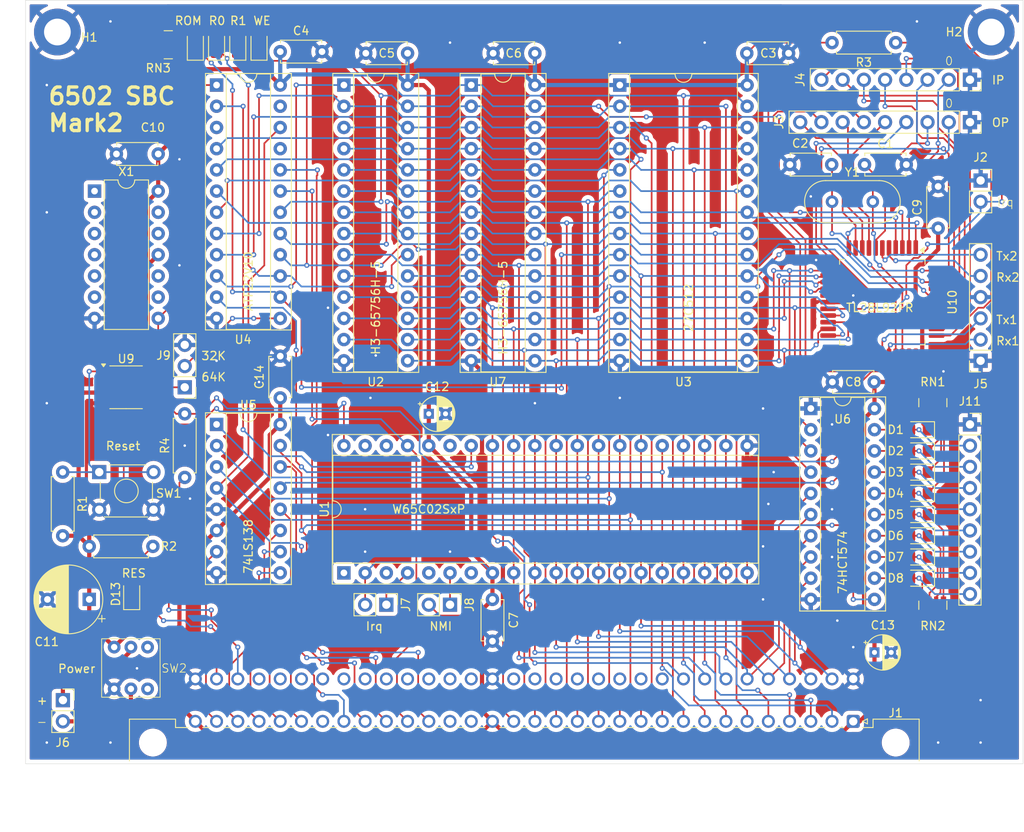
<source format=kicad_pcb>
(kicad_pcb (version 20221018) (generator pcbnew)
  (layers (0 "F.Cu" signal) (31 "B.Cu" signal) (34 "B.Paste" user) (35 "F.Paste" user) (36 "B.SilkS" user "B.Silkscreen") (37 "F.SilkS" user "F.Silkscreen") (38 "B.Mask" user) (39 "F.Mask" user) (44 "Edge.Cuts" user))
  (net 0 "")
  (net 2 "VCC")
  (net 7 "/A1")
  (net 8 "/A2")
  (net 9 "/A3")
  (net 10 "/A4")
  (net 11 "/A5")
  (net 12 "/A6")
  (net 13 "/A7")
  (net 14 "/A8")
  (net 15 "/A9")
  (net 16 "/A10")
  (net 17 "/A11")
  (net 18 "GND")
  (net 19 "/A12")
  (net 20 "/A13")
  (net 21 "/A14")
  (net 22 "/RES")
  (net 23 "/~{IRQ_UART}")
  (net 25 "/R{slash}~{W}")
  (net 27 "/CLOCK")
  (net 30 "/SYS_CLK")
  (net 31 "/~{RES}")
  (net 32 "/~{CS_RAM0}")
  (net 33 "/~{QOE}")
  (net 34 "/~{QWE_RAM}")
  (net 35 "/~{CS_RAM1}")
  (net 36 "/~{CS_ROM}")
  (net 37 "/~{IO_SEL}")
  (net 38 "/~{SYS_CLK}")
  (net 39 "/~{IOEN_00_GPIO0}")
  (net 40 "/~{IOEN_02_UART}")
  (net 42 "/UART_X1")
  (net 43 "/UART_X2")
  (net 44 "/RX_D2")
  (net 45 "/TX_D2")
  (net 46 "/TX_D1")
  (net 47 "/RX_D1")
  (net 50 "Net-(U9-~{PB_RST})")
  (net 61 "/~{IOEN_03}")
  (net 62 "/~{IOEN_04}")
  (net 63 "/~{IOEN_05}")
  (net 64 "/~{IOEN_06}")
  (net 65 "/~{IOEN_07}")
  (net 66 "/A15")
  (net 67 "Net-(D4-K)")
  (net 75 "Net-(J9-Pin_2)")
  (net 76 "/~{IRQ}")
  (net 77 "/~{NMI}")
  (net 78 "Net-(D3-K)")
  (net 79 "Net-(D2-K)")
  (net 80 "Net-(D1-K)")
  (net 81 "Net-(D8-K)")
  (net 82 "Net-(D7-K)")
  (net 83 "Net-(D6-K)")
  (net 84 "Net-(D5-K)")
  (net 85 "/GPIO00_O7")
  (net 86 "/GPIO00_O6")
  (net 87 "/GPIO00_O5")
  (net 88 "/GPIO00_O4")
  (net 89 "/GPIO00_O3")
  (net 90 "/GPIO00_O2")
  (net 91 "/GPIO00_O1")
  (net 92 "/GPIO00_O0")
  (net 93 "Net-(D12-A)")
  (net 94 "Net-(D11-A)")
  (net 95 "Net-(D10-A)")
  (net 96 "Net-(D9-A)")
  (net 97 "Net-(D13-A)")
  (net 98 "/D1")
  (net 99 "/D3")
  (net 100 "/D5")
  (net 101 "/D7")
  (net 102 "/D6")
  (net 103 "/D4")
  (net 104 "/D2")
  (net 105 "/D0")
  (net 108 "/A0")
  (net 112 "/~{IOEN_01}")
  (net 114 "/UART_OP1")
  (net 115 "/UART_OP3")
  (net 116 "/UART_OP5")
  (net 117 "/UART_OP7")
  (net 118 "/UART_OP6")
  (net 119 "/UART_OP4")
  (net 120 "/UART_OP2")
  (net 121 "/UART_OP0")
  (net 122 "/UART_IP0")
  (net 123 "/UART_IP2")
  (net 124 "/UART_IP6")
  (net 125 "/UART_IP5")
  (net 126 "/UART_IP4")
  (net 127 "/UART_IP3")
  (net 128 "/UART_IP1")
  (net 129 "Net-(J6-Pin_1)")
  (net 130 "Net-(J6-Pin_2)")
  (footprint "Package_QFP:MQFP-44_10x10mm_P0.8mm" (layer "F.Cu") (at 125.4 51.4 -90)
    (fp_text reference "U10")
    (fp_text value "TL28L92FR")
  )
  (footprint "LED_SMD:LED_0805_2012Metric_Pad1.15x1.40mm_HandSolder" (layer "F.Cu") (at 43.18 20.565 90)
    (fp_text reference "D9" hide)
    (fp_text value "LED_Small")
  )
  (footprint "Package_SO:SO-8_3.9x4.9mm_P1.27mm" (layer "F.Cu") (at 34.89 61.595)
    (fp_text reference "U9")
    (fp_text value "MAX1232")
  )
  (footprint "Package_DIP:DIP-28_W7.62mm_Socket" (layer "F.Cu") (at 76.2 25.4)
    (fp_text reference "U7")
    (fp_text value "H3-65756H-5")
  )
  (footprint "sim82:7x7DPDT" (layer "F.Cu") (at 35.465 95.21)
    (fp_text reference "SW2")
    (fp_text value "SW_PWR")
  )
  (footprint "LED_SMD:LED_0805_2012Metric_Pad1.15x1.40mm_HandSolder" (layer "F.Cu") (at 48.26 20.565 90)
    (fp_text reference "D11" hide)
    (fp_text value "LED_Small")
  )
  (footprint "LED_SMD:LED_0805_2012Metric_Pad1.15x1.40mm_HandSolder" (layer "F.Cu") (at 129.785 79.375 180)
    (fp_text reference "D6")
    (fp_text value "LED_Small")
  )
  (footprint "Package_DIP:DIP-28_W7.62mm_Socket" (layer "F.Cu") (at 60.96 25.4)
    (fp_text reference "U2")
    (fp_text value "H3-65756H-5")
  )
  (footprint "Capacitor_THT:CP_Radial_D8.0mm_P5.00mm" (layer "F.Cu") (at 30.48 86.995 180)
    (fp_text reference "C11")
    (fp_text value "680uF")
  )
  (footprint "Connector_PinSocket_2.54mm:PinSocket_1x09_P2.54mm_Vertical" (layer "F.Cu") (at 135.89 66.04)
    (fp_text reference "J11")
    (fp_text value "Conn_01x09")
  )
  (footprint "Crystal:Crystal_HC49-4H_Vertical" (layer "F.Cu") (at 119.38 39.37)
    (fp_text reference "Y1")
    (fp_text value "Crystal 3.6864MHz")
  )
  (footprint "Button_Switch_THT:SW_TH_Tactile_Omron_B3F-10xx" (layer "F.Cu") (at 31.675 71.755)
    (fp_text reference "SW1")
    (fp_text value "SW_Reset")
  )
  (footprint "Connector_PinHeader_2.54mm:PinHeader_1x02_P2.54mm_Vertical" (layer "F.Cu") (at 66.04 87.63 -90)
    (fp_text reference "J7")
    (fp_text value "Jmp_Irq")
  )
  (footprint "Capacitor_THT:C_Disc_D4.7mm_W2.5mm_P5.00mm" (layer "F.Cu") (at 53.34 62.865 90)
    (fp_text reference "C14")
    (fp_text value "100nF")
  )
  (footprint "Package_DIP:DIP-28_W15.24mm_Socket" (layer "F.Cu") (at 93.98 25.4)
    (fp_text reference "U3")
    (fp_text value "27C512")
  )
  (footprint "Resistor_THT:R_Axial_DIN0207_L6.3mm_D2.5mm_P7.62mm_Horizontal" (layer "F.Cu") (at 127 20.32 180)
    (fp_text reference "R3")
    (fp_text value "10K")
  )
  (footprint "Resistor_SMD:R_Array_Convex_4x0612" (layer "F.Cu") (at 131.445 87.695 -90)
    (fp_text reference "RN2")
    (fp_text value "R_Pack04")
  )
  (footprint "LED_SMD:LED_0805_2012Metric_Pad1.15x1.40mm_HandSolder" (layer "F.Cu") (at 45.72 20.565 90)
    (fp_text reference "D10" hide)
    (fp_text value "LED_Small")
  )
  (footprint "Resistor_SMD:R_Array_Convex_4x0612" (layer "F.Cu") (at 39.94 20.575 180)
    (fp_text reference "RN3")
    (fp_text value "R_Pack04")
  )
  (footprint "LED_SMD:LED_0805_2012Metric_Pad1.15x1.40mm_HandSolder" (layer "F.Cu") (at 50.8 20.565 90)
    (fp_text reference "D12" hide)
    (fp_text value "LED_Small")
  )
  (footprint "LED_SMD:LED_0805_2012Metric_Pad1.15x1.40mm_HandSolder" (layer "F.Cu") (at 129.785 81.915 180)
    (fp_text reference "D7")
    (fp_text value "LED_Small")
  )
  (footprint "Capacitor_THT:C_Disc_D4.7mm_W2.5mm_P5.00mm" (layer "F.Cu") (at 68.58 21.59 180)
    (fp_text reference "C5")
    (fp_text value "100nF")
  )
  (footprint "Capacitor_THT:C_Disc_D4.7mm_W2.5mm_P5.00mm" (layer "F.Cu") (at 38.735 33.655 180)
    (fp_text reference "C10")
    (fp_text value "100nF")
  )
  (footprint "Capacitor_THT:CP_Radial_D4.0mm_P2.00mm" (layer "F.Cu") (at 71.12 64.77)
    (fp_text reference "C12")
    (fp_text value "47uF")
  )
  (footprint "Connector_PinSocket_2.54mm:PinSocket_1x06_P2.54mm_Vertical" (layer "F.Cu") (at 137.16 58.42 180)
    (fp_text reference "J5")
    (fp_text value "UART")
  )
  (footprint "Connector_PinSocket_2.54mm:PinSocket_1x09_P2.54mm_Vertical" (layer "F.Cu") (at 135.89 29.845 -90)
    (fp_text reference "J3")
    (fp_text value "Conn_01x09_Socket")
  )
  (footprint "Connector_PinSocket_2.54mm:PinSocket_1x02_P2.54mm_Vertical" (layer "F.Cu") (at 137.16 36.83)
    (fp_text reference "J2")
    (fp_text value "Jmp_UART_Irq")
  )
  (footprint "Capacitor_THT:C_Disc_D4.7mm_W2.5mm_P5.00mm" (layer "F.Cu") (at 119.34 34.925 180)
    (fp_text reference "C2")
    (fp_text value "100nF")
  )
  (footprint "Package_DIP:DIP-24_W7.62mm_Socket" (layer "F.Cu") (at 45.72 25.4)
    (fp_text reference "U4")
    (fp_text value "ATF22V10")
  )
  (footprint "Resistor_SMD:R_Array_Convex_4x0612" (layer "F.Cu") (at 131.445 63.435 90)
    (fp_text reference "RN1")
    (fp_text value "R_Pack04")
  )
  (footprint "Capacitor_THT:C_Disc_D4.7mm_W2.5mm_P5.00mm" (layer "F.Cu") (at 53.34 21.4)
    (fp_text reference "C4")
    (fp_text value "100nF")
  )
  (footprint "Capacitor_THT:C_Disc_D4.7mm_W2.5mm_P5.00mm" (layer "F.Cu") (at 132.08 42.545 90)
    (fp_text reference "C9")
    (fp_text value "100nF")
  )
  (footprint "Capacitor_THT:CP_Radial_D4.0mm_P2.00mm" (layer "F.Cu") (at 124.46 93.345)
    (fp_text reference "C13")
    (fp_text value "47uF")
  )
  (footprint "Package_DIP:DIP-16_W7.62mm_Socket" (layer "F.Cu") (at 45.72 66.04)
    (fp_text reference "U5")
    (fp_text value "74LS138")
  )
  (footprint "Capacitor_THT:C_Disc_D4.7mm_W2.5mm_P5.00mm" (layer "F.Cu") (at 83.82 21.59 180)
    (fp_text reference "C6")
    (fp_text value "100nF")
  )
  (footprint "Resistor_THT:R_Axial_DIN0207_L6.3mm_D2.5mm_P7.62mm_Horizontal" (layer "F.Cu") (at 41.91 72.39 90)
    (fp_text reference "R4")
    (fp_text value "10K")
  )
  (footprint "Resistor_THT:R_Axial_DIN0207_L6.3mm_D2.5mm_P7.62mm_Horizontal" (layer "F.Cu") (at 27.305 71.755 -90)
    (fp_text reference "R1")
    (fp_text value "10K")
  )
  (footprint "Capacitor_THT:C_Disc_D4.7mm_W2.5mm_P5.00mm" (layer "F.Cu") (at 124.42 60.96 180)
    (fp_text reference "C8")
    (fp_text value "100nF")
  )
  (footprint "LED_SMD:LED_0805_2012Metric_Pad1.15x1.40mm_HandSolder" (layer "F.Cu") (at 129.785 69.215 180)
    (fp_text reference "D2")
    (fp_text value "LED_Small")
  )
  (footprint "Connector_PinHeader_2.54mm:PinHeader_1x02_P2.54mm_Vertical" (layer "F.Cu") (at 73.66 87.63 -90)
    (fp_text reference "J8")
    (fp_text value "Jmp_NMI")
  )
  (footprint "Capacitor_THT:C_Disc_D4.7mm_W2.5mm_P5.00mm" (layer "F.Cu") (at 109.18 21.59)
    (fp_text reference "C3")
    (fp_text value "100nF")
  )
  (footprint "Capacitor_THT:C_Disc_D4.7mm_W2.5mm_P5.00mm" (layer "F.Cu") (at 78.74 86.995 -90)
    (fp_text reference "C7")
    (fp_text value "100nF")
  )
  (footprint "Package_DIP:DIP-40_W15.24mm_Socket" (layer "F.Cu") (at 60.96 83.82 90)
    (fp_text reference "U1")
    (fp_text value "W65C02SxP")
  )
  (footprint "Connector_PinHeader_2.54mm:PinHeader_1x03_P2.54mm_Vertical" (layer "F.Cu") (at 41.91 61.595 180)
    (fp_text reference "J9")
    (fp_text value "Ram1 Enable")
  )
  (footprint "Connector_PinSocket_2.54mm:PinSocket_1x08_P2.54mm_Vertical" (layer "F.Cu") (at 135.89 24.765 -90)
    (fp_text reference "J4")
    (fp_text value "Conn_01x08_Socket")
  )
  (footprint "LED_SMD:LED_0805_2012Metric_Pad1.15x1.40mm_HandSolder" (layer "F.Cu") (at 129.785 71.755 180)
    (fp_text reference "D3")
    (fp_text value "LED_Small")
  )
  (footprint "LED_SMD:LED_0805_2012Metric_Pad1.15x1.40mm_HandSolder" (layer "F.Cu") (at 129.785 84.455 180)
    (fp_text reference "D8")
    (fp_text value "LED_Small")
  )
  (footprint "LED_SMD:LED_0805_2012Metric_Pad1.15x1.40mm_HandSolder" (layer "F.Cu") (at 129.785 66.675 180)
    (fp_text reference "D1")
    (fp_text value "LED_Small")
  )
  (footprint "Package_DIP:DIP-20_W7.62mm_Socket" (layer "F.Cu") (at 116.84 64.135)
    (fp_text reference "U6")
    (fp_text value "74HCT574")
  )
  (footprint "Capacitor_THT:C_Disc_D4.7mm_W2.5mm_P5.00mm" (layer "F.Cu") (at 123.27 34.925)
    (fp_text reference "C1")
    (fp_text value "100nF")
  )
  (footprint "MountingHole:MountingHole_3.2mm_M3_DIN965_Pad" (layer "F.Cu") (at 26.67 19.05)
    (fp_text reference "H1")
    (fp_text value "GND")
  )
  (footprint "Resistor_THT:R_Axial_DIN0207_L6.3mm_D2.5mm_P7.62mm_Horizontal" (layer "F.Cu") (at 38.1 80.645 180)
    (fp_text reference "R2")
    (fp_text value "10K")
  )
  (footprint "Connector_PinSocket_2.54mm:PinSocket_1x02_P2.54mm_Vertical" (layer "F.Cu") (at 27.33 99.06)
    (fp_text reference "J6")
    (fp_text value "Conn_01x02_Socket")
  )
  (footprint "Package_DIP:DIP-14_W7.62mm" (layer "F.Cu") (at 31.115 38.1)
    (fp_text reference "X1")
    (fp_text value "ACO-14MHz")
  )
  (footprint "LED_SMD:LED_0805_2012Metric_Pad1.15x1.40mm_HandSolder" (layer "F.Cu") (at 35.56 86.36 90)
    (fp_text reference "D13")
    (fp_text value "LED_Small")
  )
  (footprint "LED_SMD:LED_0805_2012Metric_Pad1.15x1.40mm_HandSolder" (layer "F.Cu") (at 129.785 76.835 180)
    (fp_text reference "D5")
    (fp_text value "LED_Small")
  )
  (footprint "Connector_DIN:DIN41612_C_2x32_Male_Horizontal_THT" (layer "F.Cu") (at 121.92 101.6 180)
    (fp_text reference "J1")
    (fp_text value "DIN41612_02x32_AC")
  )
  (footprint "MountingHole:MountingHole_3.2mm_M3_DIN965_Pad" (layer "F.Cu") (at 138.43 19.05)
    (fp_text reference "H2")
    (fp_text value "GND")
  )
  (footprint "LED_SMD:LED_0805_2012Metric_Pad1.15x1.40mm_HandSolder" (layer "F.Cu") (at 129.785 74.295 180)
    (fp_text reference "D4")
    (fp_text value "LED_Small")
  )
  (gr_rect (start 22.86 15.24) (end 142.24 106.68) (stroke (width 0.05)) (fill none) (layer "Edge.Cuts"))
  (gr_text "6502 SBC\nMark2" (at 25.4 31.115) (layer "F.SilkS") (effects (font (size 2 2) (thickness 0.4) bold) (justify left bottom)))
  (gr_text "R0" (at 44.704 18.288) (layer "F.SilkS") (effects (font (size 1 1)) (justify left bottom)))
  (gr_text "32K" (at 43.815 58.42) (layer "F.SilkS") (effects (font (size 1 1)) (justify left bottom)))
  (gr_text "RES" (at 34.29 84.455) (layer "F.SilkS") (effects (font (size 1 1)) (justify left bottom)))
  (gr_text "WE" (at 50.038 18.288) (layer "F.SilkS") (effects (font (size 1 1)) (justify left bottom)))
  (gr_text "64K" (at 43.815 60.96) (layer "F.SilkS") (effects (font (size 1 1)) (justify left bottom)))
  (gr_text "-" (at 24.13 102.235) (layer "F.SilkS") (effects (font (size 1 1) (thickness 0.1)) (justify left bottom)))
  (gr_text "ROM" (at 40.64 18.288) (layer "F.SilkS") (effects (font (size 1 1)) (justify left bottom)))
  (gr_text "+" (at 24.13 99.695) (layer "F.SilkS") (effects (font (size 1 1)) (justify left bottom)))
  (gr_text "Power" (at 26.67 95.885) (layer "F.SilkS") (effects (font (size 1 1)) (justify left bottom)))
  (gr_text "IP" (at 138.43 25.4) (layer "F.SilkS") (effects (font (size 1 1)) (justify left bottom)))
  (gr_text "Tx1" (at 138.938 54.102) (layer "F.SilkS") (effects (font (size 1 1)) (justify left bottom)))
  (gr_text "R1" (at 47.244 18.288) (layer "F.SilkS") (effects (font (size 1 1)) (justify left bottom)))
  (gr_text "Rx1" (at 138.938 56.642) (layer "F.SilkS") (effects (font (size 1 1)) (justify left bottom)))
  (gr_text "0" (at 132.842 23.114) (layer "F.SilkS") (effects (font (size 1 1) (thickness 0.1)) (justify left bottom)))
  (gr_text "Tx2" (at 138.938 46.482) (layer "F.SilkS") (effects (font (size 1 1)) (justify left bottom)))
  (gr_text "0" (at 132.842 28.194) (layer "F.SilkS") (effects (font (size 1 1) (thickness 0.1)) (justify left bottom)))
  (gr_text "NMI" (at 71.12 90.805) (layer "F.SilkS") (effects (font (size 1 1)) (justify left bottom)))
  (gr_text "Irq" (at 139.065 40.005) (layer "F.SilkS") (effects (font (size 1 1) (thickness 0.1)) (justify left bottom)))
  (gr_text "Irq" (at 63.5 90.805) (layer "F.SilkS") (effects (font (size 1 1)) (justify left bottom)))
  (gr_text "Rx2" (at 138.938 49.022) (layer "F.SilkS") (effects (font (size 1 1)) (justify left bottom)))
  (gr_text "OP" (at 138.43 30.48) (layer "F.SilkS") (effects (font (size 1 1)) (justify left bottom)))
  (gr_text "Reset" (at 32.385 69.215) (layer "F.SilkS") (effects (font (size 1 1)) (justify left bottom)))
  (segment (start 38.1 20.32) (end 38.245 20.175) (width 0.2) (layer "F.Cu") (net 2))
  (segment (start 30.48 89.725) (end 33.465 92.71) (width 0.5) (layer "F.Cu") (net 2))
  (segment (start 77.46 88.93) (end 77.49 88.9) (width 0.5) (layer "F.Cu") (net 2))
  (segment (start 35.648658 61.048658) (end 37.007316 59.69) (width 0.5) (layer "F.Cu") (net 2))
  (segment (start 123.21 65.385) (end 124.46 64.135) (width 0.5) (layer "F.Cu") (net 2))
  (segment (start 38.735 38.1) (end 38.735 33.655) (width 0.5) (layer "F.Cu") (net 2))
  (segment (start 76.2 81.28) (end 76.2 73.66) (width 0.5) (layer "F.Cu") (net 2))
  (segment (start 38.48 19.305) (end 38.1 19.685) (width 0.2) (layer "F.Cu") (net 2))
  (segment (start 38.355 21.845) (end 39.24 21.845) (width 0.2) (layer "F.Cu") (net 2))
  (segment (start 109.18 21.59) (end 110.45 20.32) (width 0.2) (layer "F.Cu") (net 2))
  (segment (start 32.315 62.23) (end 34.467316 62.23) (width 0.5) (layer "F.Cu") (net 2))
  (segment (start 53.34 62.785) (end 53.34 66.04) (width 0.5) (layer "F.Cu") (net 2))
  (segment (start 130.305 52.2) (end 130.175 52.07) (width 0.5) (layer "F.Cu") (net 2))
  (segment (start 120.015 103.505) (end 121.92 101.6) (width 0.5) (layer "F.Cu") (net 2))
  (segment (start 121.92 101.6) (end 122.694999 101.6) (width 0.5) (layer "F.Cu") (net 2))
  (segment (start 121.285 44.7975) (end 121.4 44.9125) (width 0.2) (layer "F.Cu") (net 2))
  (segment (start 38.1 21.59) (end 38.355 21.845) (width 0.2) (layer "F.Cu") (net 2))
  (segment (start 30.48 78.74) (end 30.48 89.725) (width 0.5) (layer "F.Cu") (net 2))
  (segment (start 38.1 20.32) (end 38.1 19.685) (width 0.2) (layer "F.Cu") (net 2))
  (segment (start 41.275 90.17) (end 41.275 83.185) (width 0.5) (layer "F.Cu") (net 2))
  (segment (start 76.2 73.66) (end 71.12 68.58) (width 0.5) (layer "F.Cu") (net 2))
  (segment (start 130.175 51.435) (end 130.175 52.07) (width 0.5) (layer "F.Cu") (net 2))
  (segment (start 130.175 58.884662) (end 130.175 52.07) (width 0.5) (layer "F.Cu") (net 2))
  (segment (start 38.735 33.655) (end 41.91 30.48) (width 0.5) (layer "F.Cu") (net 2))
  (segment (start 70.485 25.4) (end 71.12 26.035) (width 0.5) (layer "F.Cu") (net 2))
  (segment (start 33.465 92.71) (end 35.37 90.805) (width 0.5) (layer "F.Cu") (net 2))
  (segment (start 29.21 62.865) (end 29.21 77.47) (width 0.5) (layer "F.Cu") (net 2))
  (segment (start 27.305 79.375) (end 29.21 79.375) (width 0.5) (layer "F.Cu") (net 2))
  (segment (start 43.18 101.6) (end 41.275 99.695) (width 0.5) (layer "F.Cu") (net 2))
  (segment (start 78.74 101.6) (end 80.645 103.505) (width 0.5) (layer "F.Cu") (net 2))
  (segment (start 131.8875 52.2) (end 130.305 52.2) (width 0.5) (layer "F.Cu") (net 2))
  (segment (start 41.275 92.71) (end 40.005 91.44) (width 0.5) (layer "F.Cu") (net 2))
  (segment (start 32.315 62.23) (end 29.845 62.23) (width 0.5) (layer "F.Cu") (net 2))
  (segment (start 38.1 20.955) (end 38.1 20.32) (width 0.2) (layer "F.Cu") (net 2))
  (segment (start 130.21 51.4) (end 129.385563 50.575563) (width 0.5) (layer "F.Cu") (net 2))
  (segment (start 71.12 87.63) (end 72.42 88.93) (width 0.2) (layer "F.Cu") (net 2))
  (segment (start 76.835 103.505) (end 78.74 101.6) (width 0.5) (layer "F.Cu") (net 2))
  (segment (start 41.5925 82.8675) (end 45.72 78.74) (width 0.5) (layer "F.Cu") (net 2))
  (segment (start 52.09 67.29) (end 53.34 66.04) (width 0.5) (layer "F.Cu") (net 2))
  (segment (start 51.435 23.495) (end 53.34 25.4) (width 0.5) (layer "F.Cu") (net 2))
  (segment (start 39.24 19.305) (end 38.48 19.305) (width 0.2) (layer "F.Cu") (net 2))
  (segment (start 121.285 43.18) (end 121.285 44.7975) (width 0.2) (layer "F.Cu") (net 2))
  (segment (start 63.5 83.82) (end 63.5 87.63) (width 0.2) (layer "F.Cu") (net 2))
  (segment (start 80.645 103.505) (end 120.015 103.505) (width 0.5) (layer "F.Cu") (net 2))
  (segment (start 36.195 61.595) (end 35.648658 61.048658) (width 0.2) (layer "F.Cu") (net 2))
  (segment (start 131.8875 51.4) (end 130.21 51.4) (width 0.5) (layer "F.Cu") (net 2))
  (segment (start 72.42 88.93) (end 77.46 88.93) (width 0.2) (layer "F.Cu") (net 2))
  (segment (start 41.275 83.185) (end 41.5925 82.8675) (width 0.5) (layer "F.Cu") (net 2))
  (segment (start 130.21 51.4) (end 130.175 51.435) (width 0.5) (layer "F.Cu") (net 2))
  (segment (start 77.49 100.35) (end 77.49 88.285) (width 0.5) (layer "F.Cu") (net 2))
  (segment (start 110.45 20.32) (end 119.38 20.32) (width 0.2) (layer "F.Cu") (net 2))
  (segment (start 122.694999 101.6) (end 124.46 99.834999) (width 0.5) (layer "F.Cu") (net 2))
  (segment (start 52.09 72.37) (end 52.09 67.29) (width 0.5) (layer "F.Cu") (net 2))
  (segment (start 35.37 90.805) (end 39.37 90.805) (width 0.5) (layer "F.Cu") (net 2))
  (segment (start 38.1 21.59) (end 38.1 20.955) (width 0.2) (layer "F.Cu") (net 2))
  (segment (start 124.46 64.135) (end 124.46 61) (width 0.5) (layer "F.Cu") (net 2))
  (segment (start 41.275 82.55) (end 41.5925 82.8675) (width 0.2) (layer "F.Cu") (net 2))
  (segment (start 124.46 61) (end 124.42 60.96) (width 0.5) (layer "F.Cu") (net 2))
  (segment (start 38.12 20.975) (end 39.24 20.975) (width 0.2) (layer "F.Cu") (net 2))
  (segment (start 29.21 77.47) (end 30.48 78.74) (width 0.5) (layer "F.Cu") (net 2))
  (segment (start 130.29 46.875) (end 132.08 45.085) (width 0.5) (layer "F.Cu") (net 2))
  (segment (start 77.47 88.265) (end 78.74 86.995) (width 0.5) (layer "F.Cu") (net 2))
  (segment (start 37.465 46.99) (end 37.465 39.37) (width 0.5) (layer "F.Cu") (net 2))
  (segment (start 78.74 83.82) (end 76.2 81.28) (width 0.5) (layer "F.Cu") (net 2))
  (segment (start 129.864339 46.875) (end 130.29 46.875) (width 0.5) (layer "F.Cu") (net 2))
  (segment (start 29.845 62.23) (end 29.21 62.865) (width 0.5) (layer "F.Cu") (net 2))
  (segment (start 37.465 46.99) (end 38.735 45.72) (width 0.5) (layer "F.Cu") (net 2))
  (segment (start 77.49 88.9) (end 77.49 88.285) (width 0.5) (layer "F.Cu") (net 2))
  (segment (start 40.005 91.44) (end 41.275 90.17) (width 0.5) (layer "F.Cu") (net 2))
  (segment (start 38.1 20.955) (end 38.12 20.975) (width 0.2) (layer "F.Cu") (net 2))
  (segment (start 124.42 60.96) (end 128.099662 60.96) (width 0.5) (layer "F.Cu") (net 2))
  (segment (start 45.72 78.996878) (end 45.72 78.74) (width 0.5) (layer "F.Cu") (net 2))
  (segment (start 41.275 73.025) (end 41.275 82.55) (width 0.2) (layer "F.Cu") (net 2))
  (segment (start 41.91 72.39) (end 41.275 73.025) (width 0.2) (layer "F.Cu") (net 2))
  (segment (start 41.275 99.695) (end 41.275 92.71) (width 0.5) (layer "F.Cu") (net 2))
  (segment (start 38.245 20.175) (end 39.24 20.175) (width 0.2) (layer "F.Cu") (net 2))
  (segment (start 37.465 39.37) (end 38.735 38.1) (width 0.5) (layer "F.Cu") (net 2))
  (segment (start 37.465 59.69) (end 37.465 46.99) (width 0.5) (layer "F.Cu") (net 2))
  (segment (start 129.385563 50.575563) (end 129.385563 47.353776) (width 0.5) (layer "F.Cu") (net 2))
  (segment (start 39.37 90.805) (end 40.005 91.44) (width 0.5) (layer "F.Cu") (net 2))
  (segment (start 45.085 103.505) (end 76.835 103.505) (width 0.5) (layer "F.Cu") (net 2))
  (segment (start 41.91 25.4) (end 43.815 23.495) (width 0.5) (layer "F.Cu") (net 2))
  (segment (start 124.46 90.805) (end 123.21 89.555) (width 0.5) (layer "F.Cu") (net 2))
  (segment (start 68.58 25.4) (end 70.485 25.4) (width 0.5) (layer "F.Cu") (net 2))
  (segment (start 38.1 22.86) (end 38.1 21.59) (width 0.2) (layer "F.Cu") (net 2))
  (segment (start 78.74 101.6) (end 77.49 100.35) (width 0.5) (layer "F.Cu") (net 2))
  (segment (start 38.1 22.86) (end 40.64 25.4) (width 0.2) (layer "F.Cu") (net 2))
  (segment (start 128.099662 60.96) (end 130.175 58.884662) (width 0.5) (layer "F.Cu") (net 2))
  (segment (start 40.64 25.4) (end 41.91 25.4) (width 0.2) (layer "F.Cu") (net 2))
  (segment (start 123.21 89.555) (end 123.21 65.385) (width 0.5) (layer "F.Cu") (net 2))
  (segment (start 129.385563 47.353776) (end 129.864339 46.875) (width 0.5) (layer "F.Cu") (net 2))
  (segment (start 41.91 61.595) (end 36.195 61.595) (width 0.2) (layer "F.Cu") (net 2))
  (segment (start 45.72 78.74) (end 52.09 72.37) (width 0.5) (layer "F.Cu") (net 2))
  (segment (start 124.46 99.834999) (end 124.46 90.805) (width 0.5) (layer "F.Cu") (net 2))
  (segment (start 132.08 45.085) (end 132.08 42.545) (width 0.5) (layer "F.Cu") (net 2))
  (segment (start 78.74 86.995) (end 78.74 83.82) (width 0.5) (layer "F.Cu") (net 2))
  (segment (start 41.91 30.48) (end 41.91 25.4) (width 0.5) (layer "F.Cu") (net 2))
  (segment (start 37.007316 59.69) (end 37.465 59.69) (width 0.5) (layer "F.Cu") (net 2))
  (segment (start 34.467316 62.23) (end 35.648658 61.048658) (width 0.5) (layer "F.Cu") (net 2))
  (segment (start 43.815 23.495) (end 51.435 23.495) (width 0.5) (layer "F.Cu") (net 2))
  (segment (start 29.21 79.375) (end 30.48 80.645) (width 0.5) (layer "F.Cu") (net 2))
  (segment (start 43.18 101.6) (end 45.085 103.505) (width 0.5) (layer "F.Cu") (net 2))
  (segment (start 77.49 88.285) (end 77.47 88.265) (width 0.5) (layer "F.Cu") (net 2))
  (segment (start 71.12 26.035) (end 71.12 68.58) (width 0.5) (layer "F.Cu") (net 2))
  (segment (start 33.465 92.71) (end 33.465 93.155) (width 0.5) (layer "F.Cu") (net 2))
  (via (at 121.285 43.18) (size 0.6) (drill 0.3) (layers "F.Cu" "B.Cu") (net 2))
  (segment (start 109.18 25.36) (end 109.22 25.4) (width 0.5) (layer "B.Cu") (net 2))
  (segment (start 82.55 24.13) (end 83.82 25.4) (width 0.5) (layer "B.Cu") (net 2))
  (segment (start 121.92 42.545) (end 132.08 42.545) (width 0.2) (layer "B.Cu") (net 2))
  (segment (start 69.85 24.13) (end 82.55 24.13) (width 0.5) (layer "B.Cu") (net 2))
  (segment (start 121.285 43.18) (end 121.92 42.545) (width 0.2) (layer "B.Cu") (net 2))
  (segment (start 63.5 83.82) (end 64.77 82.55) (width 0.2) (layer "B.Cu") (net 2))
  (segment (start 64.77 82.55) (end 77.47 82.55) (width 0.2) (layer "B.Cu") (net 2))
  (segment (start 54.61 24.13) (end 67.31 24.13) (width 0.5) (layer "B.Cu") (net 2))
  (segment (start 109.18 21.59) (end 109.18 25.36) (width 0.5) (layer "B.Cu") (net 2))
  (segment (start 83.82 21.59) (end 83.82 25.4) (width 0.5) (layer "B.Cu") (net 2))
  (segment (start 67.31 24.13) (end 68.58 25.4) (width 0.5) (layer "B.Cu") (net 2))
  (segment (start 68.58 21.59) (end 68.58 25.4) (width 0.5) (layer "B.Cu") (net 2))
  (segment (start 53.34 25.4) (end 54.61 24.13) (width 0.5) (layer "B.Cu") (net 2))
  (segment (start 53.34 21.4) (end 53.34 25.4) (width 0.5) (layer "B.Cu") (net 2))
  (segment (start 68.58 25.4) (end 69.85 24.13) (width 0.5) (layer "B.Cu") (net 2))
  (segment (start 83.82 25.4) (end 109.22 25.4) (width 0.5) (layer "B.Cu") (net 2))
  (segment (start 77.47 82.55) (end 78.74 83.82) (width 0.2) (layer "B.Cu") (net 2))
  (segment (start 82.55 99.06) (end 83.82 100.33) (width 0.2) (layer "F.Cu") (net 7))
  (segment (start 83.82 85.725) (end 82.55 86.995) (width 0.2) (layer "F.Cu") (net 7))
  (segment (start 83.82 82.55) (end 82.55 81.28) (width 0.2) (layer "F.Cu") (net 7))
  (segment (start 130.28 49) (end 131.8875 49) (width 0.2) (layer "F.Cu") (net 7))
  (segment (start 82.55 81.28) (end 82.55 67.804974) (width 0.2) (layer "F.Cu") (net 7))
  (segment (start 82.55 67.804974) (end 81.915 67.169974) (width 0.2) (layer "F.Cu") (net 7))
  (segment (start 130.175 48.895) (end 130.28 49) (width 0.2) (layer "F.Cu") (net 7))
  (segment (start 81.915 67.169974) (end 81.915 46.99) (width 0.2) (layer "F.Cu") (net 7))
  (segment (start 83.82 83.82) (end 83.82 82.55) (width 0.2) (layer "F.Cu") (net 7))
  (segment (start 83.82 100.33) (end 83.82 101.6) (width 0.2) (layer "F.Cu") (net 7))
  (segment (start 82.55 86.995) (end 82.55 99.06) (width 0.2) (layer "F.Cu") (net 7))
  (segment (start 83.82 83.82) (end 83.82 85.725) (width 0.2) (layer "F.Cu") (net 7))
  (via (at 81.915 46.99) (size 0.6) (drill 0.3) (layers "F.Cu" "B.Cu") (net 7))
  (via (at 130.175 48.895) (size 0.6) (drill 0.3) (layers "F.Cu" "B.Cu") (net 7))
  (segment (start 120.085013 44.45) (end 113.03 44.45) (width 0.2) (layer "B.Cu") (net 7))
  (segment (start 77.47 45.72) (end 78.74 46.99) (width 0.2) (layer "B.Cu") (net 7))
  (segment (start 124.010016 48.375003) (end 120.085013 44.45) (width 0.2) (layer "B.Cu") (net 7))
  (segment (start 110.71 46.77) (end 96.16137 46.77) (width 0.2) (layer "B.Cu") (net 7))
  (segment (start 92.71 45.72) (end 93.98 45.72) (width 0.2) (layer "B.Cu") (net 7))
  (segment (start 66.675 45.72) (end 67.945 46.99) (width 0.2) (layer "B.Cu") (net 7))
  (segment (start 113.03 44.45) (end 110.71 46.77) (width 0.2) (layer "B.Cu") (net 7))
  (segment (start 91.44 46.99) (end 92.71 45.72) (width 0.2) (layer "B.Cu") (net 7))
  (segment (start 95.11137 45.72) (end 93.98 45.72) (width 0.2) (layer "B.Cu") (net 7))
  (segment (start 96.16137 46.77) (end 95.11137 45.72) (width 0.2) (layer "B.Cu") (net 7))
  (segment (start 78.74 46.99) (end 81.915 46.99) (width 0.2) (layer "B.Cu") (net 7))
  (segment (start 60.96 45.72) (end 66.675 45.72) (width 0.2) (layer "B.Cu") (net 7))
  (segment (start 129.655003 48.375003) (end 124.010016 48.375003) (width 0.2) (layer "B.Cu") (net 7))
  (segment (start 73.66 46.99) (end 74.93 45.72) (width 0.2) (layer "B.Cu") (net 7))
  (segment (start 130.175 48.895) (end 129.655003 48.375003) (width 0.2) (layer "B.Cu") (net 7))
  (segment (start 67.945 46.99) (end 73.66 46.99) (width 0.2) (layer "B.Cu") (net 7))
  (segment (start 81.915 46.99) (end 91.44 46.99) (width 0.2) (layer "B.Cu") (net 7))
  (segment (start 76.2 45.72) (end 77.47 45.72) (width 0.2) (layer "B.Cu") (net 7))
  (segment (start 74.93 45.72) (end 76.2 45.72) (width 0.2) (layer "B.Cu") (net 7))
  (segment (start 131.6625 47.625) (end 131.8875 47.4) (width 0.2) (layer "F.Cu") (net 8))
  (segment (start 130.175 47.625) (end 131.6625 47.625) (width 0.2) (layer "F.Cu") (net 8))
  (segment (start 86.36 82.55) (end 85.09 81.28) (width 0.2) (layer "F.Cu") (net 8))
  (segment (start 85.09 99.06) (end 86.36 100.33) (width 0.2) (layer "F.Cu") (net 8))
  (segment (start 85.09 81.28) (end 85.09 44.45) (width 0.2) (layer "F.Cu") (net 8))
  (segment (start 86.36 83.82) (end 86.36 82.55) (width 0.2) (layer "F.Cu") (net 8))
  (segment (start 86.36 85.725) (end 85.09 86.995) (width 0.2) (layer "F.Cu") (net 8))
  (segment (start 86.36 100.33) (end 86.36 101.6) (width 0.2) (layer "F.Cu") (net 8))
  (segment (start 86.36 83.82) (end 86.36 85.725) (width 0.2) (layer "F.Cu") (net 8))
  (segment (start 85.09 86.995) (end 85.09 99.06) (width 0.2) (layer "F.Cu") (net 8))
  (via (at 85.09 44.45) (size 0.6) (drill 0.3) (layers "F.Cu" "B.Cu") (net 8))
  (via (at 130.175 47.625) (size 0.6) (drill 0.3) (layers "F.Cu" "B.Cu") (net 8))
  (segment (start 85.09 44.45) (end 91.44 44.45) (width 0.2) (layer "B.Cu") (net 8))
  (segment (start 66.675 43.18) (end 67.945 44.45) (width 0.2) (layer "B.Cu") (net 8))
  (segment (start 92.71 43.18) (end 93.98 43.18) (width 0.2) (layer "B.Cu") (net 8))
  (segment (start 95.11137 43.18) (end 93.98 43.18) (width 0.2) (layer "B.Cu") (net 8))
  (segment (start 60.96 43.18) (end 66.675 43.18) (width 0.2) (layer "B.Cu") (net 8))
  (segment (start 91.44 44.45) (end 92.71 43.18) (width 0.2) (layer "B.Cu") (net 8))
  (segment (start 74.93 43.18) (end 76.2 43.18) (width 0.2) (layer "B.Cu") (net 8))
  (segment (start 109.962463 44.45) (end 96.38137 44.45) (width 0.2) (layer "B.Cu") (net 8))
  (segment (start 130.175 47.625) (end 123.825 47.625) (width 0.2) (layer "B.Cu") (net 8))
  (segment (start 73.66 44.45) (end 74.93 43.18) (width 0.2) (layer "B.Cu") (net 8))
  (segment (start 123.825 47.625) (end 120.015 43.815) (width 0.2) (layer "B.Cu") (net 8))
  (segment (start 120.015 43.815) (end 110.597463 43.815) (width 0.2) (layer "B.Cu") (net 8))
  (segment (start 78.74 44.45) (end 85.09 44.45) (width 0.2) (layer "B.Cu") (net 8))
  (segment (start 76.2 43.18) (end 77.47 43.18) (width 0.2) (layer "B.Cu") (net 8))
  (segment (start 96.38137 44.45) (end 95.11137 43.18) (width 0.2) (layer "B.Cu") (net 8))
  (segment (start 77.47 43.18) (end 78.74 44.45) (width 0.2) (layer "B.Cu") (net 8))
  (segment (start 110.597463 43.815) (end 109.962463 44.45) (width 0.2) (layer "B.Cu") (net 8))
  (segment (start 67.945 44.45) (end 73.66 44.45) (width 0.2) (layer "B.Cu") (net 8))
  (segment (start 87.63 81.28) (end 87.63 41.91) (width 0.2) (layer "F.Cu") (net 9))
  (segment (start 88.9 85.725) (end 87.63 86.995) (width 0.2) (layer "F.Cu") (net 9))
  (segment (start 88.9 82.55) (end 87.63 81.28) (width 0.2) (layer "F.Cu") (net 9))
  (segment (start 88.9 100.33) (end 88.9 101.6) (width 0.2) (layer "F.Cu") (net 9))
  (segment (start 129.4 42.05) (end 129.4 44.9125) (width 0.2) (layer "F.Cu") (net 9))
  (segment (start 87.63 86.995) (end 87.63 99.06) (width 0.2) (layer "F.Cu") (net 9))
  (segment (start 129.54 41.91) (end 129.4 42.05) (width 0.2) (layer "F.Cu") (net 9))
  (segment (start 87.63 99.06) (end 88.9 100.33) (width 0.2) (layer "F.Cu") (net 9))
  (segment (start 88.9 83.82) (end 88.9 82.55) (width 0.2) (layer "F.Cu") (net 9))
  (segment (start 88.9 83.82) (end 88.9 85.725) (width 0.2) (layer "F.Cu") (net 9))
  (via (at 87.63 41.91) (size 0.6) (drill 0.3) (layers "F.Cu" "B.Cu") (net 9))
  (via (at 129.54 41.91) (size 0.6) (drill 0.3) (layers "F.Cu" "B.Cu") (net 9))
  (segment (start 76.2 40.64) (end 77.47 40.64) (width 0.2) (layer "B.Cu") (net 9))
  (segment (start 129.54 41.91) (end 96.38137 41.91) (width 0.2) (layer "B.Cu") (net 9))
  (segment (start 73.66 41.91) (end 74.93 40.64) (width 0.2) (layer "B.Cu") (net 9))
  (segment (start 67.945 41.91) (end 73.66 41.91) (width 0.2) (layer "B.Cu") (net 9))
  (segment (start 95.11137 40.64) (end 93.98 40.64) (width 0.2) (layer "B.Cu") (net 9))
  (segment (start 66.675 40.64) (end 67.945 41.91) (width 0.2) (layer "B.Cu") (net 9))
  (segment (start 77.47 40.64) (end 78.74 41.91) (width 0.2) (layer "B.Cu") (net 9))
  (segment (start 78.74 41.91) (end 87.63 41.91) (width 0.2) (layer "B.Cu") (net 9))
  (segment (start 74.93 40.64) (end 76.2 40.64) (width 0.2) (layer "B.Cu") (net 9))
  (segment (start 60.96 40.64) (end 66.675 40.64) (width 0.2) (layer "B.Cu") (net 9))
  (segment (start 96.38137 41.91) (end 95.11137 40.64) (width 0.2) (layer "B.Cu") (net 9))
  (segment (start 91.44 41.91) (end 92.71 40.64) (width 0.2) (layer "B.Cu") (net 9))
  (segment (start 92.71 40.64) (end 93.98 40.64) (width 0.2) (layer "B.Cu") (net 9))
  (segment (start 87.63 41.91) (end 91.44 41.91) (width 0.2) (layer "B.Cu") (net 9))
  (segment (start 90.17 86.995) (end 90.17 99.06) (width 0.2) (layer "F.Cu") (net 10))
  (segment (start 91.44 82.55) (end 90.17 81.28) (width 0.2) (layer "F.Cu") (net 10))
  (segment (start 91.44 83.82) (end 91.44 82.55) (width 0.2) (layer "F.Cu") (net 10))
  (segment (start 90.17 99.06) (end 91.44 100.33) (width 0.2) (layer "F.Cu") (net 10))
  (segment (start 90.17 72.39) (end 90.17 39.37) (width 0.2) (layer "F.Cu") (net 10))
  (segment (start 91.44 100.33) (end 91.44 101.6) (width 0.2) (layer "F.Cu") (net 10))
  (segment (start 91.44 83.82) (end 91.44 85.725) (width 0.2) (layer "F.Cu") (net 10))
  (segment (start 90.17 81.28) (end 90.17 72.39) (width 0.2) (layer "F.Cu") (net 10))
  (segment (start 91.44 85.725) (end 90.17 86.995) (width 0.2) (layer "F.Cu") (net 10))
  (via (at 90.17 39.37) (size 0.6) (drill 0.3) (layers "F.Cu" "B.Cu") (net 10))
  (via (at 90.17 72.39) (size 0.6) (drill 0.3) (layers "F.Cu" "B.Cu") (net 10))
  (segment (start 52.07 72.39) (end 90.17 72.39) (width 0.2) (layer "B.Cu") (net 10))
  (segment (start 91.44 39.37) (end 92.71 38.1) (width 0.2) (layer "B.Cu") (net 10))
  (segment (start 67.945 39.37) (end 73.66 39.37) (width 0.2) (layer "B.Cu") (net 10))
  (segment (start 60.96 38.1) (end 66.675 38.1) (width 0.2) (layer "B.Cu") (net 10))
  (segment (start 92.71 38.1) (end 93.98 38.1) (width 0.2) (layer "B.Cu") (net 10))
  (segment (start 45.72 66.04) (end 52.07 72.39) (width 0.2) (layer "B.Cu") (net 10))
  (segment (start 74.93 38.1) (end 76.2 38.1) (width 0.2) (layer "B.Cu") (net 10))
  (segment (start 76.2 38.1) (end 77.47 38.1) (width 0.2) (layer "B.Cu") (net 10))
  (segment (start 77.47 38.1) (end 78.74 39.37) (width 0.2) (layer "B.Cu") (net 10))
  (segment (start 90.17 39.37) (end 91.44 39.37) (width 0.2) (layer "B.Cu") (net 10))
  (segment (start 78.74 39.37) (end 90.17 39.37) (width 0.2) (layer "B.Cu") (net 10))
  (segment (start 66.675 38.1) (end 67.945 39.37) (width 0.2) (layer "B.Cu") (net 10))
  (segment (start 73.66 39.37) (end 74.93 38.1) (width 0.2) (layer "B.Cu") (net 10))
  (segment (start 93.98 85.725) (end 92.71 86.995) (width 0.2) (layer "F.Cu") (net 11))
  (segment (start 92.075 66.675) (end 92.075 36.195) (width 0.2) (layer "F.Cu") (net 11))
  (segment (start 92.71 67.31) (end 92.075 66.675) (width 0.2) (layer "F.Cu") (net 11))
  (segment (start 93.98 83.82) (end 93.98 85.725) (width 0.2) (layer "F.Cu") (net 11))
  (segment (start 92.71 74.93) (end 92.71 67.31) (width 0.2) (layer "F.Cu") (net 11))
  (segment (start 93.98 82.55) (end 92.71 81.28) (width 0.2) (layer "F.Cu") (net 11))
  (segment (start 93.98 83.82) (end 93.98 82.55) (width 0.2) (layer "F.Cu") (net 11))
  (segment (start 92.71 86.995) (end 92.71 99.06) (width 0.2) (layer "F.Cu") (net 11))
  (segment (start 92.71 99.06) (end 93.98 100.33) (width 0.2) (layer "F.Cu") (net 11))
  (segment (start 92.71 81.28) (end 92.71 74.93) (width 0.2) (layer "F.Cu") (net 11))
  (segment (start 93.98 100.33) (end 93.98 101.6) (width 0.2) (layer "F.Cu") (net 11))
  (via (at 92.075 36.195) (size 0.6) (drill 0.3) (layers "F.Cu" "B.Cu") (net 11))
  (via (at 92.71 74.93) (size 0.6) (drill 0.3) (layers "F.Cu" "B.Cu") (net 11))
  (segment (start 76.2 35.56) (end 77.47 35.56) (width 0.2) (layer "B.Cu") (net 11))
  (segment (start 60.96 35.56) (end 66.675 35.56) (width 0.2) (layer "B.Cu") (net 11))
  (segment (start 91.44 36.83) (end 92.71 35.56) (width 0.2) (layer "B.Cu") (net 11))
  (segment (start 73.66 36.83) (end 74.93 35.56) (width 0.2) (layer "B.Cu") (net 11))
  (segment (start 77.47 35.56) (end 78.74 36.83) (width 0.2) (layer "B.Cu") (net 11))
  (segment (start 78.74 36.83) (end 91.44 36.83) (width 0.2) (layer "B.Cu") (net 11))
  (segment (start 66.675 35.56) (end 67.945 36.83) (width 0.2) (layer "B.Cu") (net 11))
  (segment (start 67.945 36.83) (end 73.66 36.83) (width 0.2) (layer "B.Cu") (net 11))
  (segment (start 74.93 35.56) (end 76.2 35.56) (width 0.2) (layer "B.Cu") (net 11))
  (segment (start 45.72 68.58) (end 52.07 74.93) (width 0.2) (layer "B.Cu") (net 11))
  (segment (start 92.71 35.56) (end 93.98 35.56) (width 0.2) (layer "B.Cu") (net 11))
  (segment (start 52.07 74.93) (end 92.71 74.93) (width 0.2) (layer "B.Cu") (net 11))
  (segment (start 96.52 100.33) (end 96.52 101.6) (width 0.2) (layer "F.Cu") (net 12))
  (segment (start 95.25 35.56) (end 96.52 34.29) (width 0.2) (layer "F.Cu") (net 12))
  (segment (start 95.25 81.28) (end 96.52 82.55) (width 0.2) (layer "F.Cu") (net 12))
  (segment (start 96.52 82.55) (end 96.52 83.82) (width 0.2) (layer "F.Cu") (net 12))
  (segment (start 95.25 86.995) (end 95.25 99.06) (width 0.2) (layer "F.Cu") (net 12))
  (segment (start 96.52 85.725) (end 95.25 86.995) (width 0.2) (layer "F.Cu") (net 12))
  (segment (start 96.52 83.82) (end 96.52 85.725) (width 0.2) (layer "F.Cu") (net 12))
  (segment (start 95.25 99.06) (end 96.52 100.33) (width 0.2) (layer "F.Cu") (net 12))
  (segment (start 95.25 77.47) (end 95.25 35.56) (width 0.2) (layer "F.Cu") (net 12))
  (segment (start 95.25 77.47) (end 95.25 81.28) (width 0.2) (layer "F.Cu") (net 12))
  (via (at 95.25 77.47) (size 0.6) (drill 0.3) (layers "F.Cu" "B.Cu") (net 12))
  (via (at 96.52 34.29) (size 0.6) (drill 0.3) (layers "F.Cu" "B.Cu") (net 12))
  (segment (start 91.44 34.29) (end 92.71 33.02) (width 0.2) (layer "B.Cu") (net 12))
  (segment (start 74.93 33.02) (end 76.2 33.02) (width 0.2) (layer "B.Cu") (net 12))
  (segment (start 60.96 33.02) (end 66.675 33.02) (width 0.2) (layer "B.Cu") (net 12))
  (segment (start 76.2 33.02) (end 77.47 33.02) (width 0.2) (layer "B.Cu") (net 12))
  (segment (start 92.71 33.02) (end 93.98 33.02) (width 0.2) (layer "B.Cu") (net 12))
  (segment (start 66.675 33.02) (end 67.945 34.29) (width 0.2) (layer "B.Cu") (net 12))
  (segment (start 73.66 34.29) (end 74.93 33.02) (width 0.2) (layer "B.Cu") (net 12))
  (segment (start 78.74 34.29) (end 91.44 34.29) (width 0.2) (layer "B.Cu") (net 12))
  (segment (start 45.72 71.12) (end 52.07 77.47) (width 0.2) (layer "B.Cu") (net 12))
  (segment (start 95.25 33.02) (end 93.98 33.02) (width 0.2) (layer "B.Cu") (net 12))
  (segment (start 77.47 33.02) (end 78.74 34.29) (width 0.2) (layer "B.Cu") (net 12))
  (segment (start 52.07 77.47) (end 95.25 77.47) (width 0.2) (layer "B.Cu") (net 12))
  (segment (start 67.945 34.29) (end 73.66 34.29) (width 0.2) (layer "B.Cu") (net 12))
  (segment (start 96.52 34.29) (end 95.25 33.02) (width 0.2) (layer "B.Cu") (net 12))
  (segment (start 99.06 85.725) (end 97.79 86.995) (width 0.2) (layer "F.Cu") (net 13))
  (segment (start 99.06 83.82) (end 99.06 82.55) (width 0.2) (layer "F.Cu") (net 13))
  (segment (start 97.79 86.995) (end 97.79 99.06) (width 0.2) (layer "F.Cu") (net 13))
  (segment (start 99.06 83.82) (end 99.06 85.725) (width 0.2) (layer "F.Cu") (net 13))
  (segment (start 97.79 99.06) (end 99.06 100.33) (width 0.2) (layer "F.Cu") (net 13))
  (segment (start 97.79 32.385) (end 97.155 31.75) (width 0.2) (layer "F.Cu") (net 13))
  (segment (start 99.06 82.55) (end 97.79 81.28) (width 0.2) (layer "F.Cu") (net 13))
  (segment (start 99.06 100.33) (end 99.06 101.6) (width 0.2) (layer "F.Cu") (net 13))
  (segment (start 97.79 81.28) (end 97.79 32.385) (width 0.2) (layer "F.Cu") (net 13))
  (via (at 97.155 31.75) (size 0.6) (drill 0.3) (layers "F.Cu" "B.Cu") (net 13))
  (segment (start 73.66 31.75) (end 74.93 30.48) (width 0.2) (layer "B.Cu") (net 13))
  (segment (start 76.2 30.48) (end 77.47 30.48) (width 0.2) (layer "B.Cu") (net 13))
  (segment (start 60.96 30.48) (end 66.675 30.48) (width 0.2) (layer "B.Cu") (net 13))
  (segment (start 97.155 31.75) (end 95.885 30.48) (width 0.2) (layer "B.Cu") (net 13))
  (segment (start 91.44 31.75) (end 92.71 30.48) (width 0.2) (layer "B.Cu") (net 13))
  (segment (start 77.47 30.48) (end 78.74 31.75) (width 0.2) (layer "B.Cu") (net 13))
  (segment (start 74.93 30.48) (end 76.2 30.48) (width 0.2) (layer "B.Cu") (net 13))
  (segment (start 66.675 30.48) (end 67.945 31.75) (width 0.2) (layer "B.Cu") (net 13))
  (segment (start 95.885 30.48) (end 93.98 30.48) (width 0.2) (layer "B.Cu") (net 13))
  (segment (start 78.74 31.75) (end 91.44 31.75) (width 0.2) (layer "B.Cu") (net 13))
  (segment (start 67.945 31.75) (end 73.66 31.75) (width 0.2) (layer "B.Cu") (net 13))
  (segment (start 92.71 30.48) (end 93.98 30.48) (width 0.2) (layer "B.Cu") (net 13))
  (segment (start 101.6 83.82) (end 101.6 85.725) (width 0.2) (layer "F.Cu") (net 14))
  (segment (start 101.6 85.725) (end 100.33 86.995) (width 0.2) (layer "F.Cu") (net 14))
  (segment (start 101.6 82.55) (end 100.33 81.28) (width 0.2) (layer "F.Cu") (net 14))
  (segment (start 100.33 99.06) (end 101.6 100.33) (width 0.2) (layer "F.Cu") (net 14))
  (segment (start 101.6 83.82) (end 101.6 82.55) (width 0.2) (layer "F.Cu") (net 14))
  (segment (start 100.33 86.995) (end 100.33 99.06) (width 0.2) (layer "F.Cu") (net 14))
  (segment (start 101.6 100.33) (end 101.6 101.6) (width 0.2) (layer "F.Cu") (net 14))
  (segment (start 100.33 81.28) (end 100.33 33.02) (width 0.2) (layer "F.Cu") (net 14))
  (via (at 100.33 33.02) (size 0.6) (drill 0.3) (layers "F.Cu" "B.Cu") (net 14))
  (segment (start 46.99 31.75) (end 66.675 31.75) (width 0.2) (layer "B.Cu") (net 14))
  (segment (start 73.66 33.02) (end 74.93 31.75) (width 0.2) (layer "B.Cu") (net 14))
  (segment (start 74.93 31.75) (end 77.47 31.75) (width 0.2) (layer "B.Cu") (net 14))
  (segment (start 77.47 31.75) (end 78.74 33.02) (width 0.2) (layer "B.Cu") (net 14))
  (segment (start 96.52 33.02) (end 100.33 33.02) (width 0.2) (layer "B.Cu") (net 14))
  (segment (start 78.74 33.02) (end 83.82 33.02) (width 0.2) (layer "B.Cu") (net 14))
  (segment (start 66.675 31.75) (end 67.945 33.02) (width 0.2) (layer "B.Cu") (net 14))
  (segment (start 45.72 33.02) (end 46.99 31.75) (width 0.2) (layer "B.Cu") (net 14))
  (segment (start 83.82 33.02) (end 91.44 33.02) (width 0.2) (layer "B.Cu") (net 14))
  (segment (start 95.25 31.75) (end 96.52 33.02) (width 0.2) (layer "B.Cu") (net 14))
  (segment (start 92.71 31.75) (end 95.25 31.75) (width 0.2) (layer "B.Cu") (net 14))
  (segment (start 100.33 33.02) (end 109.22 33.02) (width 0.2) (layer "B.Cu") (net 14))
  (segment (start 91.44 33.02) (end 92.71 31.75) (width 0.2) (layer "B.Cu") (net 14))
  (segment (start 67.945 33.02) (end 68.58 33.02) (width 0.2) (layer "B.Cu") (net 14))
  (segment (start 68.58 33.02) (end 73.66 33.02) (width 0.2) (layer "B.Cu") (net 14))
  (segment (start 104.14 100.33) (end 104.14 101.6) (width 0.2) (layer "F.Cu") (net 15))
  (segment (start 104.14 83.82) (end 104.14 85.725) (width 0.2) (layer "F.Cu") (net 15))
  (segment (start 104.14 82.55) (end 102.87 81.28) (width 0.2) (layer "F.Cu") (net 15))
  (segment (start 102.87 86.995) (end 102.87 99.06) (width 0.2) (layer "F.Cu") (net 15))
  (segment (start 102.87 99.06) (end 104.14 100.33) (width 0.2) (layer "F.Cu") (net 15))
  (segment (start 104.14 85.725) (end 102.87 86.995) (width 0.2) (layer "F.Cu") (net 15))
  (segment (start 102.87 81.28) (end 102.87 35.56) (width 0.2) (layer "F.Cu") (net 15))
  (segment (start 104.14 83.82) (end 104.14 82.55) (width 0.2) (layer "F.Cu") (net 15))
  (via (at 102.87 35.56) (size 0.6) (drill 0.3) (layers "F.Cu" "B.Cu") (net 15))
  (segment (start 91.44 35.56) (end 92.71 34.29) (width 0.2) (layer "B.Cu") (net 15))
  (segment (start 67.945 35.56) (end 68.58 35.56) (width 0.2) (layer "B.Cu") (net 15))
  (segment (start 73.66 35.56) (end 74.93 34.29) (width 0.2) (layer "B.Cu") (net 15))
  (segment (start 74.93 34.29) (end 77.47 34.29) (width 0.2) (layer "B.Cu") (net 15))
  (segment (start 95.25 34.29) (end 96.52 35.56) (width 0.2) (layer "B.Cu") (net 15))
  (segment (start 45.72 35.56) (end 46.99 34.29) (width 0.2) (layer "B.Cu") (net 15))
  (segment (start 77.47 34.29) (end 78.74 35.56) (width 0.2) (layer "B.Cu") (net 15))
  (segment (start 46.99 34.29) (end 66.675 34.29) (width 0.2) (layer "B.Cu") (net 15))
  (segment (start 92.71 34.29) (end 95.25 34.29) (width 0.2) (layer "B.Cu") (net 15))
  (segment (start 78.74 35.56) (end 83.82 35.56) (width 0.2) (layer "B.Cu") (net 15))
  (segment (start 66.675 34.29) (end 67.945 35.56) (width 0.2) (layer "B.Cu") (net 15))
  (segment (start 102.87 35.56) (end 109.22 35.56) (width 0.2) (layer "B.Cu") (net 15))
  (segment (start 68.58 35.56) (end 73.66 35.56) (width 0.2) (layer "B.Cu") (net 15))
  (segment (start 83.82 35.56) (end 91.44 35.56) (width 0.2) (layer "B.Cu") (net 15))
  (segment (start 96.52 35.56) (end 102.87 35.56) (width 0.2) (layer "B.Cu") (net 15))
  (segment (start 106.68 100.33) (end 106.68 101.6) (width 0.2) (layer "F.Cu") (net 16))
  (segment (start 105.41 99.06) (end 106.68 100.33) (width 0.2) (layer "F.Cu") (net 16))
  (segment (start 105.41 81.28) (end 105.41 43.18) (width 0.2) (layer "F.Cu") (net 16))
  (segment (start 106.68 85.725) (end 105.41 86.995) (width 0.2) (layer "F.Cu") (net 16))
  (segment (start 106.68 83.82) (end 106.68 85.725) (width 0.2) (layer "F.Cu") (net 16))
  (segment (start 105.41 86.995) (end 105.41 99.06) (width 0.2) (layer "F.Cu") (net 16))
  (segment (start 106.68 83.82) (end 106.68 82.55) (width 0.2) (layer "F.Cu") (net 16))
  (segment (start 106.68 82.55) (end 105.41 81.28) (width 0.2) (layer "F.Cu") (net 16))
  (via (at 105.41 43.18) (size 0.6) (drill 0.3) (layers "F.Cu" "B.Cu") (net 16))
  (segment (start 73.66 43.18) (end 74.93 41.91) (width 0.2) (layer "B.Cu") (net 16))
  (segment (start 91.44 43.18) (end 92.71 41.91) (width 0.2) (layer "B.Cu") (net 16))
  (segment (start 77.47 41.91) (end 78.74 43.18) (width 0.2) (layer "B.Cu") (net 16))
  (segment (start 96.52 43.18) (end 105.41 43.18) (width 0.2) (layer "B.Cu") (net 16))
  (segment (start 67.945 43.18) (end 66.675 41.91) (width 0.2) (layer "B.Cu") (net 16))
  (segment (start 78.74 43.18) (end 83.82 43.18) (width 0.2) (layer "B.Cu") (net 16))
  (segment (start 49.53 41.91) (end 45.72 38.1) (width 0.2) (layer "B.Cu") (net 16))
  (segment (start 66.675 41.91) (end 49.53 41.91) (width 0.2) (layer "B.Cu") (net 16))
  (segment (start 74.93 41.91) (end 77.47 41.91) (width 0.2) (layer "B.Cu") (net 16))
  (segment (start 83.82 43.18) (end 91.44 43.18) (width 0.2) (layer "B.Cu") (net 16))
  (segment (start 105.41 43.18) (end 109.22 43.18) (width 0.2) (layer "B.Cu") (net 16))
  (segment (start 92.71 41.91) (end 95.25 41.91) (width 0.2) (layer "B.Cu") (net 16))
  (segment (start 95.25 41.91) (end 96.52 43.18) (width 0.2) (layer "B.Cu") (net 16))
  (segment (start 68.58 43.18) (end 73.66 43.18) (width 0.2) (layer "B.Cu") (net 16))
  (segment (start 68.58 43.18) (end 67.945 43.18) (width 0.2) (layer "B.Cu") (net 16))
  (segment (start 107.95 81.28) (end 107.95 38.1) (width 0.2) (layer "F.Cu") (net 17))
  (segment (start 109.22 100.33) (end 109.22 101.6) (width 0.2) (layer "F.Cu") (net 17))
  (segment (start 107.95 99.06) (end 109.22 100.33) (width 0.2) (layer "F.Cu") (net 17))
  (segment (start 107.95 86.995) (end 107.95 99.06) (width 0.2) (layer "F.Cu") (net 17))
  (segment (start 109.22 83.82) (end 109.22 85.725) (width 0.2) (layer "F.Cu") (net 17))
  (segment (start 109.22 85.725) (end 107.95 86.995) (width 0.2) (layer "F.Cu") (net 17))
  (segment (start 46.99 39.37) (end 45.72 40.64) (width 0.2) (layer "F.Cu") (net 17))
  (segment (start 109.22 82.55) (end 107.95 81.28) (width 0.2) (layer "F.Cu") (net 17))
  (segment (start 46.99 36.83) (end 46.99 39.37) (width 0.2) (layer "F.Cu") (net 17))
  (segment (start 109.22 83.82) (end 109.22 82.55) (width 0.2) (layer "F.Cu") (net 17))
  (via (at 107.95 38.1) (size 0.6) (drill 0.3) (layers "F.Cu" "B.Cu") (net 17))
  (via (at 46.99 36.83) (size 0.6) (drill 0.3) (layers "F.Cu" "B.Cu") (net 17))
  (segment (start 46.99 36.83) (end 66.675 36.83) (width 0.2) (layer "B.Cu") (net 17))
  (segment (start 68.58 38.1) (end 73.66 38.1) (width 0.2) (layer "B.Cu") (net 17))
  (segment (start 66.675 36.83) (end 67.945 38.1) (width 0.2) (layer "B.Cu") (net 17))
  (segment (start 95.25 36.83) (end 96.52 38.1) (width 0.2) (layer "B.Cu") (net 17))
  (segment (start 77.47 36.83) (end 78.74 38.1) (width 0.2) (layer "B.Cu") (net 17))
  (segment (start 73.66 38.1) (end 74.93 36.83) (width 0.2) (layer "B.Cu") (net 17))
  (segment (start 92.71 36.83) (end 95.25 36.83) (width 0.2) (layer "B.Cu") (net 17))
  (segment (start 78.74 38.1) (end 83.82 38.1) (width 0.2) (layer "B.Cu") (net 17))
  (segment (start 107.95 38.1) (end 109.22 38.1) (width 0.2) (layer "B.Cu") (net 17))
  (segment (start 96.52 38.1) (end 107.95 38.1) (width 0.2) (layer "B.Cu") (net 17))
  (segment (start 83.82 38.1) (end 91.44 38.1) (width 0.2) (layer "B.Cu") (net 17))
  (segment (start 74.93 36.83) (end 77.47 36.83) (width 0.2) (layer "B.Cu") (net 17))
  (segment (start 67.945 38.1) (end 68.58 38.1) (width 0.2) (layer "B.Cu") (net 17))
  (segment (start 91.44 38.1) (end 92.71 36.83) (width 0.2) (layer "B.Cu") (net 17))
  (segment (start 77.49 73.960051) (end 77.49 59.71) (width 0.5) (layer "F.Cu") (net 18))
  (segment (start 121.885 51.4) (end 121.92 51.435) (width 0.5) (layer "F.Cu") (net 18))
  (segment (start 59.055 62.865) (end 60.96 60.96) (width 0.5) (layer "F.Cu") (net 18))
  (segment (start 79.99 82.037818) (end 77.535 79.582818) (width 0.5) (layer "F.Cu") (net 18))
  (segment (start 119.7 51.4) (end 121.885 51.4) (width 0.5) (layer "F.Cu") (net 18))
  (segment (start 59.055 86.44) (end 59.055 67.31) (width 0.5) (layer "F.Cu") (net 18))
  (segment (start 77.49 59.71) (end 76.2 58.42) (width 0.5) (layer "F.Cu") (net 18))
  (segment (start 78.74 91.995) (end 79.99 90.745) (width 0.5) (layer "F.Cu") (net 18))
  (segment (start 59.055 67.31) (end 59.055 62.865) (width 0.5) (layer "F.Cu") (net 18))
  (segment (start 77.535 79.582818) (end 77.535 74.005051) (width 0.5) (layer "F.Cu") (net 18))
  (segment (start 116.84 38.735) (end 116.84 45.72) (width 0.5) (layer "F.Cu") (net 18))
  (segment (start 116.84 45.72) (end 117.475 46.355) (width 0.5) (layer "F.Cu") (net 18))
  (segment (start 60.96 60.96) (end 60.96 58.42) (width 0.5) (layer "F.Cu") (net 18))
  (segment (start 79.99 90.745) (end 79.99 82.037818) (width 0.5) (layer "F.Cu") (net 18))
  (segment (start 58.5 86.995) (end 59.055 86.44) (width 0.5) (layer "F.Cu") (net 18))
  (segment (start 119.7 50.6) (end 121.92 50.6) (width 0.5) (layer "F.Cu") (net 18))
  (segment (start 77.535 74.005051) (end 77.49 73.960051) (width 0.5) (layer "F.Cu") (net 18))
  (via (at 64.135 62.865) (size 0.6) (drill 0.3) (layers "F.Cu" "B.Cu") (net 18))
  (via (at 33.02 104.14) (size 0.6) (drill 0.3) (layers "F.Cu" "B.Cu") (net 18))
  (via (at 132.715 59.69) (size 0.6) (drill 0.3) (layers "F.Cu" "B.Cu") (net 18))
  (via (at 25.4 25.4) (size 0.6) (drill 0.3) (layers "F.Cu" "B.Cu") (net 18))
  (via (at 116.84 38.735) (size 0.6) (drill 0.3) (layers "F.Cu" "B.Cu") (net 18))
  (via (at 41.275 46.99) (size 0.6) (drill 0.3) (layers "F.Cu" "B.Cu") (net 18))
  (via (at 137.16 104.14) (size 0.6) (drill 0.3) (layers "F.Cu" "B.Cu") (net 18))
  (via (at 129.54 17.78) (size 0.6) (drill 0.3) (layers "F.Cu" "B.Cu") (net 18))
  (via (at 63.5 81.28) (size 0.6) (drill 0.3) (layers "F.Cu" "B.Cu") (net 18))
  (via (at 104.14 20.32) (size 0.6) (drill 0.3) (layers "F.Cu" "B.Cu") (net 18))
  (via (at 117.475 46.355) (size 0.6) (drill 0.3) (layers "F.Cu" "B.Cu") (net 18))
  (via (at 119.38 81.915) (size 0.6) (drill 0.3) (layers "F.Cu" "B.Cu") (net 18))
  (via (at 111.125 64.135) (size 0.6) (drill 0.3) (layers "F.Cu" "B.Cu") (net 18))
  (via (at 137.16 99.06) (size 0.6) (drill 0.3) (layers "F.Cu" "B.Cu") (net 18))
  (via (at 119.38 76.2) (size 0.6) (drill 0.3) (layers "F.Cu" "B.Cu") (net 18))
  (via (at 111.125 86.995) (size 0.6) (drill 0.3) (layers "F.Cu" "B.Cu") (net 18))
  (via (at 63.5 76.2) (size 0.6) (drill 0.3) (layers "F.Cu" "B.Cu") (net 18))
  (via (at 25.4 40.64) (size 0.6) (drill 0.3) (layers "F.Cu" "B.Cu") (net 18))
  (via (at 121.92 50.6) (size 0.6) (drill 0.3) (layers "F.Cu" "B.Cu") (net 18))
  (via (at 119.38 66.04) (size 0.6) (drill 0.3) (layers "F.Cu" "B.Cu") (net 18))
  (via (at 59.055 67.31) (size 0.6) (drill 0.3) (layers "F.Cu" "B.Cu") (net 18))
  (via (at 132.08 104.14) (size 0.6) (drill 0.3) (layers "F.Cu" "B.Cu") (net 18))
  (via (at 36.195 95.25) (size 0.6) (drill 0.3) (layers "F.Cu" "B.Cu") (net 18))
  (via (at 64.77 57.785) (size 0.6) (drill 0.3) (layers "F.Cu" "B.Cu") (net 18))
  (via (at 93.98 20.32) (size 0.6) (drill 0.3) (layers "F.Cu" "B.Cu") (net 18))
  (via (at 25.4 104.14) (size 0.6) (drill 0.3) (layers "F.Cu" "B.Cu") (net 18))
  (via (at 41.91 68.58) (size 0.6) (drill 0.3) (layers "F.Cu" "B.Cu") (net 18))
  (via (at 121.92 51.435) (size 0.6) (drill 0.3) (layers "F.Cu" "B.Cu") (net 18))
  (via (at 111.125 80.645) (size 0.6) (drill 0.3) (layers "F.Cu" "B.Cu") (net 18))
  (via (at 25.4 63.5) (size 0.6) (drill 0.3) (layers "F.Cu" "B.Cu") (net 18))
  (via (at 111.76 75.565) (size 0.6) (drill 0.3) (layers "F.Cu" "B.Cu") (net 18))
  (via (at 42.545 74.93) (size 0.6) (drill 0.3) (layers "F.Cu" "B.Cu") (net 18))
  (via (at 45.72 58.42) (size 0.6) (drill 0.3) (layers "F.Cu" "B.Cu") (net 18))
  (via (at 50.8 60.96) (size 0.6) (drill 0.3) (layers "F.Cu" "B.Cu") (net 18))
  (via (at 33.02 17.78) (size 0.6) (drill 0.3) (layers "F.Cu" "B.Cu") (net 18))
  (via (at 59.055 52.07) (size 0.6) (drill 0.3) (layers "F.Cu" "B.Cu") (net 18))
  (via (at 73.66 20.32) (size 0.6) (drill 0.3) (layers "F.Cu" "B.Cu") (net 18))
  (via (at 121.92 92.71) (size 0.6) (drill 0.3) (layers "F.Cu" "B.Cu") (net 18))
  (via (at 83.82 63.5) (size 0.6) (drill 0.3) (layers "F.Cu" "B.Cu") (net 18))
  (via (at 93.98 62.865) (size 0.6) (drill 0.3) (layers "F.Cu" "B.Cu") (net 18))
  (via (at 112.395 71.755) (size 0.6) (drill 0.3) (layers "F.Cu" "B.Cu") (net 18))
  (via (at 120.015 89.535) (size 0.6) (drill 0.3) (layers "F.Cu" "B.Cu") (net 18))
  (via (at 41.275 34.29) (size 0.6) (drill 0.3) (layers "F.Cu" "B.Cu") (net 18))
  (via (at 73.66 81.28) (size 0.6) (drill 0.3) (layers "F.Cu" "B.Cu") (net 18))
  (segment (start 122.065219 50.745219) (end 122.065219 58.314781) (width 0.5) (layer "B.Cu") (net 18))
  (segment (start 77.55 90.805) (end 78.74 91.995) (width 0.5) (layer "B.Cu") (net 18))
  (segment (start 59.055 59.055) (end 60.96 60.96) (width 0.5) (layer "B.Cu") (net 18))
  (segment (start 128.27 34.925) (end 127.02 36.175) (width 0.5) (layer "B.Cu") (net 18))
  (segment (start 113.665 21.062767) (end 114.28 20.447767) (width 0.5) (layer "B.Cu") (net 18))
  (segment (start 96.52 60.96) (end 109.22 60.96) (width 0.5) (layer "B.Cu") (net 18))
  (segment (start 53.34 57.865) (end 54.53 59.055) (width 0.5) (layer "B.Cu") (net 18))
  (segment (start 76.2 60.96) (end 96.52 60.96) (width 0.5) (layer "B.Cu") (net 18))
  (segment (start 119.38 64.135) (end 120.65 65.405) (width 0.5) (layer "B.Cu") (net 18))
  (segment (start 121.92 50.6) (end 122.065219 50.745219) (width 0.5) (layer "B.Cu") (net 18))
  (segment (start 114.28 16.987767) (end 113.282233 15.99) (width 0.5) (layer "B.Cu") (net 18))
  (segment (start 36.012639 103.505) (end 42.997639 96.52) (width 0.5) (layer "B.Cu") (net 18))
  (segment (start 128.27 34.925) (end 129.62 36.275) (width 0.5) (layer "B.Cu") (net 18))
  (segment (start 45.72 83.82) (end 44.45 83.82) (width 0.5) (layer "B.Cu") (net 18))
  (segment (start 45.72 86.995) (end 59.69 86.995) (width 0.5) (layer "B.Cu") (net 18))
  (segment (start 45.72 57.865) (end 53.34 57.865) (width 0.5) (layer "B.Cu") (net 18))
  (segment (start 42.997639 96.52) (end 43.18 96.52) (width 0.5) (layer "B.Cu") (net 18))
  (segment (start 112.395 64.135) (end 116.84 64.135) (width 0.5) (layer "B.Cu") (net 18))
  (segment (start 77.47 95.25) (end 78.74 96.52) (width 0.5) (layer "B.Cu") (net 18))
  (segment (start 113.282233 15.99) (end 39.89 15.99) (width 0.5) (layer "B.Cu") (net 18))
  (segment (start 54.53 59.055) (end 59.055 59.055) (width 0.5) (layer "B.Cu") (net 18))
  (segment (start 135.89 33.735) (end 132.08 37.545) (width 0.5) (layer "B.Cu") (net 18))
  (segment (start 129.62 36.275) (end 130.81 36.275) (width 0.5) (layer "B.Cu") (net 18))
  (segment (start 114.935 88.9) (end 116.84 90.805) (width 0.5) (layer "B.Cu") (net 18))
  (segment (start 109.22 60.96) (end 112.395 64.135) (width 0.5) (layer "B.Cu") (net 18))
  (segment (start 43.815 76.2) (end 43.815 60.325) (width 0.5) (layer "B.Cu") (net 18))
  (segment (start 130.81 36.275) (end 132.08 37.545) (width 0.5) (layer "B.Cu") (net 18))
  (segment (start 59.69 86.995) (end 63.5 90.805) (width 0.5) (layer "B.Cu") (net 18))
  (segment (start 45.72 58.42) (end 45.72 53.34) (width 0.5) (layer "B.Cu") (net 18))
  (segment (start 63.5 90.805) (end 77.55 90.805) (width 0.5) (layer "B.Cu") (net 18))
  (segment (start 120.65 85.09) (end 118.745 86.995) (width 0.5) (layer "B.Cu") (net 18))
  (segment (start 93.98 60.96) (end 96.52 60.96) (width 0.5) (layer "B.Cu") (net 18))
  (segment (start 116.84 90.805) (end 116.84 91.44) (width 0.5) (layer "B.Cu") (net 18))
  (segment (start 42.545 77.47) (end 43.815 76.2) (width 0.5) (layer "B.Cu") (net 18))
  (segment (start 93.98 58.42) (end 93.98 60.96) (width 0.5) (layer "B.Cu") (net 18))
  (segment (start 26.035 103.505) (end 36.012639 103.505) (width 0.5) (layer "B.Cu") (net 18))
  (segment (start 118.745 86.995) (end 116.84 86.995) (width 0.5) (layer "B.Cu") (net 18))
  (segment (start 44.45 83.82) (end 42.545 81.915) (width 0.5) (layer "B.Cu") (net 18))
  (segment (start 43.815 60.325) (end 45.72 58.42) (width 0.5) (layer "B.Cu") (net 18))
  (segment (start 45.72 86.995) (end 45.72 83.82) (width 0.5) (layer "B.Cu") (net 18))
  (segment (start 135.89 24.765) (end 135.89 29.845) (width 0.5) (layer "B.Cu") (net 18))
  (segment (start 127.02 36.175) (end 115.59 36.175) (width 0.5) (layer "B.Cu") (net 18))
  (segment (start 114.28 20.447767) (end 114.28 16.987767) (width 0.5) (layer "B.Cu") (net 18))
  (segment (start 76.2 58.42) (end 76.2 60.96) (width 0.5) (layer "B.Cu") (net 18))
  (segment (start 46.355 93.345) (end 46.355 87.63) (width 0.5) (layer "B.Cu") (net 18))
  (segment (start 60.96 60.96) (end 76.2 60.96) (width 0.5) (layer "B.Cu") (net 18))
  (segment (start 81.835 88.9) (end 114.935 88.9) (width 0.5) (layer "B.Cu") (net 18))
  (segment (start 116.84 91.44) (end 121.92 96.52) (width 0.5) (layer "B.Cu") (net 18))
  (segment (start 45.72 53.34) (end 45.72 57.865) (width 0.5) (layer "B.Cu") (net 18))
  (segment (start 122.065219 58.314781) (end 119.42 60.96) (width 0.5) (layer "B.Cu") (net 18))
  (segment (start 45.72 76.2) (end 43.815 76.2) (width 0.5) (layer "B.Cu") (net 18))
  (segment (start 115.59 36.175) (end 114.34 34.925) (width 0.5) (layer "B.Cu") (net 18))
  (segment (start 135.89 29.845) (end 135.89 33.735) (width 0.5) (layer "B.Cu") (net 18))
  (segment (start 39.89 15.99) (end 24.13 31.75) (width 0.5) (layer "B.Cu") (net 18))
  (segment (start 116.84 86.995) (end 116.84 90.805) (width 0.5) (layer "B.Cu") (net 18))
  (segment (start 42.545 81.915) (end 42.545 77.47) (width 0.5) (layer "B.Cu") (net 18))
  (segment (start 77.47 93.265) (end 77.47 95.25) (width 0.5) (layer "B.Cu") (net 18))
  (segment (start 78.74 91.995) (end 81.835 88.9) (width 0.5) (layer "B.Cu") (net 18))
  (segment (start 43.18 96.52) (end 46.355 93.345) (width 0.5) (layer "B.Cu") (net 18))
  (segment (start 46.355 87.63) (end 45.72 86.995) (width 0.5) (layer "B.Cu") (net 18))
  (segment (start 24.13 31.75) (end 24.13 101.6) (width 0.5) (layer "B.Cu") (net 18))
  (segment (start 78.74 91.995) (end 77.47 93.265) (width 0.5) (layer "B.Cu") (net 18))
  (segment (start 120.65 65.405) (end 120.65 85.09) (width 0.5) (layer "B.Cu") (net 18))
  (segment (start 24.13 101.6) (end 26.035 103.505) (width 0.5) (layer "B.Cu") (net 18))
  (segment (start 116.84 64.135) (end 119.38 64.135) (width 0.5) (layer "B.Cu") (net 18))
  (segment (start 109.22 60.96) (end 109.22 68.58) (width 0.5) (layer "B.Cu") (net 18))
  (segment (start 60.96 58.42) (end 60.96 60.96) (width 0.5) (layer "B.Cu") (net 18))
  (segment (start 110.49 97.875) (end 111.76 99.145) (width 0.2) (layer "F.Cu") (net 19))
  (segment (start 106.68 86.995) (end 106.68 93.98) (width 0.2) (layer "F.Cu") (net 19))
  (segment (start 111.76 99.145) (end 111.76 101.6) (width 0.2) (layer "F.Cu") (net 19))
  (segment (start 50.8 43.18) (end 50.8 26.67) (width 0.2) (layer "F.Cu") (net 19))
  (segment (start 106.68 68.58) (end 106.68 27.94) (width 0.2) (layer "F.Cu") (net 19))
  (segment (start 107.95 85.725) (end 106.68 86.995) (width 0.2) (layer "F.Cu") (net 19))
  (segment (start 106.68 68.58) (end 106.68 81.28) (width 0.2) (layer "F.Cu") (net 19))
  (segment (start 107.95 82.55) (end 107.95 85.725) (width 0.2) (layer "F.Cu") (net 19))
  (segment (start 106.68 81.28) (end 107.95 82.55) (width 0.2) (layer "F.Cu") (net 19))
  (via (at 50.8 43.18) (size 0.6) (drill 0.3) (layers "F.Cu" "B.Cu") (net 19))
  (via (at 106.68 27.94) (size 0.6) (drill 0.3) (layers "F.Cu" "B.Cu") (net 19))
  (via (at 50.8 26.67) (size 0.6) (drill 0.3) (layers "F.Cu" "B.Cu") (net 19))
  (via (at 110.49 97.875) (size 0.6) (drill 0.3) (layers "F.Cu" "B.Cu") (net 19))
  (via (at 106.68 93.98) (size 0.6) (drill 0.3) (layers "F.Cu" "B.Cu") (net 19))
  (segment (start 59.69 26.67) (end 60.96 27.94) (width 0.2) (layer "B.Cu") (net 19))
  (segment (start 91.44 29.21) (end 92.71 27.94) (width 0.2) (layer "B.Cu") (net 19))
  (segment (start 107.95 95.25) (end 107.95 97.155) (width 0.2) (layer "B.Cu") (net 19))
  (segment (start 76.2 27.94) (end 77.47 27.94) (width 0.2) (layer "B.Cu") (net 19))
  (segment (start 73.66 29.21) (end 74.93 27.94) (width 0.2) (layer "B.Cu") (net 19))
  (segment (start 60.96 27.94) (end 66.675 27.94) (width 0.2) (layer "B.Cu") (net 19))
  (segment (start 67.945 29.21) (end 73.66 29.21) (width 0.2) (layer "B.Cu") (net 19))
  (segment (start 66.675 27.94) (end 67.945 29.21) (width 0.2) (layer "B.Cu") (net 19))
  (segment (start 92.71 27.94) (end 93.98 27.94) (width 0.2) (layer "B.Cu") (net 19))
  (segment (start 106.68 93.98) (end 107.95 95.25) (width 0.2) (layer "B.Cu") (net 19))
  (segment (start 45.72 43.18) (end 50.8 43.18) (width 0.2) (layer "B.Cu") (net 19))
  (segment (start 74.93 27.94) (end 76.2 27.94) (width 0.2) (layer "B.Cu") (net 19))
  (segment (start 108.67 97.875) (end 110.49 97.875) (width 0.2) (layer "B.Cu") (net 19))
  (segment (start 50.8 26.67) (end 59.69 26.67) (width 0.2) (layer "B.Cu") (net 19))
  (segment (start 106.68 27.94) (end 93.98 27.94) (width 0.2) (layer "B.Cu") (net 19))
  (segment (start 77.47 27.94) (end 78.74 29.21) (width 0.2) (layer "B.Cu") (net 19))
  (segment (start 107.95 97.155) (end 108.67 97.875) (width 0.2) (layer "B.Cu") (net 19))
  (segment (start 78.74 29.21) (end 91.44 29.21) (width 0.2) (layer "B.Cu") (net 19))
  (segment (start 104.14 81.28) (end 104.14 68.58) (width 0.2) (layer "F.Cu") (net 20))
  (segment (start 105.63 85.505) (end 105.63 82.77) (width 0.2) (layer "F.Cu") (net 20))
  (segment (start 105.63 82.77) (end 104.14 81.28) (width 0.2) (layer "F.Cu") (net 20))
  (segment (start 104.14 94.615) (end 104.14 86.995) (width 0.2) (layer "F.Cu") (net 20))
  (segment (start 104.14 68.58) (end 104.14 30.48) (width 0.2) (layer "F.Cu") (net 20))
  (segment (start 104.14 86.995) (end 105.63 85.505) (width 0.2) (layer "F.Cu") (net 20))
  (segment (start 114.3 98.425) (end 114.3 101.6) (width 0.2) (layer "F.Cu") (net 20))
  (segment (start 50.165 29.21) (end 50.165 45.72) (width 0.2) (layer "F.Cu") (net 20))
  (via (at 50.165 45.72) (size 0.6) (drill 0.3) (layers "F.Cu" "B.Cu") (net 20))
  (via (at 50.165 29.21) (size 0.6) (drill 0.3) (layers "F.Cu" "B.Cu") (net 20))
  (via (at 104.14 30.48) (size 0.6) (drill 0.3) (layers "F.Cu" "B.Cu") (net 20))
  (via (at 114.3 98.425) (size 0.6) (drill 0.3) (layers "F.Cu" "B.Cu") (net 20))
  (via (at 104.14 94.615) (size 0.6) (drill 0.3) (layers "F.Cu" "B.Cu") (net 20))
  (segment (start 68.58 30.48) (end 73.66 30.48) (width 0.2) (layer "B.Cu") (net 20))
  (segment (start 105.41 95.885) (end 105.41 97.79) (width 0.2) (layer "B.Cu") (net 20))
  (segment (start 68.58 30.48) (end 67.945 30.48) (width 0.2) (layer "B.Cu") (net 20))
  (segment (start 74.93 29.21) (end 77.47 29.21) (width 0.2) (layer "B.Cu") (net 20))
  (segment (start 91.44 30.48) (end 92.71 29.21) (width 0.2) (layer "B.Cu") (net 20))
  (segment (start 104.14 30.48) (end 109.22 30.48) (width 0.2) (layer "B.Cu") (net 20))
  (segment (start 77.47 29.21) (end 78.74 30.48) (width 0.2) (layer "B.Cu") (net 20))
  (segment (start 67.945 30.48) (end 66.675 29.21) (width 0.2) (layer "B.Cu") (net 20))
  (segment (start 95.25 29.21) (end 96.52 30.48) (width 0.2) (layer "B.Cu") (net 20))
  (segment (start 105.41 97.79) (end 106.045 98.425) (width 0.2) (layer "B.Cu") (net 20))
  (segment (start 83.82 30.48) (end 91.44 30.48) (width 0.2) (layer "B.Cu") (net 20))
  (segment (start 92.71 29.21) (end 95.25 29.21) (width 0.2) (layer "B.Cu") (net 20))
  (segment (start 78.74 30.48) (end 83.82 30.48) (width 0.2) (layer "B.Cu") (net 20))
  (segment (start 73.66 30.48) (end 74.93 29.21) (width 0.2) (layer "B.Cu") (net 20))
  (segment (start 96.52 30.48) (end 104.14 30.48) (width 0.2) (layer "B.Cu") (net 20))
  (segment (start 50.165 29.21) (end 66.675 29.21) (width 0.2) (layer "B.Cu") (net 20))
  (segment (start 50.165 45.72) (end 45.72 45.72) (width 0.2) (layer "B.Cu") (net 20))
  (segment (start 104.14 94.615) (end 105.41 95.885) (width 0.2) (layer "B.Cu") (net 20))
  (segment (start 106.045 98.425) (end 114.3 98.425) (width 0.2) (layer "B.Cu") (net 20))
  (segment (start 101.6 86.995) (end 102.87 85.725) (width 0.2) (layer "F.Cu") (net 21))
  (segment (start 101.6 81.28) (end 101.6 68.58) (width 0.2) (layer "F.Cu") (net 21))
  (segment (start 116.84 99.06) (end 116.84 101.6) (width 0.2) (layer "F.Cu") (net 21))
  (segment (start 102.87 82.55) (end 101.6 81.28) (width 0.2) (layer "F.Cu") (net 21))
  (segment (start 55.245 48.895) (end 54.61 49.53) (width 0.2) (layer "F.Cu") (net 21))
  (segment (start 102.87 85.725) (end 102.87 82.55) (width 0.2) (layer "F.Cu") (net 21))
  (segment (start 101.6 94.615) (end 101.6 86.995) (width 0.2) (layer "F.Cu") (net 21))
  (segment (start 55.245 25.4) (end 55.245 48.895) (width 0.2) (layer "F.Cu") (net 21))
  (segment (start 101.6 68.58) (end 101.6 26.67) (width 0.2) (layer "F.Cu") (net 21))
  (via (at 54.61 49.53) (size 0.6) (drill 0.3) (layers "F.Cu" "B.Cu") (net 21))
  (via (at 55.245 25.4) (size 0.6) (drill 0.3) (layers "F.Cu" "B.Cu") (net 21))
  (via (at 101.6 94.615) (size 0.6) (drill 0.3) (layers "F.Cu" "B.Cu") (net 21))
  (via (at 116.84 99.06) (size 0.6) (drill 0.3) (layers "F.Cu" "B.Cu") (net 21))
  (via (at 101.6 26.67) (size 0.6) (drill 0.3) (layers "F.Cu" "B.Cu") (net 21))
  (segment (start 102.87 95.885) (end 102.87 98.425) (width 0.2) (layer "B.Cu") (net 21))
  (segment (start 46.99 49.53) (end 45.72 48.26) (width 0.2) (layer "B.Cu") (net 21))
  (segment (start 54.61 49.53) (end 46.99 49.53) (width 0.2) (layer "B.Cu") (net 21))
  (segment (start 77.47 25.4) (end 78.74 26.67) (width 0.2) (layer "B.Cu") (net 21))
  (segment (start 101.6 26.67) (end 107.95 26.67) (width 0.2) (layer "B.Cu") (net 21))
  (segment (start 103.505 99.06) (end 116.84 99.06) (width 0.2) (layer "B.Cu") (net 21))
  (segment (start 101.6 94.615) (end 102.87 95.885) (width 0.2) (layer "B.Cu") (net 21))
  (segment (start 78.74 26.67) (end 101.6 26.67) (width 0.2) (layer "B.Cu") (net 21))
  (segment (start 107.95 26.67) (end 109.22 27.94) (width 0.2) (layer "B.Cu") (net 21))
  (segment (start 60.96 25.4) (end 55.245 25.4) (width 0.2) (layer "B.Cu") (net 21))
  (segment (start 66.675 25.4) (end 67.945 26.67) (width 0.2) (layer "B.Cu") (net 21))
  (segment (start 60.96 25.4) (end 66.675 25.4) (width 0.2) (layer "B.Cu") (net 21))
  (segment (start 102.87 98.425) (end 103.505 99.06) (width 0.2) (layer "B.Cu") (net 21))
  (segment (start 76.2 25.4) (end 77.47 25.4) (width 0.2) (layer "B.Cu") (net 21))
  (segment (start 74.93 25.4) (end 76.2 25.4) (width 0.2) (layer "B.Cu") (net 21))
  (segment (start 67.945 26.67) (end 73.66 26.67) (width 0.2) (layer "B.Cu") (net 21))
  (segment (start 73.66 26.67) (end 74.93 25.4) (width 0.2) (layer "B.Cu") (net 21))
  (segment (start 37.465 65.405) (end 37.465 63.5) (width 0.2) (layer "F.Cu") (net 22))
  (segment (start 45.085 89.535) (end 48.26 92.71) (width 0.2) (layer "F.Cu") (net 22))
  (segment (start 45.525 64.135) (end 45.72 64.135) (width 0.2) (layer "F.Cu") (net 22))
  (segment (start 128.6 58.824999) (end 128.6 57.8875) (width 0.2) (layer "F.Cu") (net 22))
  (segment (start 40.005 66.04) (end 43.62 66.04) (width 0.2) (layer "F.Cu") (net 22))
  (segment (start 128.349999 59.075) (end 128.6 58.824999) (width 0.2) (layer "F.Cu") (net 22))
  (segment (start 123.805 59.075) (end 128.349999 59.075) (width 0.2) (layer "F.Cu") (net 22))
  (segment (start 121.92 67.945) (end 121.92 60.96) (width 0.2) (layer "F.Cu") (net 22))
  (segment (start 37.465 63.5) (end 40.005 66.04) (width 0.2) (layer "F.Cu") (net 22))
  (segment (start 45.085 88.265) (end 45.085 89.535) (width 0.2) (layer "F.Cu") (net 22))
  (segment (start 43.62 66.04) (end 45.525 64.135) (width 0.2) (layer "F.Cu") (net 22))
  (segment (start 119.38 70.485) (end 121.92 67.945) (width 0.2) (layer "F.Cu") (net 22))
  (segment (start 40.005 88.265) (end 40.005 67.945) (width 0.2) (layer "F.Cu") (net 22))
  (segment (start 40.005 67.945) (end 37.465 65.405) (width 0.2) (layer "F.Cu") (net 22))
  (segment (start 121.92 60.96) (end 123.805 59.075) (width 0.2) (layer "F.Cu") (net 22))
  (via (at 45.085 88.265) (size 0.6) (drill 0.3) (layers "F.Cu" "B.Cu") (net 22))
  (via (at 40.005 88.265) (size 0.6) (drill 0.3) (layers "F.Cu" "B.Cu") (net 22))
  (via (at 45.72 64.135) (size 0.6) (drill 0.3) (layers "F.Cu" "B.Cu") (net 22))
  (via (at 119.38 70.485) (size 0.6) (drill 0.3) (layers "F.Cu" "B.Cu") (net 22))
  (via (at 48.26 92.71) (size 0.6) (drill 0.3) (layers "F.Cu" "B.Cu") (net 22))
  (segment (start 45.085 88.265) (end 40.005 88.265) (width 0.2) (layer "B.Cu") (net 22))
  (segment (start 48.26 92.71) (end 48.26 96.52) (width 0.2) (layer "B.Cu") (net 22))
  (segment (start 71.12 70.485) (end 119.38 70.485) (width 0.2) (layer "B.Cu") (net 22))
  (segment (start 67.66 64.485) (end 70.02 66.845) (width 0.2) (layer "B.Cu") (net 22))
  (segment (start 46.07 64.485) (end 67.66 64.485) (width 0.2) (layer "B.Cu") (net 22))
  (segment (start 70.02 69.385) (end 71.12 70.485) (width 0.2) (layer "B.Cu") (net 22))
  (segment (start 70.02 66.845) (end 70.02 69.385) (width 0.2) (layer "B.Cu") (net 22))
  (segment (start 45.72 64.135) (end 46.07 64.485) (width 0.2) (layer "B.Cu") (net 22))
  (segment (start 130.81 44.991818) (end 130.81 44.45) (width 0.2) (layer "F.Cu") (net 23))
  (segment (start 129.701818 46.1) (end 130.81 44.991818) (width 0.2) (layer "F.Cu") (net 23))
  (segment (start 129.16 46.1) (end 129.701818 46.1) (width 0.2) (layer "F.Cu") (net 23))
  (segment (start 128.35 50.8) (end 128.27 50.72) (width 0.2) (layer "F.Cu") (net 23))
  (segment (start 135.255 20.32) (end 127 20.32) (width 0.2) (layer "F.Cu") (net 23))
  (segment (start 123.06 52.2) (end 118.9125 52.2) (width 0.2) (layer "F.Cu") (net 23))
  (segment (start 123.19 52.07) (end 123.06 52.2) (width 0.2) (layer "F.Cu") (net 23))
  (segment (start 139.7 24.765) (end 135.255 20.32) (width 0.2) (layer "F.Cu") (net 23))
  (segment (start 128.27 50.72) (end 128.27 46.99) (width 0.2) (layer "F.Cu") (net 23))
  (segment (start 139.7 39.37) (end 139.7 24.765) (width 0.2) (layer "F.Cu") (net 23))
  (segment (start 128.27 46.99) (end 129.16 46.1) (width 0.2) (layer "F.Cu") (net 23))
  (via (at 123.19 52.07) (size 0.6) (drill 0.3) (layers "F.Cu" "B.Cu") (net 23))
  (via (at 139.7 39.37) (size 0.6) (drill 0.3) (layers "F.Cu" "B.Cu") (net 23))
  (via (at 128.35 50.8) (size 0.6) (drill 0.3) (layers "F.Cu" "B.Cu") (net 23))
  (via (at 130.81 44.45) (size 0.6) (drill 0.3) (layers "F.Cu" "B.Cu") (net 23))
  (segment (start 133.35 44.45) (end 137.16 40.64) (width 0.2) (layer "B.Cu") (net 23))
  (segment (start 127.08 52.07) (end 128.35 50.8) (width 0.2) (layer "B.Cu") (net 23))
  (segment (start 137.16 40.64) (end 137.16 39.37) (width 0.2) (layer "B.Cu") (net 23))
  (segment (start 123.19 52.07) (end 127.08 52.07) (width 0.2) (layer "B.Cu") (net 23))
  (segment (start 130.81 44.45) (end 133.35 44.45) (width 0.2) (layer "B.Cu") (net 23))
  (segment (start 139.7 39.37) (end 137.16 39.37) (width 0.2) (layer "B.Cu") (net 23))
  (segment (start 76.2 71.12) (end 76.2 68.58) (width 0.2) (layer "F.Cu") (net 25))
  (segment (start 48.895 66.675) (end 48.895 27.94) (width 0.2) (layer "F.Cu") (net 25))
  (via (at 76.2 71.12) (size 0.6) (drill 0.3) (layers "F.Cu" "B.Cu") (net 25))
  (via (at 48.895 27.94) (size 0.6) (drill 0.3) (layers "F.Cu" "B.Cu") (net 25))
  (via (at 48.895 66.675) (size 0.6) (drill 0.3) (layers "F.Cu" "B.Cu") (net 25))
  (segment (start 48.895 27.94) (end 45.72 27.94) (width 0.2) (layer "B.Cu") (net 25))
  (segment (start 76.2 71.12) (end 57.15 71.12) (width 0.2) (layer "B.Cu") (net 25))
  (segment (start 52.07 69.85) (end 48.895 66.675) (width 0.2) (layer "B.Cu") (net 25))
  (segment (start 55.88 69.85) (end 52.07 69.85) (width 0.2) (layer "B.Cu") (net 25))
  (segment (start 57.15 71.12) (end 55.88 69.85) (width 0.2) (layer "B.Cu") (net 25))
  (segment (start 38.735 53.34) (end 43.18 48.895) (width 0.2) (layer "F.Cu") (net 27))
  (segment (start 38.735 53.34) (end 38.735 60.564999) (width 0.2) (layer "F.Cu") (net 27))
  (segment (start 43.18 26.67) (end 44.45 25.4) (width 0.2) (layer "F.Cu") (net 27))
  (segment (start 38.339999 60.96) (end 37.465 60.96) (width 0.2) (layer "F.Cu") (net 27))
  (segment (start 44.45 25.4) (end 45.72 25.4) (width 0.2) (layer "F.Cu") (net 27))
  (segment (start 43.18 48.895) (end 43.18 26.67) (width 0.2) (layer "F.Cu") (net 27))
  (segment (start 38.735 60.564999) (end 38.339999 60.96) (width 0.2) (layer "F.Cu") (net 27))
  (segment (start 69.63 91.66) (end 67.31 93.98) (width 0.2) (layer "F.Cu") (net 30))
  (segment (start 57.15 65.405) (end 57.15 38.1) (width 0.2) (layer "F.Cu") (net 30))
  (segment (start 67.31 100.33) (end 68.58 101.6) (width 0.2) (layer "F.Cu") (net 30))
  (segment (start 67.31 93.98) (end 67.31 100.33) (width 0.2) (layer "F.Cu") (net 30))
  (segment (start 68.58 68.58) (end 69.63 69.63) (width 0.2) (layer "F.Cu") (net 30))
  (segment (start 69.63 69.63) (end 69.63 91.66) (width 0.2) (layer "F.Cu") (net 30))
  (via (at 57.15 38.1) (size 0.6) (drill 0.3) (layers "F.Cu" "B.Cu") (net 30))
  (via (at 57.15 65.405) (size 0.6) (drill 0.3) (layers "F.Cu" "B.Cu") (net 30))
  (segment (start 53.34 38.1) (end 57.15 38.1) (width 0.2) (layer "B.Cu") (net 30))
  (segment (start 57.15 65.405) (end 65.405 65.405) (width 0.2) (layer "B.Cu") (net 30))
  (segment (start 65.405 65.405) (end 68.58 68.58) (width 0.2) (layer "B.Cu") (net 30))
  (segment (start 38.339999 62.23) (end 37.465 62.23) (width 0.2) (layer "F.Cu") (net 31))
  (segment (start 60.96 63.5) (end 60.96 68.58) (width 0.2) (layer "F.Cu") (net 31))
  (segment (start 36.590001 62.23) (end 34.61 64.210001) (width 0.2) (layer "F.Cu") (net 31))
  (segment (start 37.465 62.23) (end 36.590001 62.23) (width 0.2) (layer "F.Cu") (net 31))
  (segment (start 40.879999 64.77) (end 38.339999 62.23) (width 0.2) (layer "F.Cu") (net 31))
  (segment (start 43.815 64.77) (end 40.879999 64.77) (width 0.2) (layer "F.Cu") (net 31))
  (segment (start 34.61 86.435) (end 35.56 87.385) (width 0.2) (layer "F.Cu") (net 31))
  (segment (start 37.22 87.385) (end 35.56 87.385) (width 0.2) (layer "F.Cu") (net 31))
  (segment (start 45.72 62.865) (end 43.815 64.77) (width 0.2) (layer "F.Cu") (net 31))
  (segment (start 39.37 89.535) (end 37.22 87.385) (width 0.2) (layer "F.Cu") (net 31))
  (segment (start 45.72 90.947818) (end 45.72 96.52) (width 0.2) (layer "F.Cu") (net 31))
  (segment (start 45.013591 90.241409) (end 45.72 90.947818) (width 0.2) (layer "F.Cu") (net 31))
  (segment (start 34.61 64.210001) (end 34.61 86.435) (width 0.2) (layer "F.Cu") (net 31))
  (via (at 45.72 62.865) (size 0.6) (drill 0.3) (layers "F.Cu" "B.Cu") (net 31))
  (via (at 60.96 63.5) (size 0.6) (drill 0.3) (layers "F.Cu" "B.Cu") (net 31))
  (via (at 39.37 89.535) (size 0.6) (drill 0.3) (layers "F.Cu" "B.Cu") (net 31))
  (via (at 45.013591 90.241409) (size 0.6) (drill 0.3) (layers "F.Cu" "B.Cu") (net 31))
  (segment (start 45.72 62.865) (end 46.99 64.135) (width 0.2) (layer "B.Cu") (net 31))
  (segment (start 46.99 64.135) (end 60.325 64.135) (width 0.2) (layer "B.Cu") (net 31))
  (segment (start 60.325 64.135) (end 60.96 63.5) (width 0.2) (layer "B.Cu") (net 31))
  (segment (start 39.37 89.535) (end 41.91 89.535) (width 0.2) (layer "B.Cu") (net 31))
  (segment (start 41.91 89.535) (end 42.616409 90.241409) (width 0.2) (layer "B.Cu") (net 31))
  (segment (start 42.616409 90.241409) (end 45.013591 90.241409) (width 0.2) (layer "B.Cu") (net 31))
  (segment (start 67.945 45.72) (end 68.58 45.72) (width 0.2) (layer "F.Cu") (net 32))
  (segment (start 45.72 21.59) (end 46.355 21.59) (width 0.2) (layer "F.Cu") (net 32))
  (segment (start 49.53 25.4) (end 49.53 46.99) (width 0.2) (layer "F.Cu") (net 32))
  (segment (start 49.53 46.99) (end 50.093591 47.553591) (width 0.2) (layer "F.Cu") (net 32))
  (segment (start 66.675 49.53) (end 66.675 46.99) (width 0.2) (layer "F.Cu") (net 32))
  (segment (start 46.355 21.59) (end 46.99 22.225) (width 0.2) (layer "F.Cu") (net 32))
  (segment (start 66.675 46.99) (end 67.945 45.72) (width 0.2) (layer "F.Cu") (net 32))
  (via (at 50.093591 47.553591) (size 0.6) (drill 0.3) (layers "F.Cu" "B.Cu") (net 32))
  (via (at 66.675 49.53) (size 0.6) (drill 0.3) (layers "F.Cu" "B.Cu") (net 32))
  (via (at 46.99 22.225) (size 0.6) (drill 0.3) (layers "F.Cu" "B.Cu") (net 32))
  (via (at 49.53 25.4) (size 0.6) (drill 0.3) (layers "F.Cu" "B.Cu") (net 32))
  (segment (start 46.99 22.225) (end 46.99 22.86) (width 0.2) (layer "B.Cu") (net 32))
  (segment (start 54.61 48.26) (end 55.88 49.53) (width 0.2) (layer "B.Cu") (net 32))
  (segment (start 55.88 49.53) (end 66.675 49.53) (width 0.2) (layer "B.Cu") (net 32))
  (segment (start 53.34 48.26) (end 54.61 48.26) (width 0.2) (layer "B.Cu") (net 32))
  (segment (start 50.8 48.26) (end 53.34 48.26) (width 0.2) (layer "B.Cu") (net 32))
  (segment (start 50.093591 47.553591) (end 50.8 48.26) (width 0.2) (layer "B.Cu") (net 32))
  (segment (start 46.99 22.86) (end 49.53 25.4) (width 0.2) (layer "B.Cu") (net 32))
  (segment (start 66.04 44.45) (end 66.04 39.485003) (width 0.2) (layer "F.Cu") (net 33))
  (segment (start 66.04 39.485003) (end 66.155003 39.37) (width 0.2) (layer "F.Cu") (net 33))
  (segment (start 127 41.275) (end 127 44.9125) (width 0.2) (layer "F.Cu") (net 33))
  (via (at 66.155003 39.37) (size 0.6) (drill 0.3) (layers "F.Cu" "B.Cu") (net 33))
  (via (at 127 41.275) (size 0.6) (drill 0.3) (layers "F.Cu" "B.Cu") (net 33))
  (via (at 66.04 44.45) (size 0.6) (drill 0.3) (layers "F.Cu" "B.Cu") (net 33))
  (segment (start 53.34 43.18) (end 54.61 44.45) (width 0.2) (layer "B.Cu") (net 33))
  (segment (start 54.61 44.45) (end 66.04 44.45) (width 0.2) (layer "B.Cu") (net 33))
  (segment (start 109.855 41.275) (end 109.22 40.64) (width 0.2) (layer "B.Cu") (net 33))
  (segment (start 78.74 40.64) (end 83.82 40.64) (width 0.2) (layer "B.Cu") (net 33))
  (segment (start 83.82 40.64) (end 91.44 40.64) (width 0.2) (layer "B.Cu") (net 33))
  (segment (start 74.93 39.37) (end 77.47 39.37) (width 0.2) (layer "B.Cu") (net 33))
  (segment (start 91.44 40.64) (end 92.71 39.37) (width 0.2) (layer "B.Cu") (net 33))
  (segment (start 127 41.275) (end 109.855 41.275) (width 0.2) (layer "B.Cu") (net 33))
  (segment (start 68.58 40.64) (end 73.66 40.64) (width 0.2) (layer "B.Cu") (net 33))
  (segment (start 66.675 39.37) (end 67.945 40.64) (width 0.2) (layer "B.Cu") (net 33))
  (segment (start 96.52 40.64) (end 109.22 40.64) (width 0.2) (layer "B.Cu") (net 33))
  (segment (start 77.47 39.37) (end 78.74 40.64) (width 0.2) (layer "B.Cu") (net 33))
  (segment (start 73.66 40.64) (end 74.93 39.37) (width 0.2) (layer "B.Cu") (net 33))
  (segment (start 67.945 40.64) (end 68.58 40.64) (width 0.2) (layer "B.Cu") (net 33))
  (segment (start 95.25 39.37) (end 96.52 40.64) (width 0.2) (layer "B.Cu") (net 33))
  (segment (start 92.71 39.37) (end 95.25 39.37) (width 0.2) (layer "B.Cu") (net 33))
  (segment (start 66.155003 39.37) (end 66.675 39.37) (width 0.2) (layer "B.Cu") (net 33))
  (segment (start 58.42 19.685) (end 65.405 26.67) (width 0.2) (layer "F.Cu") (net 34))
  (segment (start 92.71 29.21) (end 97.155 29.21) (width 0.2) (layer "F.Cu") (net 34))
  (segment (start 91.44 27.94) (end 92.71 29.21) (width 0.2) (layer "F.Cu") (net 34))
  (segment (start 127.635 40.64) (end 127.8 40.805) (width 0.2) (layer "F.Cu") (net 34))
  (segment (start 115.57 40.64) (end 114.3 40.64) (width 0.2) (layer "F.Cu") (net 34))
  (segment (start 52.705 19.685) (end 58.42 19.685) (width 0.2) (layer "F.Cu") (net 34))
  (segment (start 114.3 40.64) (end 113.03 39.37) (width 0.2) (layer "F.Cu") (net 34))
  (segment (start 50.8 21.59) (end 52.705 19.685) (width 0.2) (layer "F.Cu") (net 34))
  (segment (start 65.405 26.67) (end 65.405 39.37) (width 0.2) (layer "F.Cu") (net 34))
  (segment (start 127.8 40.805) (end 127.8 44.9125) (width 0.2) (layer "F.Cu") (net 34))
  (segment (start 113.03 39.37) (end 113.03 29.21) (width 0.2) (layer "F.Cu") (net 34))
  (via (at 115.57 40.64) (size 0.6) (drill 0.3) (layers "F.Cu" "B.Cu") (net 34))
  (via (at 65.405 39.37) (size 0.6) (drill 0.3) (layers "F.Cu" "B.Cu") (net 34))
  (via (at 91.44 27.94) (size 0.6) (drill 0.3) (layers "F.Cu" "B.Cu") (net 34))
  (via (at 113.03 29.21) (size 0.6) (drill 0.3) (layers "F.Cu" "B.Cu") (net 34))
  (via (at 97.155 29.21) (size 0.6) (drill 0.3) (layers "F.Cu" "B.Cu") (net 34))
  (via (at 65.405 26.67) (size 0.6) (drill 0.3) (layers "F.Cu" "B.Cu") (net 34))
  (via (at 127.635 40.64) (size 0.6) (drill 0.3) (layers "F.Cu" "B.Cu") (net 34))
  (segment (start 54.61 39.37) (end 53.34 40.64) (width 0.2) (layer "B.Cu") (net 34))
  (segment (start 77.540013 26.67) (end 78.810013 27.94) (width 0.2) (layer "B.Cu") (net 34))
  (segment (start 83.82 27.94) (end 91.44 27.94) (width 0.2) (layer "B.Cu") (net 34))
  (segment (start 66.675 26.67) (end 67.945 27.94) (width 0.2) (layer "B.Cu") (net 34))
  (segment (start 73.66 27.94) (end 74.93 26.67) (width 0.2) (layer "B.Cu") (net 34))
  (segment (start 68.58 27.94) (end 73.66 27.94) (width 0.2) (layer "B.Cu") (net 34))
  (segment (start 115.57 40.64) (end 127.635 40.64) (width 0.2) (layer "B.Cu") (net 34))
  (segment (start 78.810013 27.94) (end 83.82 27.94) (width 0.2) (layer "B.Cu") (net 34))
  (segment (start 67.945 27.94) (end 68.58 27.94) (width 0.2) (layer "B.Cu") (net 34))
  (segment (start 97.155 29.21) (end 113.03 29.21) (width 0.2) (layer "B.Cu") (net 34))
  (segment (start 65.405 26.67) (end 66.675 26.67) (width 0.2) (layer "B.Cu") (net 34))
  (segment (start 65.405 39.37) (end 54.61 39.37) (width 0.2) (layer "B.Cu") (net 34))
  (segment (start 74.93 26.67) (end 77.540013 26.67) (width 0.2) (layer "B.Cu") (net 34))
  (segment (start 69.215 44.45) (end 67.945 44.45) (width 0.2) (layer "F.Cu") (net 35))
  (segment (start 49.17 22.5) (end 56.014975 22.5) (width 0.2) (layer "F.Cu") (net 35))
  (segment (start 56.014975 22.5) (end 56.515 23.000025) (width 0.2) (layer "F.Cu") (net 35))
  (segment (start 56.515 23.000025) (end 56.515 46.99) (width 0.2) (layer "F.Cu") (net 35))
  (segment (start 48.26 21.59) (end 49.17 22.5) (width 0.2) (layer "F.Cu") (net 35))
  (segment (start 69.85 45.085) (end 69.215 44.45) (width 0.2) (layer "F.Cu") (net 35))
  (segment (start 67.945 44.45) (end 65.405 46.99) (width 0.2) (layer "F.Cu") (net 35))
  (via (at 56.515 46.99) (size 0.6) (drill 0.3) (layers "F.Cu" "B.Cu") (net 35))
  (via (at 65.405 46.99) (size 0.6) (drill 0.3) (layers "F.Cu" "B.Cu") (net 35))
  (via (at 69.85 45.085) (size 0.6) (drill 0.3) (layers "F.Cu" "B.Cu") (net 35))
  (segment (start 53.34 45.72) (end 54.61 46.99) (width 0.2) (layer "B.Cu") (net 35))
  (segment (start 74.93 44.45) (end 77.47 44.45) (width 0.2) (layer "B.Cu") (net 35))
  (segment (start 54.61 46.99) (end 56.515 46.99) (width 0.2) (layer "B.Cu") (net 35))
  (segment (start 56.515 46.99) (end 65.405 46.99) (width 0.2) (layer "B.Cu") (net 35))
  (segment (start 69.85 45.085) (end 74.295 45.085) (width 0.2) (layer "B.Cu") (net 35))
  (segment (start 74.295 45.085) (end 74.93 44.45) (width 0.2) (layer "B.Cu") (net 35))
  (segment (start 77.47 44.45) (end 78.74 45.72) (width 0.2) (layer "B.Cu") (net 35))
  (segment (start 78.74 45.72) (end 83.82 45.72) (width 0.2) (layer "B.Cu") (net 35))
  (segment (start 86.995 61.71) (end 86.995 45.72) (width 0.2) (layer "F.Cu") (net 36))
  (segment (start 43.18 21.59) (end 43.93 21.59) (width 0.2) (layer "F.Cu") (net 36))
  (segment (start 43.93 21.59) (end 45.085 22.745) (width 0.2) (layer "F.Cu") (net 36))
  (segment (start 53.34 50.8) (end 55.88 53.34) (width 0.2) (layer "F.Cu") (net 36))
  (segment (start 55.88 53.34) (end 55.88 61.595) (width 0.2) (layer "F.Cu") (net 36))
  (segment (start 47.625 26.035) (end 47.625 50.165) (width 0.2) (layer "F.Cu") (net 36))
  (via (at 47.625 26.035) (size 0.6) (drill 0.3) (layers "F.Cu" "B.Cu") (net 36))
  (via (at 47.625 50.165) (size 0.6) (drill 0.3) (layers "F.Cu" "B.Cu") (net 36))
  (via (at 55.88 61.595) (size 0.6) (drill 0.3) (layers "F.Cu" "B.Cu") (net 36))
  (via (at 45.085 22.745) (size 0.6) (drill 0.3) (layers "F.Cu" "B.Cu") (net 36))
  (via (at 86.995 61.71) (size 0.6) (drill 0.3) (layers "F.Cu" "B.Cu") (net 36))
  (via (at 86.995 45.72) (size 0.6) (drill 0.3) (layers "F.Cu" "B.Cu") (net 36))
  (segment (start 96.52 45.72) (end 95.25 44.45) (width 0.2) (layer "B.Cu") (net 36))
  (segment (start 92.71 44.45) (end 91.44 45.72) (width 0.2) (layer "B.Cu") (net 36))
  (segment (start 47.625 50.165) (end 52.705 50.165) (width 0.2) (layer "B.Cu") (net 36))
  (segment (start 52.705 50.165) (end 53.34 50.8) (width 0.2) (layer "B.Cu") (net 36))
  (segment (start 109.22 45.72) (end 96.52 45.72) (width 0.2) (layer "B.Cu") (net 36))
  (segment (start 86.88 61.595) (end 86.995 61.71) (width 0.2) (layer "B.Cu") (net 36))
  (segment (start 91.44 45.72) (end 86.995 45.72) (width 0.2) (layer "B.Cu") (net 36))
  (segment (start 47.625 25.285) (end 47.625 26.035) (width 0.2) (layer "B.Cu") (net 36))
  (segment (start 95.25 44.45) (end 92.71 44.45) (width 0.2) (layer "B.Cu") (net 36))
  (segment (start 45.085 22.745) (end 47.625 25.285) (width 0.2) (layer "B.Cu") (net 36))
  (segment (start 55.88 61.595) (end 86.88 61.595) (width 0.2) (layer "B.Cu") (net 36))
  (segment (start 51.435 46.99) (end 51.435 32.385) (width 0.2) (layer "F.Cu") (net 37))
  (segment (start 56.515 93.98) (end 55.88 93.345) (width 0.2) (layer "F.Cu") (net 37))
  (segment (start 49.53 69.85) (end 49.53 48.895) (width 0.2) (layer "F.Cu") (net 37))
  (segment (start 64.77 100.33) (end 66.04 101.6) (width 0.2) (layer "F.Cu") (net 37))
  (segment (start 64.77 93.98) (end 64.77 100.33) (width 0.2) (layer "F.Cu") (net 37))
  (segment (start 51.435 32.385) (end 53.34 30.48) (width 0.2) (layer "F.Cu") (net 37))
  (segment (start 45.72 73.66) (end 49.53 69.85) (width 0.2) (layer "F.Cu") (net 37))
  (segment (start 55.88 93.345) (end 55.88 80.645) (width 0.2) (layer "F.Cu") (net 37))
  (segment (start 49.53 48.895) (end 51.435 46.99) (width 0.2) (layer "F.Cu") (net 37))
  (via (at 55.88 80.645) (size 0.6) (drill 0.3) (layers "F.Cu" "B.Cu") (net 37))
  (via (at 56.515 93.98) (size 0.6) (drill 0.3) (layers "F.Cu" "B.Cu") (net 37))
  (via (at 64.77 93.98) (size 0.6) (drill 0.3) (layers "F.Cu" "B.Cu") (net 37))
  (segment (start 52.29 80.23) (end 55.465 80.23) (width 0.2) (layer "B.Cu") (net 37))
  (segment (start 45.72 73.66) (end 52.29 80.23) (width 0.2) (layer "B.Cu") (net 37))
  (segment (start 55.465 80.23) (end 55.88 80.645) (width 0.2) (layer "B.Cu") (net 37))
  (segment (start 64.77 93.98) (end 56.515 93.98) (width 0.2) (layer "B.Cu") (net 37))
  (segment (start 57.7 36.28) (end 57.785 36.195) (width 0.2) (layer "F.Cu") (net 38))
  (segment (start 57.7 65.632818) (end 57.7 36.28) (width 0.2) (layer "F.Cu") (net 38))
  (segment (start 58.42 93.345) (end 57.15 92.075) (width 0.2) (layer "F.Cu") (net 38))
  (segment (start 57.15 92.075) (end 57.15 66.182818) (width 0.2) (layer "F.Cu") (net 38))
  (segment (start 69.85 100.33) (end 71.12 101.6) (width 0.2) (layer "F.Cu") (net 38))
  (segment (start 57.15 66.182818) (end 57.7 65.632818) (width 0.2) (layer "F.Cu") (net 38))
  (segment (start 69.85 93.345) (end 69.85 100.33) (width 0.2) (layer "F.Cu") (net 38))
  (segment (start 57.785 36.195) (end 57.785 35.56) (width 0.2) (layer "F.Cu") (net 38))
  (via (at 58.42 93.345) (size 0.6) (drill 0.3) (layers "F.Cu" "B.Cu") (net 38))
  (via (at 57.785 35.56) (size 0.6) (drill 0.3) (layers "F.Cu" "B.Cu") (net 38))
  (via (at 69.85 93.345) (size 0.6) (drill 0.3) (layers "F.Cu" "B.Cu") (net 38))
  (segment (start 53.34 35.56) (end 57.785 35.56) (width 0.2) (layer "B.Cu") (net 38))
  (segment (start 69.85 93.345) (end 58.42 93.345) (width 0.2) (layer "B.Cu") (net 38))
  (segment (start 53.34 68.58) (end 53.34 69.357818) (width 0.2) (layer "F.Cu") (net 39))
  (segment (start 121.285 78.105) (end 121.92 78.74) (width 0.2) (layer "F.Cu") (net 39))
  (segment (start 55.88 71.897818) (end 55.88 78.74) (width 0.2) (layer "F.Cu") (net 39))
  (segment (start 119.38 78.105) (end 121.285 78.105) (width 0.2) (layer "F.Cu") (net 39))
  (segment (start 53.34 69.357818) (end 55.88 71.897818) (width 0.2) (layer "F.Cu") (net 39))
  (segment (start 56.515 79.375) (end 55.88 78.74) (width 0.2) (layer "F.Cu") (net 39))
  (segment (start 62.23 94.615) (end 62.23 100.33) (width 0.2) (layer "F.Cu") (net 39))
  (segment (start 121.92 78.74) (end 121.92 86.995) (width 0.2) (layer "F.Cu") (net 39))
  (segment (start 62.23 100.33) (end 63.5 101.6) (width 0.2) (layer "F.Cu") (net 39))
  (segment (start 58.42 94.615) (end 56.515 92.71) (width 0.2) (layer "F.Cu") (net 39))
  (segment (start 56.515 92.71) (end 56.515 79.375) (width 0.2) (layer "F.Cu") (net 39))
  (via (at 62.23 94.615) (size 0.6) (drill 0.3) (layers "F.Cu" "B.Cu") (net 39))
  (via (at 55.88 78.74) (size 0.6) (drill 0.3) (layers "F.Cu" "B.Cu") (net 39))
  (via (at 58.42 94.615) (size 0.6) (drill 0.3) (layers "F.Cu" "B.Cu") (net 39))
  (via (at 121.92 86.995) (size 0.6) (drill 0.3) (layers "F.Cu" "B.Cu") (net 39))
  (via (at 119.38 78.105) (size 0.6) (drill 0.3) (layers "F.Cu" "B.Cu") (net 39))
  (segment (start 121.92 86.995) (end 124.46 86.995) (width 0.2) (layer "B.Cu") (net 39))
  (segment (start 56.515 78.105) (end 119.38 78.105) (width 0.2) (layer "B.Cu") (net 39))
  (segment (start 55.88 78.74) (end 56.515 78.105) (width 0.2) (layer "B.Cu") (net 39))
  (segment (start 58.42 94.615) (end 62.23 94.615) (width 0.2) (layer "B.Cu") (net 39))
  (segment (start 124.134365 59.69) (end 128.534999 59.69) (width 0.2) (layer "F.Cu") (net 40))
  (segment (start 122.555 61.269365) (end 124.134365 59.69) (width 0.2) (layer "F.Cu") (net 40))
  (segment (start 119.38 73.025) (end 122.555 69.85) (width 0.2) (layer "F.Cu") (net 40))
  (segment (start 128.534999 59.69) (end 129.4 58.824999) (width 0.2) (layer "F.Cu") (net 40))
  (segment (start 129.4 58.824999) (end 129.4 57.8875) (width 0.2) (layer "F.Cu") (net 40))
  (segment (start 122.555 69.85) (end 122.555 61.269365) (width 0.2) (layer "F.Cu") (net 40))
  (via (at 119.38 73.025) (size 0.6) (drill 0.3) (layers "F.Cu" "B.Cu") (net 40))
  (segment (start 53.34 73.66) (end 53.975 73.025) (width 0.2) (layer "B.Cu") (net 40))
  (segment (start 53.975 73.025) (end 119.38 73.025) (width 0.2) (layer "B.Cu") (net 40))
  (segment (start 127 50.022182) (end 123.896409 46.918591) (width 0.2) (layer "F.Cu") (net 42))
  (segment (start 119.38 43.18) (end 119.38 34.965) (width 0.2) (layer "F.Cu") (net 42))
  (segment (start 127 57.8875) (end 127 50.022182) (width 0.2) (layer "F.Cu") (net 42))
  (segment (start 119.38 34.965) (end 119.34 34.925) (width 0.2) (layer "F.Cu") (net 42))
  (via (at 123.896409 46.918591) (size 0.6) (drill 0.3) (layers "F.Cu" "B.Cu") (net 42))
  (via (at 119.38 43.18) (size 0.6) (drill 0.3) (layers "F.Cu" "B.Cu") (net 42))
  (segment (start 123.896409 46.639938) (end 123.896409 46.918591) (width 0.2) (layer "B.Cu") (net 42))
  (segment (start 120.436471 43.18) (end 123.896409 46.639938) (width 0.2) (layer "B.Cu") (net 42))
  (segment (start 119.38 43.18) (end 120.436471 43.18) (width 0.2) (layer "B.Cu") (net 42))
  (segment (start 124.26 43.09) (end 124.26 35.915) (width 0.2) (layer "F.Cu") (net 43))
  (segment (start 124.26 35.915) (end 123.27 34.925) (width 0.2) (layer "F.Cu") (net 43))
  (segment (start 124.35 43.18) (end 124.26 43.09) (width 0.2) (layer "F.Cu") (net 43))
  (segment (start 125.095 46.99) (end 127.8 49.695) (width 0.2) (layer "F.Cu") (net 43))
  (segment (start 127.8 49.695) (end 127.8 57.8875) (width 0.2) (layer "F.Cu") (net 43))
  (via (at 125.095 46.99) (size 0.6) (drill 0.3) (layers "F.Cu" "B.Cu") (net 43))
  (via (at 124.35 43.18) (size 0.6) (drill 0.3) (layers "F.Cu" "B.Cu") (net 43))
  (segment (start 124.46 46.355) (end 125.095 46.99) (width 0.2) (layer "B.Cu") (net 43))
  (segment (start 124.35 43.18) (end 124.46 43.29) (width 0.2) (layer "B.Cu") (net 43))
  (segment (start 124.46 43.29) (end 124.46 46.355) (width 0.2) (layer "B.Cu") (net 43))
  (segment (start 126.2 45.849999) (end 126.2 44.9125) (width 0.2) (layer "F.Cu") (net 44))
  (segment (start 127 46.430431) (end 126.780432 46.430431) (width 0.2) (layer "F.Cu") (net 44))
  (segment (start 126.780432 46.430431) (end 126.2 45.849999) (width 0.2) (layer "F.Cu") (net 44))
  (via (at 127 46.430431) (size 0.6) (drill 0.3) (layers "F.Cu" "B.Cu") (net 44))
  (segment (start 127 46.430431) (end 134.060431 46.430431) (width 0.2) (layer "B.Cu") (net 44))
  (segment (start 134.060431 46.430431) (end 135.89 48.26) (width 0.2) (layer "B.Cu") (net 44))
  (segment (start 135.89 48.26) (end 137.16 48.26) (width 0.2) (layer "B.Cu") (net 44))
  (segment (start 125.4 44.9125) (end 125.4 46.025) (width 0.2) (layer "F.Cu") (net 45))
  (segment (start 125.4 46.025) (end 125.73 46.355) (width 0.2) (layer "F.Cu") (net 45))
  (via (at 125.73 46.355) (size 0.6) (drill 0.3) (layers "F.Cu" "B.Cu") (net 45))
  (segment (start 125.73 46.355) (end 126.365 45.72) (width 0.2) (layer "B.Cu") (net 45))
  (segment (start 126.365 45.72) (end 137.16 45.72) (width 0.2) (layer "B.Cu") (net 45))
  (segment (start 125.614997 55.88) (end 125.4 56.094997) (width 0.2) (layer "F.Cu") (net 46))
  (segment (start 125.4 56.094997) (end 125.4 57.8875) (width 0.2) (layer "F.Cu") (net 46))
  (via (at 125.614997 55.88) (size 0.6) (drill 0.3) (layers "F.Cu" "B.Cu") (net 46))
  (segment (start 135.255 55.245) (end 137.16 53.34) (width 0.2) (layer "B.Cu") (net 46))
  (segment (start 125.815 55.679997) (end 125.815 55.652182) (width 0.2) (layer "B.Cu") (net 46))
  (segment (start 126.222182 55.245) (end 135.255 55.245) (width 0.2) (layer "B.Cu") (net 46))
  (segment (start 125.614997 55.88) (end 125.815 55.679997) (width 0.2) (layer "B.Cu") (net 46))
  (segment (start 125.815 55.652182) (end 126.222182 55.245) (width 0.2) (layer "B.Cu") (net 46))
  (segment (start 126.2 56.68) (end 126.2 57.8875) (width 0.2) (layer "F.Cu") (net 47))
  (segment (start 126.365 56.515) (end 126.2 56.68) (width 0.2) (layer "F.Cu") (net 47))
  (via (at 126.365 56.515) (size 0.6) (drill 0.3) (layers "F.Cu" "B.Cu") (net 47))
  (segment (start 135.34 56.43) (end 135.89 55.88) (width 0.2) (layer "B.Cu") (net 47))
  (segment (start 135.89 55.88) (end 137.16 55.88) (width 0.2) (layer "B.Cu") (net 47))
  (segment (start 126.365 56.515) (end 126.45 56.43) (width 0.2) (layer "B.Cu") (net 47))
  (segment (start 126.45 56.43) (end 135.34 56.43) (width 0.2) (layer "B.Cu") (net 47))
  (segment (start 30.48 59.69) (end 32.315 59.69) (width 0.2) (layer "F.Cu") (net 50))
  (via (at 30.48 59.69) (size 0.6) (drill 0.3) (layers "F.Cu" "B.Cu") (net 50))
  (segment (start 31.965 71.755) (end 37.885 71.755) (width 0.2) (layer "B.Cu") (net 50))
  (segment (start 31.675 72.045) (end 30.48 70.85) (width 0.2) (layer "B.Cu") (net 50))
  (segment (start 31.675 72.045) (end 31.965 71.755) (width 0.2) (layer "B.Cu") (net 50))
  (segment (start 31.385 71.755) (end 31.675 72.045) (width 0.2) (layer "B.Cu") (net 50))
  (segment (start 27.305 71.755) (end 31.385 71.755) (width 0.2) (layer "B.Cu") (net 50))
  (segment (start 37.885 71.755) (end 38.175 72.045) (width 0.2) (layer "B.Cu") (net 50))
  (segment (start 30.48 70.85) (end 30.48 59.69) (width 0.2) (layer "B.Cu") (net 50))
  (segment (start 54.61 77.47) (end 54.61 100.33) (width 0.2) (layer "F.Cu") (net 61))
  (segment (start 53.34 76.2) (end 54.61 77.47) (width 0.2) (layer "F.Cu") (net 61))
  (segment (start 54.61 100.33) (end 55.88 101.6) (width 0.2) (layer "F.Cu") (net 61))
  (segment (start 52.07 100.33) (end 52.07 80.01) (width 0.2) (layer "F.Cu") (net 62))
  (segment (start 53.34 101.6) (end 52.07 100.33) (width 0.2) (layer "F.Cu") (net 62))
  (segment (start 52.07 80.01) (end 53.34 78.74) (width 0.2) (layer "F.Cu") (net 62))
  (segment (start 51.435 81.28) (end 51.435 93.572716) (width 0.2) (layer "F.Cu") (net 63))
  (segment (start 49.775 100.575) (end 50.8 101.6) (width 0.2) (layer "F.Cu") (net 63))
  (segment (start 51.435 93.572716) (end 49.775 95.232716) (width 0.2) (layer "F.Cu") (net 63))
  (segment (start 49.775 95.232716) (end 49.775 100.575) (width 0.2) (layer "F.Cu") (net 63))
  (via (at 51.435 81.28) (size 0.6) (drill 0.3) (layers "F.Cu" "B.Cu") (net 63))
  (segment (start 53.34 81.28) (end 51.435 81.28) (width 0.2) (layer "B.Cu") (net 63))
  (segment (start 47.235 100.575) (end 48.26 101.6) (width 0.2) (layer "F.Cu") (net 64))
  (segment (start 50.8 91.44) (end 47.235 95.005) (width 0.2) (layer "F.Cu") (net 64))
  (segment (start 47.235 95.005) (end 47.235 100.575) (width 0.2) (layer "F.Cu") (net 64))
  (segment (start 50.8 83.82) (end 50.8 91.44) (width 0.2) (layer "F.Cu") (net 64))
  (via (at 50.8 83.82) (size 0.6) (drill 0.3) (layers "F.Cu" "B.Cu") (net 64))
  (segment (start 53.34 83.82) (end 50.8 83.82) (width 0.2) (layer "B.Cu") (net 64))
  (segment (start 44.45 100.33) (end 45.72 101.6) (width 0.2) (layer "F.Cu") (net 65))
  (segment (start 45.72 81.28) (end 44.45 82.55) (width 0.2) (layer "F.Cu") (net 65))
  (segment (start 44.45 82.55) (end 44.45 100.33) (width 0.2) (layer "F.Cu") (net 65))
  (segment (start 99.06 95.25) (end 99.06 86.995) (width 0.2) (layer "F.Cu") (net 66))
  (segment (start 100.33 82.55) (end 99.06 81.28) (width 0.2) (layer "F.Cu") (net 66))
  (segment (start 55.245 70.485) (end 55.245 57.15) (width 0.2) (layer "F.Cu") (net 66))
  (segment (start 100.33 85.725) (end 100.33 82.55) (width 0.2) (layer "F.Cu") (net 66))
  (segment (start 99.06 68.58) (end 99.06 71.755) (width 0.2) (layer "F.Cu") (net 66))
  (segment (start 55.88 71.12) (end 55.245 70.485) (width 0.2) (layer "F.Cu") (net 66))
  (segment (start 99.06 81.28) (end 99.06 71.755) (width 0.2) (layer "F.Cu") (net 66))
  (segment (start 99.06 86.995) (end 100.33 85.725) (width 0.2) (layer "F.Cu") (net 66))
  (via (at 55.88 71.12) (size 0.6) (drill 0.3) (layers "F.Cu" "B.Cu") (net 66))
  (via (at 99.06 95.25) (size 0.6) (drill 0.3) (layers "F.Cu" "B.Cu") (net 66))
  (via (at 99.06 71.755) (size 0.6) (drill 0.3) (layers "F.Cu" "B.Cu") (net 66))
  (via (at 55.245 57.15) (size 0.6) (drill 0.3) (layers "F.Cu" "B.Cu") (net 66))
  (segment (start 119.38 100.33) (end 119.38 101.6) (width 0.2) (layer "B.Cu") (net 66))
  (segment (start 99.06 95.25) (end 99.239569 95.25) (width 0.2) (layer "B.Cu") (net 66))
  (segment (start 99.239569 95.25) (end 100.33 96.340431) (width 0.2) (layer "B.Cu") (net 66))
  (segment (start 118.745 99.695) (end 119.38 100.33) (width 0.2) (layer "B.Cu") (net 66))
  (segment (start 100.33 96.340431) (end 100.33 97.79) (width 0.2) (layer "B.Cu") (net 66))
  (segment (start 55.245 57.15) (end 55.245 53.6575) (width 0.2) (layer "B.Cu") (net 66))
  (segment (start 56.515 71.755) (end 55.88 71.12) (width 0.2) (layer "B.Cu") (net 66))
  (segment (start 53.6575 52.07) (end 46.99 52.07) (width 0.2) (layer "B.Cu") (net 66))
  (segment (start 100.33 97.79) (end 102.235 99.695) (width 0.2) (layer "B.Cu") (net 66))
  (segment (start 46.99 52.07) (end 45.72 50.8) (width 0.2) (layer "B.Cu") (net 66))
  (segment (start 102.235 99.695) (end 118.745 99.695) (width 0.2) (layer "B.Cu") (net 66))
  (segment (start 55.245 53.6575) (end 53.6575 52.07) (width 0.2) (layer "B.Cu") (net 66))
  (segment (start 99.06 71.755) (end 56.515 71.755) (width 0.2) (layer "B.Cu") (net 66))
  (segment (start 132.48 64.135) (end 132.78 64.435) (width 0.2) (layer "F.Cu") (net 67))
  (segment (start 132.78 64.435) (end 132.78 72.325) (width 0.2) (layer "F.Cu") (net 67))
  (segment (start 132.78 72.325) (end 130.81 74.295) (width 0.2) (layer "F.Cu") (net 67))
  (segment (start 41.91 59.055) (end 47.625 53.34) (width 0.2) (layer "F.Cu") (net 75))
  (segment (start 50.165 53.34) (end 53.34 53.34) (width 0.2) (layer "F.Cu") (net 75))
  (via (at 47.625 53.34) (size 0.6) (drill 0.3) (layers "F.Cu" "B.Cu") (net 75))
  (via (at 50.165 53.34) (size 0.6) (drill 0.3) (layers "F.Cu" "B.Cu") (net 75))
  (segment (start 47.625 53.34) (end 50.165 53.34) (width 0.2) (layer "B.Cu") (net 75))
  (segment (start 66.04 86.36) (end 68.58 83.82) (width 0.2) (layer "F.Cu") (net 76))
  (segment (start 66.04 87.63) (end 66.04 86.36) (width 0.2) (layer "F.Cu") (net 76))
  (segment (start 73.66 83.82) (end 73.66 87.63) (width 0.2) (layer "F.Cu") (net 77))
  (segment (start 132.43 65.59) (end 132.43 70.135) (width 0.2) (layer "F.Cu") (net 78))
  (segment (start 132.43 70.135) (end 130.81 71.755) (width 0.2) (layer "F.Cu") (net 78))
  (segment (start 131.845 65.005) (end 132.43 65.59) (width 0.2) (layer "F.Cu") (net 78))
  (segment (start 131.845 64.135) (end 131.845 65.005) (width 0.2) (layer "F.Cu") (net 78))
  (segment (start 132.08 67.945) (end 130.81 69.215) (width 0.2) (layer "F.Cu") (net 79))
  (segment (start 131.045 64.135) (end 131.045 65.420966) (width 0.2) (layer "F.Cu") (net 79))
  (segment (start 132.08 66.455966) (end 132.08 67.945) (width 0.2) (layer "F.Cu") (net 79))
  (segment (start 131.045 65.420966) (end 132.08 66.455966) (width 0.2) (layer "F.Cu") (net 79))
  (segment (start 130.175 66.04) (end 130.175 64.135) (width 0.2) (layer "F.Cu") (net 80))
  (segment (start 130.81 66.675) (end 130.175 66.04) (width 0.2) (layer "F.Cu") (net 80))
  (segment (start 130.175 86.995) (end 130.175 85.09) (width 0.2) (layer "F.Cu") (net 81))
  (segment (start 130.175 85.09) (end 130.81 84.455) (width 0.2) (layer "F.Cu") (net 81))
  (segment (start 130.01 86.995) (end 130.01 86.744034) (width 0.2) (layer "F.Cu") (net 81))
  (segment (start 132.015 85.264517) (end 132.015 83.12) (width 0.2) (layer "F.Cu") (net 82))
  (segment (start 131.045 86.995) (end 131.045 86.234517) (width 0.2) (layer "F.Cu") (net 82))
  (segment (start 132.015 83.12) (end 130.81 81.915) (width 0.2) (layer "F.Cu") (net 82))
  (segment (start 131.045 86.234517) (end 132.015 85.264517) (width 0.2) (layer "F.Cu") (net 82))
  (segment (start 131.845 86.995) (end 131.845 86.695) (width 0.2) (layer "F.Cu") (net 83))
  (segment (start 132.365 80.93) (end 130.81 79.375) (width 0.2) (layer "F.Cu") (net 83))
  (segment (start 132.365 86.175) (end 132.365 80.93) (width 0.2) (layer "F.Cu") (net 83))
  (segment (start 131.845 86.695) (end 132.365 86.175) (width 0.2) (layer "F.Cu") (net 83))
  (segment (start 132.715 86.995) (end 132.715 78.74) (width 0.2) (layer "F.Cu") (net 84))
  (segment (start 132.715 78.74) (end 130.81 76.835) (width 0.2) (layer "F.Cu") (net 84))
  (segment (start 129.785 84.455) (end 128.76 84.455) (width 0.2) (layer "F.Cu") (net 85))
  (segment (start 124.46 84.455) (end 128.76 84.455) (width 0.2) (layer "F.Cu") (net 85))
  (via (at 129.785 84.455) (size 0.6) (drill 0.3) (layers "F.Cu" "B.Cu") (net 85))
  (segment (start 135.89 86.36) (end 131.69 86.36) (width 0.2) (layer "B.Cu") (net 85))
  (segment (start 131.69 86.36) (end 129.785 84.455) (width 0.2) (layer "B.Cu") (net 85))
  (segment (start 124.46 81.915) (end 128.76 81.915) (width 0.2) (layer "F.Cu") (net 86))
  (segment (start 129.785 81.915) (end 128.76 81.915) (width 0.2) (layer "F.Cu") (net 86))
  (via (at 129.785 81.915) (size 0.6) (drill 0.3) (layers "F.Cu" "B.Cu") (net 86))
  (segment (start 135.89 83.82) (end 131.69 83.82) (width 0.2) (layer "B.Cu") (net 86))
  (segment (start 131.69 83.82) (end 129.785 81.915) (width 0.2) (layer "B.Cu") (net 86))
  (segment (start 124.46 79.375) (end 128.76 79.375) (width 0.2) (layer "F.Cu") (net 87))
  (segment (start 129.785 79.375) (end 128.76 79.375) (width 0.2) (layer "F.Cu") (net 87))
  (via (at 129.785 79.375) (size 0.6) (drill 0.3) (layers "F.Cu" "B.Cu") (net 87))
  (segment (start 135.89 81.28) (end 131.69 81.28) (width 0.2) (layer "B.Cu") (net 87))
  (segment (start 131.69 81.28) (end 129.785 79.375) (width 0.2) (layer "B.Cu") (net 87))
  (segment (start 129.785 76.835) (end 128.76 76.835) (width 0.2) (layer "F.Cu") (net 88))
  (segment (start 124.46 76.835) (end 128.76 76.835) (width 0.2) (layer "F.Cu") (net 88))
  (via (at 129.785 76.835) (size 0.6) (drill 0.3) (layers "F.Cu" "B.Cu") (net 88))
  (segment (start 131.69 78.74) (end 129.785 76.835) (width 0.2) (layer "B.Cu") (net 88))
  (segment (start 135.89 78.74) (end 131.69 78.74) (width 0.2) (layer "B.Cu") (net 88))
  (segment (start 124.46 74.295) (end 128.76 74.295) (width 0.2) (layer "F.Cu") (net 89))
  (segment (start 129.76 74.285) (end 128.735 74.285) (width 0.2) (layer "F.Cu") (net 89))
  (via (at 129.76 74.285) (size 0.6) (drill 0.3) (layers "F.Cu" "B.Cu") (net 89))
  (segment (start 135.865 76.19) (end 131.665 76.19) (width 0.2) (layer "B.Cu") (net 89))
  (segment (start 131.665 76.19) (end 129.76 74.285) (width 0.2) (layer "B.Cu") (net 89))
  (segment (start 124.46 71.755) (end 128.76 71.755) (width 0.2) (layer "F.Cu") (net 90))
  (segment (start 129.785 71.755) (end 128.76 71.755) (width 0.2) (layer "F.Cu") (net 90))
  (via (at 129.785 71.755) (size 0.6) (drill 0.3) (layers "F.Cu" "B.Cu") (net 90))
  (segment (start 131.69 73.66) (end 129.785 71.755) (width 0.2) (layer "B.Cu") (net 90))
  (segment (start 135.89 73.66) (end 131.69 73.66) (width 0.2) (layer "B.Cu") (net 90))
  (segment (start 129.785 69.215) (end 128.76 69.215) (width 0.2) (layer "F.Cu") (net 91))
  (segment (start 124.46 69.215) (end 128.76 69.215) (width 0.2) (layer "F.Cu") (net 91))
  (via (at 129.785 69.215) (size 0.6) (drill 0.3) (layers "F.Cu" "B.Cu") (net 91))
  (segment (start 131.69 71.12) (end 129.785 69.215) (width 0.2) (layer "B.Cu") (net 91))
  (segment (start 135.89 71.12) (end 131.69 71.12) (width 0.2) (layer "B.Cu") (net 91))
  (segment (start 124.46 66.675) (end 128.76 66.675) (width 0.2) (layer "F.Cu") (net 92))
  (segment (start 129.785 66.675) (end 128.76 66.675) (width 0.2) (layer "F.Cu") (net 92))
  (via (at 129.785 66.675) (size 0.6) (drill 0.3) (layers "F.Cu" "B.Cu") (net 92))
  (segment (start 135.89 68.58) (end 131.69 68.58) (width 0.2) (layer "B.Cu") (net 92))
  (segment (start 131.69 68.58) (end 129.785 66.675) (width 0.2) (layer "B.Cu") (net 92))
  (segment (start 41.435966 21.845) (end 42.515966 20.765) (width 0.2) (layer "F.Cu") (net 93))
  (segment (start 49.575 20.765) (end 50.8 19.54) (width 0.2) (layer "F.Cu") (net 93))
  (segment (start 40.64 21.845) (end 41.435966 21.845) (width 0.2) (layer "F.Cu") (net 93))
  (segment (start 42.515966 20.765) (end 49.575 20.765) (width 0.2) (layer "F.Cu") (net 93))
  (segment (start 47.435 20.365) (end 48.26 19.54) (width 0.2) (layer "F.Cu") (net 94))
  (segment (start 41.8 20.365) (end 47.435 20.365) (width 0.2) (layer "F.Cu") (net 94))
  (segment (start 40.64 20.975) (end 41.19 20.975) (width 0.2) (layer "F.Cu") (net 94))
  (segment (start 41.19 20.975) (end 41.8 20.365) (width 0.2) (layer "F.Cu") (net 94))
  (segment (start 40.64 20.175) (end 40.09 20.175) (width 0.2) (layer "F.Cu") (net 95))
  (segment (start 40.09 20.175) (end 40.005 20.09) (width 0.2) (layer "F.Cu") (net 95))
  (segment (start 40.005 20.09) (end 40.005 18.77) (width 0.2) (layer "F.Cu") (net 95))
  (segment (start 40.005 18.77) (end 40.36 18.415) (width 0.2) (layer "F.Cu") (net 95))
  (segment (start 44.595 18.415) (end 45.72 19.54) (width 0.2) (layer "F.Cu") (net 95))
  (segment (start 40.36 18.415) (end 44.595 18.415) (width 0.2) (layer "F.Cu") (net 95))
  (segment (start 42.945 19.305) (end 43.18 19.54) (width 0.2) (layer "F.Cu") (net 96))
  (segment (start 40.64 19.305) (end 42.945 19.305) (width 0.2) (layer "F.Cu") (net 96))
  (segment (start 35.56 85.335) (end 35.56 83.185) (width 0.2) (layer "F.Cu") (net 97))
  (segment (start 35.56 83.185) (end 38.1 80.645) (width 0.2) (layer "F.Cu") (net 97))
  (segment (start 81.915 93.98) (end 81.915 86.36) (width 0.2) (layer "F.Cu") (net 98))
  (segment (start 118.6875 47.625) (end 118.9125 47.4) (width 0.2) (layer "F.Cu") (net 98))
  (segment (start 82.55 82.540037) (end 81.28 81.270037) (width 0.2) (layer "F.Cu") (net 98))
  (segment (start 112.4 47.63) (end 112.395 47.625) (width 0.2) (layer "F.Cu") (net 98))
  (segment (start 112.4 54.61) (end 112.4 47.63) (width 0.2) (layer "F.Cu") (net 98))
  (segment (start 116.84 47.625) (end 118.6875 47.625) (width 0.2) (layer "F.Cu") (net 98))
  (segment (start 114.3 66.674999) (end 114.3 47.625) (width 0.2) (layer "F.Cu") (net 98))
  (segment (start 116.84 69.215) (end 114.3 66.674999) (width 0.2) (layer "F.Cu") (net 98))
  (segment (start 81.915 86.36) (end 82.55 85.725) (width 0.2) (layer "F.Cu") (net 98))
  (segment (start 81.28 68.58) (end 81.28 54.61) (width 0.2) (layer "F.Cu") (net 98))
  (segment (start 82.55 85.725) (end 82.55 82.540037) (width 0.2) (layer "F.Cu") (net 98))
  (segment (start 81.28 81.270037) (end 81.28 68.58) (width 0.2) (layer "F.Cu") (net 98))
  (via (at 112.395 47.625) (size 0.6) (drill 0.3) (layers "F.Cu" "B.Cu") (net 98))
  (via (at 81.28 54.61) (size 0.6) (drill 0.3) (layers "F.Cu" "B.Cu") (net 98))
  (via (at 81.915 93.98) (size 0.6) (drill 0.3) (layers "F.Cu" "B.Cu") (net 98))
  (via (at 116.84 47.625) (size 0.6) (drill 0.3) (layers "F.Cu" "B.Cu") (net 98))
  (via (at 112.4 54.61) (size 0.6) (drill 0.3) (layers "F.Cu" "B.Cu") (net 98))
  (via (at 114.3 47.625) (size 0.6) (drill 0.3) (layers "F.Cu" "B.Cu") (net 98))
  (segment (start 104.14 95.885) (end 104.14 96.52) (width 0.2) (layer "B.Cu") (net 98))
  (segment (start 93.98 53.34) (end 95.11137 53.34) (width 0.2) (layer "B.Cu") (net 98))
  (segment (start 81.28 54.61) (end 91.44 54.61) (width 0.2) (layer "B.Cu") (net 98))
  (segment (start 112.395 47.625) (end 114.3 47.625) (width 0.2) (layer "B.Cu") (net 98))
  (segment (start 66.675 53.34) (end 67.945 54.61) (width 0.2) (layer "B.Cu") (net 98))
  (segment (start 81.915 93.98) (end 102.235 93.98) (width 0.2) (layer "B.Cu") (net 98))
  (segment (start 78.74 54.61) (end 81.28 54.61) (width 0.2) (layer "B.Cu") (net 98))
  (segment (start 60.96 53.34) (end 66.675 53.34) (width 0.2) (layer "B.Cu") (net 98))
  (segment (start 73.66 54.61) (end 74.93 53.34) (width 0.2) (layer "B.Cu") (net 98))
  (segment (start 67.945 54.61) (end 73.66 54.61) (width 0.2) (layer "B.Cu") (net 98))
  (segment (start 92.71 53.34) (end 93.98 53.34) (width 0.2) (layer "B.Cu") (net 98))
  (segment (start 96.38137 54.61) (end 112.4 54.61) (width 0.2) (layer "B.Cu") (net 98))
  (segment (start 95.11137 53.34) (end 96.38137 54.61) (width 0.2) (layer "B.Cu") (net 98))
  (segment (start 74.93 53.34) (end 76.2 53.34) (width 0.2) (layer "B.Cu") (net 98))
  (segment (start 102.235 93.98) (end 104.14 95.885) (width 0.2) (layer "B.Cu") (net 98))
  (segment (start 91.44 54.61) (end 92.71 53.34) (width 0.2) (layer "B.Cu") (net 98))
  (segment (start 114.3 47.625) (end 116.84 47.625) (width 0.2) (layer "B.Cu") (net 98))
  (segment (start 77.47 53.34) (end 78.74 54.61) (width 0.2) (layer "B.Cu") (net 98))
  (segment (start 76.2 53.34) (end 77.47 53.34) (width 0.2) (layer "B.Cu") (net 98))
  (segment (start 113.05 54.9075) (end 113.05 48.24) (width 0.2) (layer "F.Cu") (net 99))
  (segment (start 86.36 81.28) (end 86.36 68.58) (width 0.2) (layer "F.Cu") (net 99))
  (segment (start 113.03 58.42) (end 113.03 54.9275) (width 0.2) (layer "F.Cu") (net 99))
  (segment (start 86.36 86.995) (end 87.63 85.725) (width 0.2) (layer "F.Cu") (net 99))
  (segment (start 117.475 48.375003) (end 118.737497 48.375003) (width 0.2) (layer "F.Cu") (net 99))
  (segment (start 113.05 48.24) (end 113.03 48.26) (width 0.2) (layer "F.Cu") (net 99))
  (segment (start 87.63 85.725) (end 87.63 82.55) (width 0.2) (layer "F.Cu") (net 99))
  (segment (start 86.36 92.71) (end 86.36 86.995) (width 0.2) (layer "F.Cu") (net 99))
  (segment (start 113.03 78.105) (end 116.84 74.295) (width 0.2) (layer "F.Cu") (net 99))
  (segment (start 86.36 68.58) (end 86.36 58.42) (width 0.2) (layer "F.Cu") (net 99))
  (segment (start 109.22 96.52) (end 113.03 92.71) (width 0.2) (layer "F.Cu") (net 99))
  (segment (start 87.63 82.55) (end 86.36 81.28) (width 0.2) (layer "F.Cu") (net 99))
  (segment (start 118.737497 48.375003) (end 118.9125 48.2) (width 0.2) (layer "F.Cu") (net 99))
  (segment (start 113.03 92.71) (end 113.03 78.105) (width 0.2) (layer "F.Cu") (net 99))
  (segment (start 113.03 54.9275) (end 113.05 54.9075) (width 0.2) (layer "F.Cu") (net 99))
  (via (at 113.03 58.42) (size 0.6) (drill 0.3) (layers "F.Cu" "B.Cu") (net 99))
  (via (at 117.475 48.375003) (size 0.6) (drill 0.3) (layers "F.Cu" "B.Cu") (net 99))
  (via (at 86.36 58.42) (size 0.6) (drill 0.3) (layers "F.Cu" "B.Cu") (net 99))
  (via (at 113.03 48.26) (size 0.6) (drill 0.3) (layers "F.Cu" "B.Cu") (net 99))
  (via (at 86.36 92.71) (size 0.6) (drill 0.3) (layers "F.Cu" "B.Cu") (net 99))
  (segment (start 96.52 58.42) (end 109.22 58.42) (width 0.2) (layer "B.Cu") (net 99))
  (segment (start 73.66 58.42) (end 74.93 57.15) (width 0.2) (layer "B.Cu") (net 99))
  (segment (start 95.25 57.15) (end 96.52 58.42) (width 0.2) (layer "B.Cu") (net 99))
  (segment (start 109.22 95.423985) (end 109.22 96.52) (width 0.2) (layer "B.Cu") (net 99))
  (segment (start 117.359997 48.26) (end 117.475 48.375003) (width 0.2) (layer "B.Cu") (net 99))
  (segment (start 91.44 58.42) (end 92.71 57.15) (width 0.2) (layer "B.Cu") (net 99))
  (segment (start 86.36 92.71) (end 106.506015 92.71) (width 0.2) (layer "B.Cu") (net 99))
  (segment (start 78.74 58.42) (end 83.82 58.42) (width 0.2) (layer "B.Cu") (net 99))
  (segment (start 92.71 57.15) (end 95.25 57.15) (width 0.2) (layer "B.Cu") (net 99))
  (segment (start 77.47 57.15) (end 78.74 58.42) (width 0.2) (layer "B.Cu") (net 99))
  (segment (start 106.506015 92.71) (end 109.22 95.423985) (width 0.2) (layer "B.Cu") (net 99))
  (segment (start 68.58 58.42) (end 73.66 58.42) (width 0.2) (layer "B.Cu") (net 99))
  (segment (start 83.82 58.42) (end 86.36 58.42) (width 0.2) (layer "B.Cu") (net 99))
  (segment (start 109.22 58.42) (end 113.03 58.42) (width 0.2) (layer "B.Cu") (net 99))
  (segment (start 113.03 48.26) (end 117.359997 48.26) (width 0.2) (layer "B.Cu") (net 99))
  (segment (start 74.93 57.15) (end 77.47 57.15) (width 0.2) (layer "B.Cu") (net 99))
  (segment (start 86.36 58.42) (end 91.44 58.42) (width 0.2) (layer "B.Cu") (net 99))
  (segment (start 91.44 91.44) (end 91.44 86.995) (width 0.2) (layer "F.Cu") (net 100))
  (segment (start 116.84 79.375) (end 114.3 81.915) (width 0.2) (layer "F.Cu") (net 100))
  (segment (start 91.44 81.28) (end 91.44 68.58) (width 0.2) (layer "F.Cu") (net 100))
  (segment (start 113.665 48.895) (end 113.665 53.34) (width 0.2) (layer "F.Cu") (net 100))
  (segment (start 91.44 86.995) (end 92.71 85.725) (width 0.2) (layer "F.Cu") (net 100))
  (segment (start 91.44 68.58) (end 91.44 53.34) (width 0.2) (layer "F.Cu") (net 100))
  (segment (start 114.3 81.915) (end 114.3 96.52) (width 0.2) (layer "F.Cu") (net 100))
  (segment (start 92.71 82.55) (end 91.44 81.28) (width 0.2) (layer "F.Cu") (net 100))
  (segment (start 92.71 85.725) (end 92.71 82.55) (width 0.2) (layer "F.Cu") (net 100))
  (segment (start 117.450361 49.362543) (end 117.812904 49) (width 0.2) (layer "F.Cu") (net 100))
  (segment (start 117.812904 49) (end 118.9125 49) (width 0.2) (layer "F.Cu") (net 100))
  (via (at 113.665 48.895) (size 0.6) (drill 0.3) (layers "F.Cu" "B.Cu") (net 100))
  (via (at 91.44 91.44) (size 0.6) (drill 0.3) (layers "F.Cu" "B.Cu") (net 100))
  (via (at 117.450361 49.362543) (size 0.6) (drill 0.3) (layers "F.Cu" "B.Cu") (net 100))
  (via (at 113.665 53.34) (size 0.6) (drill 0.3) (layers "F.Cu" "B.Cu") (net 100))
  (via (at 91.44 53.34) (size 0.6) (drill 0.3) (layers "F.Cu" "B.Cu") (net 100))
  (segment (start 68.58 53.34) (end 73.66 53.34) (width 0.2) (layer "B.Cu") (net 100))
  (segment (start 73.66 53.34) (end 74.93 52.07) (width 0.2) (layer "B.Cu") (net 100))
  (segment (start 95.25 52.07) (end 96.52 53.34) (width 0.2) (layer "B.Cu") (net 100))
  (segment (start 74.93 52.07) (end 77.47 52.07) (width 0.2) (layer "B.Cu") (net 100))
  (segment (start 91.44 91.44) (end 109.22 91.44) (width 0.2) (layer "B.Cu") (net 100))
  (segment (start 83.82 53.34) (end 91.44 53.34) (width 0.2) (layer "B.Cu") (net 100))
  (segment (start 77.47 52.07) (end 78.74 53.34) (width 0.2) (layer "B.Cu") (net 100))
  (segment (start 109.22 53.34) (end 113.665 53.34) (width 0.2) (layer "B.Cu") (net 100))
  (segment (start 116.982818 48.895) (end 117.450361 49.362543) (width 0.2) (layer "B.Cu") (net 100))
  (segment (start 78.74 53.34) (end 83.82 53.34) (width 0.2) (layer "B.Cu") (net 100))
  (segment (start 96.52 53.34) (end 109.22 53.34) (width 0.2) (layer "B.Cu") (net 100))
  (segment (start 109.22 91.44) (end 114.3 96.52) (width 0.2) (layer "B.Cu") (net 100))
  (segment (start 92.71 52.07) (end 95.25 52.07) (width 0.2) (layer "B.Cu") (net 100))
  (segment (start 91.44 53.34) (end 92.71 52.07) (width 0.2) (layer "B.Cu") (net 100))
  (segment (start 113.665 48.895) (end 116.982818 48.895) (width 0.2) (layer "B.Cu") (net 100))
  (segment (start 117.790722 49.8) (end 118.9125 49.8) (width 0.2) (layer "F.Cu") (net 101))
  (segment (start 115.57 92.71) (end 115.57 85.725) (width 0.2) (layer "F.Cu") (net 101))
  (segment (start 117.425722 50.165) (end 117.790722 49.8) (width 0.2) (layer "F.Cu") (net 101))
  (segment (start 116.84 50.165) (end 117.425722 50.165) (width 0.2) (layer "F.Cu") (net 101))
  (segment (start 96.52 86.995) (end 96.52 90.17) (width 0.2) (layer "F.Cu") (net 101))
  (segment (start 97.57 85.945) (end 96.52 86.995) (width 0.2) (layer "F.Cu") (net 101))
  (segment (start 97.57 82.33) (end 97.57 85.945) (width 0.2) (layer "F.Cu") (net 101))
  (segment (start 96.52 81.28) (end 97.57 82.33) (width 0.2) (layer "F.Cu") (net 101))
  (segment (start 96.52 68.58) (end 96.52 48.26) (width 0.2) (layer "F.Cu") (net 101))
  (segment (start 96.52 68.58) (end 96.52 81.28) (width 0.2) (layer "F.Cu") (net 101))
  (segment (start 115.57 85.725) (end 116.84 84.455) (width 0.2) (layer "F.Cu") (net 101))
  (via (at 96.52 90.17) (size 0.6) (drill 0.3) (layers "F.Cu" "B.Cu") (net 101))
  (via (at 116.84 50.165) (size 0.6) (drill 0.3) (layers "F.Cu" "B.Cu") (net 101))
  (via (at 115.57 92.71) (size 0.6) (drill 0.3) (layers "F.Cu" "B.Cu") (net 101))
  (via (at 96.52 48.26) (size 0.6) (drill 0.3) (layers "F.Cu" "B.Cu") (net 101))
  (segment (start 73.66 48.26) (end 74.93 46.99) (width 0.2) (layer "B.Cu") (net 101))
  (segment (start 68.58 48.26) (end 73.66 48.26) (width 0.2) (layer "B.Cu") (net 101))
  (segment (start 91.44 48.26) (end 92.71 46.99) (width 0.2) (layer "B.Cu") (net 101))
  (segment (start 96.52 90.17) (end 113.03 90.17) (width 0.2) (layer "B.Cu") (net 101))
  (segment (start 83.82 48.26) (end 91.44 48.26) (width 0.2) (layer "B.Cu") (net 101))
  (segment (start 111.902818 49.53) (end 110.632818 48.26) (width 0.2) (layer "B.Cu") (net 101))
  (segment (start 78.74 48.26) (end 83.82 48.26) (width 0.2) (layer "B.Cu") (net 101))
  (segment (start 113.03 90.17) (end 115.57 92.71) (width 0.2) (layer "B.Cu") (net 101))
  (segment (start 96.52 48.26) (end 109.22 48.26) (width 0.2) (layer "B.Cu") (net 101))
  (segment (start 115.57 92.71) (end 119.38 96.52) (width 0.2) (layer "B.Cu") (net 101))
  (segment (start 92.71 46.99) (end 95.25 46.99) (width 0.2) (layer "B.Cu") (net 101))
  (segment (start 95.25 46.99) (end 96.52 48.26) (width 0.2) (layer "B.Cu") (net 101))
  (segment (start 74.93 46.99) (end 77.47 46.99) (width 0.2) (layer "B.Cu") (net 101))
  (segment (start 110.632818 48.26) (end 109.22 48.26) (width 0.2) (layer "B.Cu") (net 101))
  (segment (start 116.205 49.53) (end 111.902818 49.53) (width 0.2) (layer "B.Cu") (net 101))
  (segment (start 116.84 50.165) (end 116.205 49.53) (width 0.2) (layer "B.Cu") (net 101))
  (segment (start 77.47 46.99) (end 78.74 48.26) (width 0.2) (layer "B.Cu") (net 101))
  (segment (start 95.25 85.725) (end 93.98 86.995) (width 0.2) (layer "F.Cu") (net 102))
  (segment (start 92.71 63.5) (end 92.71 49.53) (width 0.2) (layer "F.Cu") (net 102))
  (segment (start 119.7 53) (end 120.65 53) (width 0.2) (layer "F.Cu") (net 102))
  (segment (start 93.98 64.77) (end 92.71 63.5) (width 0.2) (layer "F.Cu") (net 102))
  (segment (start 93.98 86.995) (end 93.98 90.805) (width 0.2) (layer "F.Cu") (net 102))
  (segment (start 93.98 68.58) (end 93.98 81.28) (width 0.2) (layer "F.Cu") (net 102))
  (segment (start 93.98 81.28) (end 95.25 82.55) (width 0.2) (layer "F.Cu") (net 102))
  (segment (start 93.98 68.58) (end 93.98 64.77) (width 0.2) (layer "F.Cu") (net 102))
  (segment (start 114.935 83.82) (end 116.84 81.915) (width 0.2) (layer "F.Cu") (net 102))
  (segment (start 95.25 82.55) (end 95.25 85.725) (width 0.2) (layer "F.Cu") (net 102))
  (segment (start 114.935 94.615) (end 114.935 83.82) (width 0.2) (layer "F.Cu") (net 102))
  (via (at 120.65 53) (size 0.6) (drill 0.3) (layers "F.Cu" "B.Cu") (net 102))
  (via (at 92.71 49.53) (size 0.6) (drill 0.3) (layers "F.Cu" "B.Cu") (net 102))
  (via (at 93.98 90.805) (size 0.6) (drill 0.3) (layers "F.Cu" "B.Cu") (net 102))
  (via (at 114.935 94.615) (size 0.6) (drill 0.3) (layers "F.Cu" "B.Cu") (net 102))
  (segment (start 118.87 52.07) (end 117.6 50.8) (width 0.2) (layer "B.Cu") (net 102))
  (segment (start 114.935 94.615) (end 111.125 90.805) (width 0.2) (layer "B.Cu") (net 102))
  (segment (start 111.125 90.805) (end 93.98 90.805) (width 0.2) (layer "B.Cu") (net 102))
  (segment (start 73.66 50.8) (end 74.93 49.53) (width 0.2) (layer "B.Cu") (net 102))
  (segment (start 120.65 52.705) (end 120.015 52.07) (width 0.2) (layer "B.Cu") (net 102))
  (segment (start 77.47 49.53) (end 78.74 50.8) (width 0.2) (layer "B.Cu") (net 102))
  (segment (start 91.44 50.8) (end 92.71 49.53) (width 0.2) (layer "B.Cu") (net 102))
  (segment (start 92.71 49.53) (end 95.25 49.53) (width 0.2) (layer "B.Cu") (net 102))
  (segment (start 74.93 49.53) (end 77.47 49.53) (width 0.2) (layer "B.Cu") (net 102))
  (segment (start 120.65 53) (end 120.65 52.705) (width 0.2) (layer "B.Cu") (net 102))
  (segment (start 78.74 50.8) (end 83.82 50.8) (width 0.2) (layer "B.Cu") (net 102))
  (segment (start 83.82 50.8) (end 91.44 50.8) (width 0.2) (layer "B.Cu") (net 102))
  (segment (start 96.52 50.8) (end 109.22 50.8) (width 0.2) (layer "B.Cu") (net 102))
  (segment (start 95.25 49.53) (end 96.52 50.8) (width 0.2) (layer "B.Cu") (net 102))
  (segment (start 117.6 50.8) (end 109.22 50.8) (width 0.2) (layer "B.Cu") (net 102))
  (segment (start 114.935 94.615) (end 116.84 96.52) (width 0.2) (layer "B.Cu") (net 102))
  (segment (start 120.015 52.07) (end 118.87 52.07) (width 0.2) (layer "B.Cu") (net 102))
  (segment (start 68.58 50.8) (end 73.66 50.8) (width 0.2) (layer "B.Cu") (net 102))
  (segment (start 120.873046 53.8) (end 119.7 53.8) (width 0.2) (layer "F.Cu") (net 103))
  (segment (start 90.17 85.725) (end 90.17 82.55) (width 0.2) (layer "F.Cu") (net 103))
  (segment (start 88.9 92.075) (end 88.9 86.995) (width 0.2) (layer "F.Cu") (net 103))
  (segment (start 113.665 94.615) (end 113.665 80.01) (width 0.2) (layer "F.Cu") (net 103))
  (segment (start 113.665 80.01) (end 116.84 76.835) (width 0.2) (layer "F.Cu") (net 103))
  (segment (start 90.17 82.55) (end 88.9 81.28) (width 0.2) (layer "F.Cu") (net 103))
  (segment (start 88.9 68.58) (end 88.9 55.88) (width 0.2) (layer "F.Cu") (net 103))
  (segment (start 121.315219 55.826711) (end 121.315219 54.242173) (width 0.2) (layer "F.Cu") (net 103))
  (segment (start 111.76 96.52) (end 113.665 94.615) (width 0.2) (layer "F.Cu") (net 103))
  (segment (start 121.315219 54.242173) (end 120.873046 53.8) (width 0.2) (layer "F.Cu") (net 103))
  (segment (start 88.9 86.995) (end 90.17 85.725) (width 0.2) (layer "F.Cu") (net 103))
  (segment (start 88.9 81.28) (end 88.9 68.58) (width 0.2) (layer "F.Cu") (net 103))
  (via (at 88.9 92.075) (size 0.6) (drill 0.3) (layers "F.Cu" "B.Cu") (net 103))
  (via (at 88.9 55.88) (size 0.6) (drill 0.3) (layers "F.Cu" "B.Cu") (net 103))
  (via (at 121.315219 55.826711) (size 0.6) (drill 0.3) (layers "F.Cu" "B.Cu") (net 103))
  (segment (start 88.9 92.075) (end 107.315 92.075) (width 0.2) (layer "B.Cu") (net 103))
  (segment (start 88.9 55.88) (end 91.44 55.88) (width 0.2) (layer "B.Cu") (net 103))
  (segment (start 96.52 55.88) (end 109.22 55.88) (width 0.2) (layer "B.Cu") (net 103))
  (segment (start 68.58 55.88) (end 73.66 55.88) (width 0.2) (layer "B.Cu") (net 103))
  (segment (start 121.315219 55.826711) (end 121.26193 55.88) (width 0.2) (layer "B.Cu") (net 103))
  (segment (start 91.44 55.88) (end 92.71 54.61) (width 0.2) (layer "B.Cu") (net 103))
  (segment (start 77.47 54.61) (end 78.74 55.88) (width 0.2) (layer "B.Cu") (net 103))
  (segment (start 109.22 55.88) (end 121.26193 55.88) (width 0.2) (layer "B.Cu") (net 103))
  (segment (start 74.93 54.61) (end 77.47 54.61) (width 0.2) (layer "B.Cu") (net 103))
  (segment (start 107.315 92.075) (end 111.76 96.52) (width 0.2) (layer "B.Cu") (net 103))
  (segment (start 95.25 54.61) (end 96.52 55.88) (width 0.2) (layer "B.Cu") (net 103))
  (segment (start 92.71 54.61) (end 95.25 54.61) (width 0.2) (layer "B.Cu") (net 103))
  (segment (start 83.82 55.88) (end 88.9 55.88) (width 0.2) (layer "B.Cu") (net 103))
  (segment (start 73.66 55.88) (end 74.93 54.61) (width 0.2) (layer "B.Cu") (net 103))
  (segment (start 78.74 55.88) (end 83.82 55.88) (width 0.2) (layer "B.Cu") (net 103))
  (segment (start 85.09 85.725) (end 85.09 82.55) (width 0.2) (layer "F.Cu") (net 104))
  (segment (start 83.82 67.31) (end 82.55 66.04) (width 0.2) (layer "F.Cu") (net 104))
  (segment (start 117.475 56.515) (end 117.725 56.265) (width 0.2) (layer "F.Cu") (net 104))
  (segment (start 113.665 68.58) (end 116.84 71.755) (width 0.2) (layer "F.Cu") (net 104))
  (segment (start 83.82 81.28) (end 83.82 68.58) (width 0.2) (layer "F.Cu") (net 104))
  (segment (start 83.82 93.345) (end 83.82 86.995) (width 0.2) (layer "F.Cu") (net 104))
  (segment (start 117.725 56.265) (end 117.725 55.098182) (width 0.2) (layer "F.Cu") (net 104))
  (segment (start 117.725 55.098182) (end 118.223182 54.6) (width 0.2) (layer "F.Cu") (net 104))
  (segment (start 83.82 68.58) (end 83.82 67.31) (width 0.2) (layer "F.Cu") (net 104))
  (segment (start 83.82 86.995) (end 85.09 85.725) (width 0.2) (layer "F.Cu") (net 104))
  (segment (start 82.55 66.04) (end 82.55 57.15) (width 0.2) (layer "F.Cu") (net 104))
  (segment (start 113.665 57.15) (end 113.665 68.58) (width 0.2) (layer "F.Cu") (net 104))
  (segment (start 85.09 82.55) (end 83.82 81.28) (width 0.2) (layer "F.Cu") (net 104))
  (via (at 83.82 93.345) (size 0.6) (drill 0.3) (layers "F.Cu" "B.Cu") (net 104))
  (via (at 113.665 57.15) (size 0.6) (drill 0.3) (layers "F.Cu" "B.Cu") (net 104))
  (via (at 82.55 57.15) (size 0.6) (drill 0.3) (layers "F.Cu" "B.Cu") (net 104))
  (via (at 117.475 56.515) (size 0.6) (drill 0.3) (layers "F.Cu" "B.Cu") (net 104))
  (segment (start 105.905 95.745) (end 106.68 96.52) (width 0.2) (layer "B.Cu") (net 104))
  (segment (start 91.44 57.15) (end 92.71 55.88) (width 0.2) (layer "B.Cu") (net 104))
  (segment (start 117.475 56.515) (end 116.84 57.15) (width 0.2) (layer "B.Cu") (net 104))
  (segment (start 67.945 57.15) (end 73.66 57.15) (width 0.2) (layer "B.Cu") (net 104))
  (segment (start 60.96 55.88) (end 66.675 55.88) (width 0.2) (layer "B.Cu") (net 104))
  (segment (start 116.84 57.15) (end 113.665 57.15) (width 0.2) (layer "B.Cu") (net 104))
  (segment (start 105.905 93.84) (end 105.905 95.745) (width 0.2) (layer "B.Cu") (net 104))
  (segment (start 113.665 57.15) (end 96.38137 57.15) (width 0.2) (layer "B.Cu") (net 104))
  (segment (start 78.74 57.15) (end 82.55 57.15) (width 0.2) (layer "B.Cu") (net 104))
  (segment (start 76.2 55.88) (end 77.47 55.88) (width 0.2) (layer "B.Cu") (net 104))
  (segment (start 105.41 93.345) (end 105.905 93.84) (width 0.2) (layer "B.Cu") (net 104))
  (segment (start 82.55 57.15) (end 91.44 57.15) (width 0.2) (layer "B.Cu") (net 104))
  (segment (start 95.11137 55.88) (end 93.98 55.88) (width 0.2) (layer "B.Cu") (net 104))
  (segment (start 83.82 93.345) (end 105.41 93.345) (width 0.2) (layer "B.Cu") (net 104))
  (segment (start 96.38137 57.15) (end 95.11137 55.88) (width 0.2) (layer "B.Cu") (net 104))
  (segment (start 92.71 55.88) (end 93.98 55.88) (width 0.2) (layer "B.Cu") (net 104))
  (segment (start 77.47 55.88) (end 78.74 57.15) (width 0.2) (layer "B.Cu") (net 104))
  (segment (start 66.675 55.88) (end 67.945 57.15) (width 0.2) (layer "B.Cu") (net 104))
  (segment (start 74.93 55.88) (end 76.2 55.88) (width 0.2) (layer "B.Cu") (net 104))
  (segment (start 73.66 57.15) (end 74.93 55.88) (width 0.2) (layer "B.Cu") (net 104))
  (segment (start 120.495 55.4) (end 119.7 55.4) (width 0.2) (layer "F.Cu") (net 105))
  (segment (start 78.74 79.375) (end 78.74 68.58) (width 0.2) (layer "F.Cu") (net 105))
  (segment (start 120.65 55.245) (end 120.495 55.4) (width 0.2) (layer "F.Cu") (net 105))
  (segment (start 83.185 93.98) (end 83.82 94.615) (width 0.2) (layer "F.Cu") (net 105))
  (segment (start 114.935 64.77) (end 114.935 52.07) (width 0.2) (layer "F.Cu") (net 105))
  (segment (start 78.74 68.58) (end 78.74 52.07) (width 0.2) (layer "F.Cu") (net 105))
  (segment (start 83.185 87.63) (end 83.185 93.98) (width 0.2) (layer "F.Cu") (net 105))
  (segment (start 79.375 80.01) (end 78.74 79.375) (width 0.2) (layer "F.Cu") (net 105))
  (segment (start 116.84 66.675) (end 114.935 64.77) (width 0.2) (layer "F.Cu") (net 105))
  (via (at 78.74 52.07) (size 0.6) (drill 0.3) (layers "F.Cu" "B.Cu") (net 105))
  (via (at 83.82 94.615) (size 0.6) (drill 0.3) (layers "F.Cu" "B.Cu") (net 105))
  (via (at 114.935 52.07) (size 0.6) (drill 0.3) (layers "F.Cu" "B.Cu") (net 105))
  (via (at 83.185 87.63) (size 0.6) (drill 0.3) (layers "F.Cu" "B.Cu") (net 105))
  (via (at 79.375 80.01) (size 0.6) (drill 0.3) (layers "F.Cu" "B.Cu") (net 105))
  (via (at 120.65 55.245) (size 0.6) (drill 0.3) (layers "F.Cu" "B.Cu") (net 105))
  (segment (start 93.98 50.8) (end 95.11137 50.8) (width 0.2) (layer "B.Cu") (net 105))
  (segment (start 77.47 50.8) (end 78.74 52.07) (width 0.2) (layer "B.Cu") (net 105))
  (segment (start 74.93 50.8) (end 76.2 50.8) (width 0.2) (layer "B.Cu") (net 105))
  (segment (start 120.65 55.245) (end 120.65 54.835) (width 0.2) (layer "B.Cu") (net 105))
  (segment (start 78.74 52.07) (end 91.44 52.07) (width 0.2) (layer "B.Cu") (net 105))
  (segment (start 99.695 94.615) (end 101.6 96.52) (width 0.2) (layer "B.Cu") (net 105))
  (segment (start 120.015 54.2) (end 119.605 54.2) (width 0.2) (layer "B.Cu") (net 105))
  (segment (start 73.66 52.07) (end 74.93 50.8) (width 0.2) (layer "B.Cu") (net 105))
  (segment (start 119.605 54.2) (end 117.475 52.07) (width 0.2) (layer "B.Cu") (net 105))
  (segment (start 83.82 94.615) (end 99.695 94.615) (width 0.2) (layer "B.Cu") (net 105))
  (segment (start 76.2 50.8) (end 77.47 50.8) (width 0.2) (layer "B.Cu") (net 105))
  (segment (start 96.38137 52.07) (end 114.935 52.07) (width 0.2) (layer "B.Cu") (net 105))
  (segment (start 91.44 52.07) (end 92.71 50.8) (width 0.2) (layer "B.Cu") (net 105))
  (segment (start 95.11137 50.8) (end 96.38137 52.07) (width 0.2) (layer "B.Cu") (net 105))
  (segment (start 120.65 54.835) (end 120.015 54.2) (width 0.2) (layer "B.Cu") (net 105))
  (segment (start 82.55 81.915) (end 82.55 86.995) (width 0.2) (layer "B.Cu") (net 105))
  (segment (start 60.96 50.8) (end 66.675 50.8) (width 0.2) (layer "B.Cu") (net 105))
  (segment (start 92.71 50.8) (end 93.98 50.8) (width 0.2) (layer "B.Cu") (net 105))
  (segment (start 82.55 86.995) (end 83.185 87.63) (width 0.2) (layer "B.Cu") (net 105))
  (segment (start 66.675 50.8) (end 67.945 52.07) (width 0.2) (layer "B.Cu") (net 105))
  (segment (start 79.375 80.01) (end 80.645 80.01) (width 0.2) (layer "B.Cu") (net 105))
  (segment (start 80.645 80.01) (end 82.55 81.915) (width 0.2) (layer "B.Cu") (net 105))
  (segment (start 117.475 52.07) (end 114.935 52.07) (width 0.2) (layer "B.Cu") (net 105))
  (segment (start 67.945 52.07) (end 73.66 52.07) (width 0.2) (layer "B.Cu") (net 105))
  (segment (start 80.01 81.28) (end 80.01 49.53) (width 0.2) (layer "F.Cu") (net 108))
  (segment (start 110.49 48.26) (end 113.03 45.72) (width 0.2) (layer "F.Cu") (net 108))
  (segment (start 81.28 90.805) (end 81.28 83.82) (width 0.2) (layer "F.Cu") (net 108))
  (segment (start 130.345001 49.994999) (end 130.950001 50.6) (width 0.2) (layer "F.Cu") (net 108))
  (segment (start 130.950001 50.6) (end 131.8875 50.6) (width 0.2) (layer "F.Cu") (net 108))
  (segment (start 81.28 101.6) (end 80.01 100.33) (width 0.2) (layer "F.Cu") (net 108))
  (segment (start 81.28 83.82) (end 81.28 82.55) (width 0.2) (layer "F.Cu") (net 108))
  (segment (start 110.49 49.53) (end 110.49 48.26) (width 0.2) (layer "F.Cu") (net 108))
  (segment (start 81.28 82.55) (end 80.01 81.28) (width 0.2) (layer "F.Cu") (net 108))
  (segment (start 80.01 100.33) (end 80.01 92.075) (width 0.2) (layer "F.Cu") (net 108))
  (segment (start 80.01 92.075) (end 81.28 90.805) (width 0.2) (layer "F.Cu") (net 108))
  (via (at 113.03 45.72) (size 0.6) (drill 0.3) (layers "F.Cu" "B.Cu") (net 108))
  (via (at 80.01 49.53) (size 0.6) (drill 0.3) (layers "F.Cu" "B.Cu") (net 108))
  (via (at 130.345001 49.994999) (size 0.6) (drill 0.3) (layers "F.Cu" "B.Cu") (net 108))
  (via (at 110.49 49.53) (size 0.6) (drill 0.3) (layers "F.Cu" "B.Cu") (net 108))
  (segment (start 129.47397 49.123968) (end 123.736468 49.123968) (width 0.2) (layer "B.Cu") (net 108))
  (segment (start 95.11137 48.26) (end 93.98 48.26) (width 0.2) (layer "B.Cu") (net 108))
  (segment (start 96.38137 49.53) (end 95.11137 48.26) (width 0.2) (layer "B.Cu") (net 108))
  (segment (start 80.01 49.53) (end 91.44 49.53) (width 0.2) (layer "B.Cu") (net 108))
  (segment (start 66.675 48.26) (end 67.945 49.53) (width 0.2) (layer "B.Cu") (net 108))
  (segment (start 74.93 48.26) (end 76.2 48.26) (width 0.2) (layer "B.Cu") (net 108))
  (segment (start 76.2 48.26) (end 77.47 48.26) (width 0.2) (layer "B.Cu") (net 108))
  (segment (start 91.44 49.53) (end 92.71 48.26) (width 0.2) (layer "B.Cu") (net 108))
  (segment (start 92.71 48.26) (end 93.98 48.26) (width 0.2) (layer "B.Cu") (net 108))
  (segment (start 77.47 48.26) (end 78.74 49.53) (width 0.2) (layer "B.Cu") (net 108))
  (segment (start 73.66 49.53) (end 74.93 48.26) (width 0.2) (layer "B.Cu") (net 108))
  (segment (start 67.945 49.53) (end 73.66 49.53) (width 0.2) (layer "B.Cu") (net 108))
  (segment (start 130.345001 49.994999) (end 129.47397 49.123968) (width 0.2) (layer "B.Cu") (net 108))
  (segment (start 113.665 45.085) (end 113.03 45.72) (width 0.2) (layer "B.Cu") (net 108))
  (segment (start 119.6975 45.085) (end 113.665 45.085) (width 0.2) (layer "B.Cu") (net 108))
  (segment (start 110.49 49.53) (end 96.38137 49.53) (width 0.2) (layer "B.Cu") (net 108))
  (segment (start 60.96 48.26) (end 66.675 48.26) (width 0.2) (layer "B.Cu") (net 108))
  (segment (start 123.736468 49.123968) (end 119.6975 45.085) (width 0.2) (layer "B.Cu") (net 108))
  (segment (start 78.74 49.53) (end 80.01 49.53) (width 0.2) (layer "B.Cu") (net 108))
  (segment (start 55.243604 93.978604) (end 57.395 96.13) (width 0.2) (layer "F.Cu") (net 112))
  (segment (start 54.607208 71.12) (end 55.243604 71.756396) (width 0.2) (layer "F.Cu") (net 112))
  (segment (start 55.243604 71.756396) (end 55.243604 93.978604) (width 0.2) (layer "F.Cu") (net 112))
  (segment (start 57.395 97.4) (end 58.42 98.425) (width 0.2) (layer "F.Cu") (net 112))
  (segment (start 53.34 71.12) (end 54.607208 71.12) (width 0.2) (layer "F.Cu") (net 112))
  (segment (start 57.395 96.13) (end 57.395 97.4) (width 0.2) (layer "F.Cu") (net 112))
  (via (at 58.42 98.425) (size 0.6) (drill 0.3) (layers "F.Cu" "B.Cu") (net 112))
  (segment (start 60.325 98.425) (end 60.96 99.06) (width 0.2) (layer "B.Cu") (net 112))
  (segment (start 60.96 99.06) (end 60.96 101.6) (width 0.2) (layer "B.Cu") (net 112))
  (segment (start 58.42 98.425) (end 60.325 98.425) (width 0.2) (layer "B.Cu") (net 112))
  (segment (start 128.905 32.385) (end 125.73 35.56) (width 0.2) (layer "F.Cu") (net 114))
  (segment (start 125.73 42.845001) (end 124.6 43.975001) (width 0.2) (layer "F.Cu") (net 114))
  (segment (start 125.73 35.56) (end 125.73 42.845001) (width 0.2) (layer "F.Cu") (net 114))
  (segment (start 130.81 32.385) (end 128.905 32.385) (width 0.2) (layer "F.Cu") (net 114))
  (segment (start 124.6 43.975001) (end 124.6 44.9125) (width 0.2) (layer "F.Cu") (net 114))
  (via (at 130.81 32.385) (size 0.6) (drill 0.3) (layers "F.Cu" "B.Cu") (net 114))
  (segment (start 130.81 32.385) (end 130.81 29.845) (width 0.2) (layer "B.Cu") (net 114))
  (segment (start 123.8 41.25) (end 121.92 39.37) (width 0.2) (layer "F.Cu") (net 115))
  (segment (start 121.92 33.655) (end 125.73 29.845) (width 0.2) (layer "F.Cu") (net 115))
  (segment (start 123.8 44.9125) (end 123.8 41.25) (width 0.2) (layer "F.Cu") (net 115))
  (segment (start 121.92 39.37) (end 121.92 33.655) (width 0.2) (layer "F.Cu") (net 115))
  (segment (start 121.285 30.48) (end 120.65 29.845) (width 0.2) (layer "F.Cu") (net 116))
  (segment (start 123 44.9125) (end 123 41.72) (width 0.2) (layer "F.Cu") (net 116))
  (segment (start 123 41.72) (end 121.285 40.005) (width 0.2) (layer "F.Cu") (net 116))
  (segment (start 121.285 40.005) (end 121.285 30.48) (width 0.2) (layer "F.Cu") (net 116))
  (segment (start 122.2 44.9125) (end 122.2 42.19) (width 0.2) (layer "F.Cu") (net 117))
  (segment (start 118.11 31.75) (end 117.475 31.75) (width 0.2) (layer "F.Cu") (net 117))
  (segment (start 120.65 34.29) (end 118.11 31.75) (width 0.2) (layer "F.Cu") (net 117))
  (segment (start 122.2 42.19) (end 120.65 40.64) (width 0.2) (layer "F.Cu") (net 117))
  (segment (start 120.65 40.64) (end 120.65 34.29) (width 0.2) (layer "F.Cu") (net 117))
  (segment (start 117.475 31.75) (end 115.57 29.845) (width 0.2) (layer "F.Cu") (net 117))
  (segment (start 116.84 28.575) (end 118.11 29.845) (width 0.2) (layer "F.Cu") (net 118))
  (segment (start 112.395 29.067182) (end 112.887182 28.575) (width 0.2) (layer "F.Cu") (net 118))
  (segment (start 112.887182 28.575) (end 116.84 28.575) (width 0.2) (layer "F.Cu") (net 118))
  (segment (start 122.2 57.8875) (end 122.2 58.576818) (width 0.2) (layer "F.Cu") (net 118))
  (segment (start 122.2 58.576818) (end 121.701818 59.075) (width 0.2) (layer "F.Cu") (net 118))
  (segment (start 112.395 40.147818) (end 112.395 29.067182) (width 0.2) (layer "F.Cu") (net 118))
  (segment (start 117.515 59.075) (end 116.205 57.765) (width 0.2) (layer "F.Cu") (net 118))
  (segment (start 116.205 57.765) (end 116.205 43.957818) (width 0.2) (layer "F.Cu") (net 118))
  (segment (start 121.701818 59.075) (end 117.515 59.075) (width 0.2) (layer "F.Cu") (net 118))
  (segment (start 116.205 43.957818) (end 112.395 40.147818) (width 0.2) (layer "F.Cu") (net 118))
  (segment (start 121.285 27.94) (end 123.19 29.845) (width 0.2) (layer "F.Cu") (net 119))
  (segment (start 115.57 44.45) (end 111.76 40.64) (width 0.2) (layer "F.Cu") (net 119))
  (segment (start 123 57.8875) (end 123 58.824999) (width 0.2) (layer "F.Cu") (net 119))
  (segment (start 112.393604 27.94) (end 121.285 27.94) (width 0.2) (layer "F.Cu") (net 119))
  (segment (start 123 58.824999) (end 122.134999 59.69) (width 0.2) (layer "F.Cu") (net 119))
  (segment (start 122.134999 59.69) (end 117.555013 59.69) (width 0.2) (layer "F.Cu") (net 119))
  (segment (start 111.76 40.64) (end 111.76 28.573604) (width 0.2) (layer "F.Cu") (net 119))
  (segment (start 111.76 28.573604) (end 112.393604 27.94) (width 0.2) (layer "F.Cu") (net 119))
  (segment (start 115.57 57.704987) (end 115.57 44.45) (width 0.2) (layer "F.Cu") (net 119))
  (segment (start 117.555013 59.69) (end 115.57 57.704987) (width 0.2) (layer "F.Cu") (net 119))
  (segment (start 123.825 52.847818) (end 123.825 50.8) (width 0.2) (layer "F.Cu") (net 120))
  (segment (start 117.475 44.45) (end 117.475 32.385) (width 0.2) (layer "F.Cu") (net 120))
  (segment (start 123.825 50.8) (end 117.475 44.45) (width 0.2) (layer "F.Cu") (net 120))
  (segment (start 123.8 52.872818) (end 123.825 52.847818) (width 0.2) (layer "F.Cu") (net 120))
  (segment (start 123.8 57.8875) (end 123.8 52.872818) (width 0.2) (layer "F.Cu") (net 120))
  (via (at 117.475 32.385) (size 0.6) (drill 0.3) (layers "F.Cu" "B.Cu") (net 120))
  (segment (start 125.73 32.385) (end 128.27 29.845) (width 0.2) (layer "B.Cu") (net 120))
  (segment (start 117.475 32.385) (end 125.73 32.385) (width 0.2) (layer "B.Cu") (net 120))
  (segment (start 118.11 44.275) (end 118.11 33.02) (width 0.2) (layer "F.Cu") (net 121))
  (segment (start 124.46 50.625) (end 118.11 44.275) (width 0.2) (layer "F.Cu") (net 121))
  (segment (start 124.6 57.8875) (end 124.46 57.7475) (width 0.2) (layer "F.Cu") (net 121))
  (segment (start 124.46 57.7475) (end 124.46 50.625) (width 0.2) (layer "F.Cu") (net 121))
  (via (at 118.11 33.02) (size 0.6) (drill 0.3) (layers "F.Cu" "B.Cu") (net 121))
  (segment (start 129.422205 33.02) (end 130.057205 33.655) (width 0.2) (layer "B.Cu") (net 121))
  (segment (start 118.11 33.02) (end 129.422205 33.02) (width 0.2) (layer "B.Cu") (net 121))
  (segment (start 132.857818 33.655) (end 133.35 33.162818) (width 0.2) (layer "B.Cu") (net 121))
  (segment (start 133.35 33.162818) (end 133.35 29.845) (width 0.2) (layer "B.Cu") (net 121))
  (segment (start 130.057205 33.655) (end 132.857818 33.655) (width 0.2) (layer "B.Cu") (net 121))
  (segment (start 128.6 36.810635) (end 128.6 44.9125) (width 0.2) (layer "F.Cu") (net 122))
  (segment (start 132.08 32.385) (end 132.08 33.330635) (width 0.2) (layer "F.Cu") (net 122))
  (segment (start 132.08 33.330635) (end 128.6 36.810635) (width 0.2) (layer "F.Cu") (net 122))
  (via (at 132.08 32.385) (size 0.6) (drill 0.3) (layers "F.Cu" "B.Cu") (net 122))
  (segment (start 132.08 32.385) (end 132.08 26.035) (width 0.2) (layer "B.Cu") (net 122))
  (segment (start 132.08 26.035) (end 133.35 24.765) (width 0.2) (layer "B.Cu") (net 122))
  (segment (start 137.795 27.94) (end 138.43 28.575) (width 0.2) (layer "F.Cu") (net 123))
  (segment (start 135.89 22.225) (end 137.795 24.13) (width 0.2) (layer "F.Cu") (net 123))
  (segment (start 128.27 22.225) (end 135.89 22.225) (width 0.2) (layer "F.Cu") (net 123))
  (segment (start 137.795 24.13) (end 137.795 27.94) (width 0.2) (layer "F.Cu") (net 123))
  (segment (start 136.874365 52.07) (end 133.544365 55.4) (width 0.2) (layer "F.Cu") (net 123))
  (segment (start 138.43 51.156346) (end 137.516346 52.07) (width 0.2) (layer "F.Cu") (net 123))
  (segment (start 138.43 28.575) (end 138.43 51.156346) (width 0.2) (layer "F.Cu") (net 123))
  (segment (start 133.544365 55.4) (end 131.8875 55.4) (width 0.2) (layer "F.Cu") (net 123))
  (segment (start 137.516346 52.07) (end 136.874365 52.07) (width 0.2) (layer "F.Cu") (net 123))
  (via (at 128.27 22.225) (size 0.6) (drill 0.3) (layers "F.Cu" "B.Cu") (net 123))
  (segment (start 128.27 22.225) (end 128.27 24.765) (width 0.2) (layer "B.Cu") (net 123))
  (segment (start 135.89 34.925) (end 137.795 33.02) (width 0.2) (layer "F.Cu") (net 124))
  (segment (start 137.795 33.02) (end 137.795 29.21) (width 0.2) (layer "F.Cu") (net 124))
  (segment (start 134.45 25.865) (end 134.45 23.96) (width 0.2) (layer "F.Cu") (net 124))
  (segment (start 135.89 51.534999) (end 135.89 34.925) (width 0.2) (layer "F.Cu") (net 124))
  (segment (start 131.8875 54.6) (end 132.824999 54.6) (width 0.2) (layer "F.Cu") (net 124))
  (segment (start 137.795 29.21) (end 134.45 25.865) (width 0.2) (layer "F.Cu") (net 124))
  (segment (start 133.35 22.86) (end 120.015 22.86) (width 0.2) (layer "F.Cu") (net 124))
  (segment (start 132.824999 54.6) (end 135.89 51.534999) (width 0.2) (layer "F.Cu") (net 124))
  (segment (start 120.015 22.86) (end 118.11 24.765) (width 0.2) (layer "F.Cu") (net 124))
  (segment (start 134.45 23.96) (end 133.35 22.86) (width 0.2) (layer "F.Cu") (net 124))
  (segment (start 132.824999 53.8) (end 135.255 51.369999) (width 0.2) (layer "F.Cu") (net 125))
  (segment (start 122.555 26.67) (end 120.65 24.765) (width 0.2) (layer "F.Cu") (net 125))
  (segment (start 134.62 27.94) (end 133.35 26.67) (width 0.2) (layer "F.Cu") (net 125))
  (segment (start 135.255 32.772512) (end 134.62 32.137512) (width 0.2) (layer "F.Cu") (net 125))
  (segment (start 135.255 51.369999) (end 135.255 32.772512) (width 0.2) (layer "F.Cu") (net 125))
  (segment (start 131.8875 53.8) (end 132.824999 53.8) (width 0.2) (layer "F.Cu") (net 125))
  (segment (start 134.62 32.137512) (end 134.62 27.94) (width 0.2) (layer "F.Cu") (net 125))
  (segment (start 133.35 26.67) (end 122.555 26.67) (width 0.2) (layer "F.Cu") (net 125))
  (segment (start 132.824999 53) (end 134.62 51.204999) (width 0.2) (layer "F.Cu") (net 126))
  (segment (start 132.08 27.94) (end 131.445 27.305) (width 0.2) (layer "F.Cu") (net 126))
  (segment (start 132.08 30.48) (end 132.08 27.94) (width 0.2) (layer "F.Cu") (net 126))
  (segment (start 131.445 27.305) (end 123.19 27.305) (width 0.2) (layer "F.Cu") (net 126))
  (segment (start 134.62 33.02) (end 132.08 30.48) (width 0.2) (layer "F.Cu") (net 126))
  (segment (start 134.62 51.204999) (end 134.62 33.02) (width 0.2) (layer "F.Cu") (net 126))
  (segment (start 131.8875 53) (end 132.824999 53) (width 0.2) (layer "F.Cu") (net 126))
  (via (at 123.19 27.305) (size 0.6) (drill 0.3) (layers "F.Cu" "B.Cu") (net 126))
  (segment (start 123.19 27.305) (end 123.19 24.765) (width 0.2) (layer "B.Cu") (net 126))
  (segment (start 133.985 33.02) (end 133.985 48.639999) (width 0.2) (layer "F.Cu") (net 127))
  (segment (start 130.175 31.75) (end 132.715 31.75) (width 0.2) (layer "F.Cu") (net 127))
  (segment (start 128.905 27.94) (end 125.73 27.94) (width 0.2) (layer "F.Cu") (net 127))
  (segment (start 132.715 31.75) (end 133.985 33.02) (width 0.2) (layer "F.Cu") (net 127))
  (segment (start 129.54 28.575) (end 128.905 27.94) (width 0.2) (layer "F.Cu") (net 127))
  (segment (start 130.175 31.75) (end 129.54 31.115) (width 0.2) (layer "F.Cu") (net 127))
  (segment (start 132.824999 49.8) (end 131.8875 49.8) (width 0.2) (layer "F.Cu") (net 127))
  (segment (start 129.54 31.115) (end 129.54 28.575) (width 0.2) (layer "F.Cu") (net 127))
  (segment (start 133.985 48.639999) (end 132.824999 49.8) (width 0.2) (layer "F.Cu") (net 127))
  (via (at 125.73 27.94) (size 0.6) (drill 0.3) (layers "F.Cu" "B.Cu") (net 127))
  (segment (start 125.73 27.94) (end 125.73 24.765) (width 0.2) (layer "B.Cu") (net 127))
  (segment (start 132.715 33.02) (end 133.35 33.655) (width 0.2) (layer "F.Cu") (net 128))
  (segment (start 132.824999 48.2) (end 131.8875 48.2) (width 0.2) (layer "F.Cu") (net 128))
  (segment (start 133.35 33.655) (end 133.35 47.674999) (width 0.2) (layer "F.Cu") (net 128))
  (segment (start 133.35 47.674999) (end 132.824999 48.2) (width 0.2) (layer "F.Cu") (net 128))
  (via (at 132.715 33.02) (size 0.6) (drill 0.3) (layers "F.Cu" "B.Cu") (net 128))
  (segment (start 129.54 32.19641) (end 129.54 26.035) (width 0.2) (layer "B.Cu") (net 128))
  (segment (start 129.54 26.035) (end 130.81 24.765) (width 0.2) (layer "B.Cu") (net 128))
  (segment (start 130.36359 33.02) (end 129.54 32.19641) (width 0.2) (layer "B.Cu") (net 128))
  (segment (start 132.715 33.02) (end 130.36359 33.02) (width 0.2) (layer "B.Cu") (net 128))
  (segment (start 27.33 99.06) (end 27.33 97.13) (width 0.5) (layer "F.Cu") (net 129))
  (segment (start 27.33 97.13) (end 29.21 95.25) (width 0.5) (layer "F.Cu") (net 129))
  (segment (start 33.37 95.25) (end 35.465 93.155) (width 0.5) (layer "F.Cu") (net 129))
  (segment (start 29.21 95.25) (end 33.37 95.25) (width 0.5) (layer "F.Cu") (net 129))
  (segment (start 35.465 99.155) (end 35.465 97.71) (width 0.5) (layer "F.Cu") (net 130))
  (segment (start 33.02 101.6) (end 35.465 99.155) (width 0.5) (layer "F.Cu") (net 130))
  (segment (start 27.33 101.6) (end 33.02 101.6) (width 0.5) (layer "F.Cu") (net 130))
  (zone (net 18) (net_name "GND") (layer "F.Cu") (connect_pads (clearance 0.5)) (min_thickness 0.25) (fill yes (thermal_gap 0.5) (thermal_bridge_width 0.5))
    (polygon (pts (xy 22.86 15.24) (xy 142.24 15.24) (xy 142.24 106.68) (xy 22.86 106.68)))
  )
  (zone (net 18) (net_name "GND") (layer "B.Cu") (priority 1) (connect_pads (clearance 0.5)) (min_thickness 0.25) (fill yes (thermal_gap 0.5) (thermal_bridge_width 0.5))
    (polygon (pts (xy 22.86 15.24) (xy 142.24 15.494) (xy 142.24 106.934) (xy 22.86 106.68)))
  )
)
</source>
